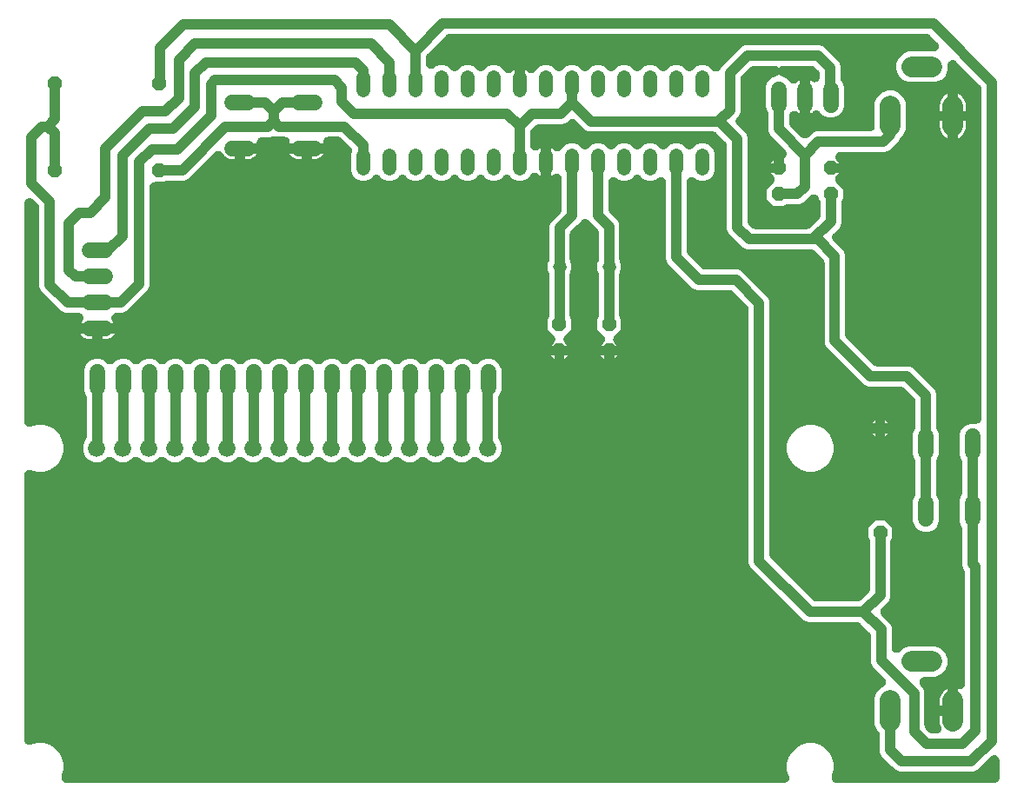
<source format=gbr>
G04 EAGLE Gerber RS-274X export*
G75*
%MOMM*%
%FSLAX34Y34*%
%LPD*%
%INBottom Copper*%
%IPPOS*%
%AMOC8*
5,1,8,0,0,1.08239X$1,22.5*%
G01*
%ADD10P,1.429621X8X112.500000*%
%ADD11C,1.320800*%
%ADD12C,1.524000*%
%ADD13C,1.320800*%
%ADD14P,1.429621X8X202.500000*%
%ADD15P,1.429621X8X292.500000*%
%ADD16P,1.429621X8X22.500000*%
%ADD17C,1.676400*%
%ADD18C,2.000000*%
%ADD19C,1.000000*%

G36*
X750381Y10175D02*
X750381Y10175D01*
X750609Y10182D01*
X750696Y10195D01*
X750783Y10201D01*
X751008Y10244D01*
X751234Y10279D01*
X751318Y10303D01*
X751404Y10320D01*
X751621Y10391D01*
X751841Y10455D01*
X751921Y10489D01*
X752005Y10517D01*
X752211Y10615D01*
X752421Y10705D01*
X752497Y10750D01*
X752576Y10787D01*
X752768Y10911D01*
X752965Y11027D01*
X753034Y11081D01*
X753108Y11128D01*
X753284Y11275D01*
X753464Y11415D01*
X753526Y11477D01*
X753593Y11533D01*
X753749Y11701D01*
X753910Y11863D01*
X753964Y11932D01*
X754023Y11997D01*
X754157Y12182D01*
X754296Y12364D01*
X754341Y12439D01*
X754392Y12510D01*
X754500Y12711D01*
X754616Y12909D01*
X754650Y12989D01*
X754692Y13066D01*
X754775Y13280D01*
X754864Y13490D01*
X754888Y13574D01*
X754920Y13656D01*
X754975Y13878D01*
X755037Y14098D01*
X755051Y14185D01*
X755072Y14270D01*
X755098Y14497D01*
X755132Y14723D01*
X755135Y14811D01*
X755145Y14897D01*
X755142Y15126D01*
X755148Y15355D01*
X755139Y15442D01*
X755138Y15530D01*
X755107Y15756D01*
X755083Y15984D01*
X755063Y16069D01*
X755051Y16156D01*
X754992Y16376D01*
X754940Y16599D01*
X754909Y16682D01*
X754887Y16766D01*
X754800Y16977D01*
X754720Y17192D01*
X754675Y17280D01*
X754646Y17350D01*
X754595Y17440D01*
X753039Y23247D01*
X753039Y29213D01*
X754584Y34977D01*
X757567Y40144D01*
X761786Y44363D01*
X766953Y47346D01*
X772717Y48891D01*
X778683Y48891D01*
X784447Y47346D01*
X789614Y44363D01*
X793833Y40144D01*
X796816Y34977D01*
X798361Y29213D01*
X798361Y23247D01*
X796801Y17426D01*
X796708Y17254D01*
X796676Y17172D01*
X796638Y17094D01*
X796563Y16877D01*
X796480Y16664D01*
X796459Y16579D01*
X796430Y16496D01*
X796383Y16272D01*
X796328Y16050D01*
X796318Y15964D01*
X796300Y15878D01*
X796282Y15650D01*
X796255Y15423D01*
X796256Y15335D01*
X796249Y15248D01*
X796260Y15019D01*
X796262Y14790D01*
X796274Y14704D01*
X796278Y14616D01*
X796317Y14390D01*
X796349Y14164D01*
X796371Y14080D01*
X796386Y13994D01*
X796454Y13774D01*
X796513Y13554D01*
X796547Y13473D01*
X796572Y13390D01*
X796667Y13181D01*
X796754Y12970D01*
X796797Y12893D01*
X796833Y12814D01*
X796953Y12619D01*
X797066Y12420D01*
X797119Y12350D01*
X797165Y12276D01*
X797308Y12098D01*
X797445Y11914D01*
X797506Y11851D01*
X797561Y11783D01*
X797726Y11625D01*
X797885Y11460D01*
X797954Y11406D01*
X798017Y11345D01*
X798200Y11209D01*
X798379Y11066D01*
X798454Y11020D01*
X798524Y10968D01*
X798723Y10856D01*
X798919Y10736D01*
X798999Y10701D01*
X799075Y10658D01*
X799286Y10572D01*
X799495Y10478D01*
X799579Y10452D01*
X799660Y10420D01*
X799881Y10361D01*
X800100Y10294D01*
X800187Y10280D01*
X800271Y10257D01*
X800498Y10227D01*
X800723Y10188D01*
X800822Y10183D01*
X800897Y10173D01*
X801032Y10172D01*
X801248Y10161D01*
X954840Y10161D01*
X955025Y10172D01*
X955210Y10174D01*
X955340Y10192D01*
X955471Y10201D01*
X955652Y10236D01*
X955836Y10261D01*
X955962Y10295D01*
X956092Y10320D01*
X956268Y10378D01*
X956446Y10426D01*
X956567Y10476D01*
X956692Y10517D01*
X956860Y10596D01*
X957030Y10666D01*
X957145Y10731D01*
X957263Y10787D01*
X957419Y10887D01*
X957580Y10978D01*
X957685Y11057D01*
X957796Y11128D01*
X957938Y11247D01*
X958086Y11358D01*
X958180Y11449D01*
X958281Y11533D01*
X958407Y11669D01*
X958540Y11798D01*
X958622Y11900D01*
X958711Y11997D01*
X958819Y12147D01*
X958934Y12291D01*
X959003Y12404D01*
X959079Y12510D01*
X959167Y12673D01*
X959264Y12831D01*
X959317Y12951D01*
X959380Y13066D01*
X959446Y13239D01*
X959522Y13408D01*
X959560Y13533D01*
X959608Y13656D01*
X959652Y13836D01*
X959706Y14013D01*
X959728Y14142D01*
X959759Y14270D01*
X959781Y14453D01*
X959812Y14636D01*
X959820Y14789D01*
X959832Y14897D01*
X959831Y15006D01*
X959839Y15160D01*
X959839Y32087D01*
X959823Y32336D01*
X959814Y32587D01*
X959803Y32652D01*
X959799Y32718D01*
X959752Y32963D01*
X959711Y33211D01*
X959692Y33274D01*
X959680Y33338D01*
X959602Y33577D01*
X959530Y33817D01*
X959504Y33877D01*
X959483Y33939D01*
X959376Y34166D01*
X959275Y34395D01*
X959241Y34451D01*
X959213Y34510D01*
X959077Y34722D01*
X958948Y34936D01*
X958907Y34987D01*
X958872Y35043D01*
X958711Y35235D01*
X958556Y35431D01*
X958509Y35477D01*
X958467Y35528D01*
X958283Y35698D01*
X958104Y35873D01*
X958052Y35913D01*
X958003Y35958D01*
X957800Y36104D01*
X957600Y36255D01*
X957543Y36288D01*
X957490Y36326D01*
X957270Y36445D01*
X957052Y36570D01*
X956991Y36595D01*
X956934Y36627D01*
X956700Y36717D01*
X956469Y36813D01*
X956405Y36831D01*
X956344Y36854D01*
X956101Y36915D01*
X955859Y36981D01*
X955794Y36990D01*
X955730Y37006D01*
X955482Y37035D01*
X955234Y37071D01*
X955168Y37072D01*
X955103Y37079D01*
X954853Y37076D01*
X954602Y37080D01*
X954536Y37073D01*
X954470Y37072D01*
X954223Y37038D01*
X953973Y37010D01*
X953909Y36995D01*
X953844Y36986D01*
X953603Y36921D01*
X953359Y36862D01*
X953297Y36838D01*
X953234Y36821D01*
X953003Y36726D01*
X952768Y36637D01*
X952710Y36606D01*
X952650Y36581D01*
X952431Y36457D01*
X952211Y36339D01*
X952157Y36301D01*
X952100Y36268D01*
X951899Y36118D01*
X951695Y35973D01*
X951641Y35924D01*
X951594Y35889D01*
X951494Y35792D01*
X951305Y35622D01*
X938135Y22452D01*
X934459Y20929D01*
X862591Y20929D01*
X858915Y22452D01*
X855399Y25968D01*
X844852Y36515D01*
X843329Y40191D01*
X843329Y57016D01*
X843322Y57135D01*
X843324Y57254D01*
X843302Y57450D01*
X843289Y57647D01*
X843267Y57764D01*
X843254Y57882D01*
X843207Y58074D01*
X843170Y58267D01*
X843133Y58381D01*
X843105Y58497D01*
X843035Y58681D01*
X842973Y58868D01*
X842922Y58976D01*
X842880Y59087D01*
X842787Y59261D01*
X842703Y59439D01*
X842638Y59540D01*
X842582Y59645D01*
X842468Y59805D01*
X842362Y59972D01*
X842285Y60063D01*
X842216Y60160D01*
X842046Y60349D01*
X841957Y60457D01*
X841914Y60496D01*
X841865Y60551D01*
X840613Y61803D01*
X838329Y67316D01*
X838329Y93284D01*
X840613Y98797D01*
X844833Y103017D01*
X846347Y103644D01*
X846543Y103740D01*
X846742Y103828D01*
X846826Y103879D01*
X846915Y103923D01*
X847097Y104042D01*
X847283Y104155D01*
X847360Y104216D01*
X847442Y104270D01*
X847608Y104412D01*
X847778Y104547D01*
X847847Y104618D01*
X847922Y104682D01*
X848068Y104843D01*
X848221Y104999D01*
X848280Y105077D01*
X848346Y105151D01*
X848471Y105329D01*
X848602Y105503D01*
X848651Y105588D01*
X848708Y105669D01*
X848808Y105862D01*
X848917Y106051D01*
X848955Y106142D01*
X849001Y106229D01*
X849077Y106433D01*
X849160Y106634D01*
X849187Y106729D01*
X849221Y106822D01*
X849270Y107033D01*
X849328Y107244D01*
X849342Y107341D01*
X849364Y107437D01*
X849387Y107654D01*
X849418Y107869D01*
X849419Y107968D01*
X849429Y108066D01*
X849424Y108283D01*
X849427Y108501D01*
X849417Y108599D01*
X849414Y108698D01*
X849382Y108913D01*
X849357Y109130D01*
X849334Y109226D01*
X849319Y109323D01*
X849260Y109532D01*
X849209Y109744D01*
X849174Y109836D01*
X849147Y109931D01*
X849061Y110131D01*
X848984Y110335D01*
X848937Y110422D01*
X848899Y110512D01*
X848788Y110700D01*
X848686Y110892D01*
X848629Y110973D01*
X848579Y111058D01*
X848446Y111230D01*
X848320Y111408D01*
X848245Y111491D01*
X848193Y111558D01*
X848103Y111649D01*
X847969Y111798D01*
X839718Y120049D01*
X836202Y123565D01*
X834679Y127241D01*
X834679Y153477D01*
X834672Y153596D01*
X834674Y153715D01*
X834652Y153911D01*
X834639Y154108D01*
X834617Y154225D01*
X834604Y154343D01*
X834557Y154535D01*
X834520Y154728D01*
X834483Y154842D01*
X834455Y154958D01*
X834385Y155142D01*
X834323Y155329D01*
X834272Y155437D01*
X834230Y155548D01*
X834137Y155722D01*
X834053Y155900D01*
X833988Y156001D01*
X833932Y156106D01*
X833818Y156266D01*
X833712Y156433D01*
X833635Y156524D01*
X833566Y156622D01*
X833396Y156810D01*
X833307Y156918D01*
X833264Y156957D01*
X833215Y157012D01*
X824872Y165355D01*
X824782Y165434D01*
X824699Y165520D01*
X824545Y165643D01*
X824397Y165773D01*
X824299Y165840D01*
X824205Y165914D01*
X824037Y166017D01*
X823874Y166127D01*
X823768Y166181D01*
X823666Y166244D01*
X823486Y166324D01*
X823310Y166413D01*
X823198Y166453D01*
X823089Y166502D01*
X822900Y166559D01*
X822715Y166626D01*
X822599Y166651D01*
X822484Y166686D01*
X822290Y166719D01*
X822098Y166761D01*
X821979Y166772D01*
X821861Y166792D01*
X821607Y166805D01*
X821468Y166818D01*
X821410Y166815D01*
X821337Y166819D01*
X773461Y166819D01*
X769785Y168342D01*
X717312Y220815D01*
X715789Y224491D01*
X715789Y471537D01*
X715782Y471656D01*
X715784Y471775D01*
X715762Y471971D01*
X715749Y472168D01*
X715727Y472285D01*
X715714Y472403D01*
X715667Y472595D01*
X715630Y472788D01*
X715593Y472902D01*
X715565Y473018D01*
X715495Y473202D01*
X715433Y473389D01*
X715382Y473497D01*
X715340Y473608D01*
X715247Y473782D01*
X715163Y473960D01*
X715098Y474061D01*
X715042Y474166D01*
X714928Y474326D01*
X714822Y474493D01*
X714745Y474584D01*
X714676Y474682D01*
X714506Y474870D01*
X714417Y474978D01*
X714374Y475017D01*
X714325Y475072D01*
X700642Y488755D01*
X700552Y488834D01*
X700469Y488920D01*
X700315Y489043D01*
X700167Y489173D01*
X700069Y489240D01*
X699975Y489314D01*
X699807Y489417D01*
X699644Y489527D01*
X699538Y489581D01*
X699436Y489644D01*
X699256Y489724D01*
X699080Y489813D01*
X698968Y489853D01*
X698859Y489902D01*
X698670Y489959D01*
X698485Y490026D01*
X698369Y490051D01*
X698254Y490086D01*
X698060Y490119D01*
X697868Y490161D01*
X697749Y490172D01*
X697631Y490192D01*
X697377Y490205D01*
X697238Y490218D01*
X697180Y490215D01*
X697107Y490219D01*
X665291Y490219D01*
X661615Y491742D01*
X636702Y516655D01*
X635179Y520331D01*
X635179Y595414D01*
X635163Y595665D01*
X635154Y595915D01*
X635143Y595980D01*
X635139Y596045D01*
X635092Y596292D01*
X635051Y596539D01*
X635033Y596601D01*
X635020Y596666D01*
X634942Y596904D01*
X634870Y597144D01*
X634844Y597204D01*
X634823Y597267D01*
X634716Y597493D01*
X634615Y597722D01*
X634581Y597778D01*
X634553Y597838D01*
X634417Y598049D01*
X634288Y598263D01*
X634247Y598315D01*
X634212Y598370D01*
X634051Y598562D01*
X633896Y598759D01*
X633849Y598805D01*
X633807Y598855D01*
X633623Y599026D01*
X633444Y599201D01*
X633392Y599241D01*
X633343Y599286D01*
X633140Y599431D01*
X632940Y599583D01*
X632883Y599616D01*
X632830Y599654D01*
X632610Y599773D01*
X632392Y599898D01*
X632331Y599923D01*
X632274Y599954D01*
X632040Y600044D01*
X631809Y600141D01*
X631745Y600158D01*
X631684Y600182D01*
X631441Y600242D01*
X631199Y600309D01*
X631134Y600318D01*
X631070Y600334D01*
X630822Y600363D01*
X630573Y600398D01*
X630508Y600399D01*
X630443Y600407D01*
X630193Y600404D01*
X629941Y600408D01*
X629876Y600401D01*
X629810Y600400D01*
X629562Y600366D01*
X629313Y600338D01*
X629249Y600323D01*
X629184Y600314D01*
X628942Y600248D01*
X628699Y600189D01*
X628637Y600166D01*
X628574Y600149D01*
X628342Y600053D01*
X628108Y599964D01*
X628050Y599933D01*
X627990Y599908D01*
X627772Y599784D01*
X627551Y599666D01*
X627497Y599628D01*
X627440Y599596D01*
X627239Y599446D01*
X627035Y599301D01*
X626980Y599251D01*
X626934Y599217D01*
X626834Y599119D01*
X626645Y598949D01*
X626354Y598658D01*
X622088Y596891D01*
X617472Y596891D01*
X613206Y598658D01*
X610615Y601249D01*
X610476Y601372D01*
X610344Y601501D01*
X610239Y601580D01*
X610141Y601667D01*
X609987Y601771D01*
X609840Y601883D01*
X609726Y601948D01*
X609617Y602022D01*
X609452Y602106D01*
X609292Y602198D01*
X609171Y602248D01*
X609054Y602308D01*
X608879Y602370D01*
X608709Y602441D01*
X608582Y602476D01*
X608458Y602520D01*
X608278Y602560D01*
X608099Y602609D01*
X607969Y602627D01*
X607841Y602655D01*
X607657Y602672D01*
X607474Y602698D01*
X607342Y602700D01*
X607211Y602712D01*
X607026Y602705D01*
X606841Y602708D01*
X606711Y602693D01*
X606580Y602689D01*
X606397Y602658D01*
X606213Y602638D01*
X606085Y602607D01*
X605956Y602586D01*
X605779Y602533D01*
X605599Y602489D01*
X605476Y602442D01*
X605350Y602405D01*
X605181Y602330D01*
X605008Y602264D01*
X604892Y602202D01*
X604772Y602149D01*
X604614Y602054D01*
X604451Y601966D01*
X604344Y601891D01*
X604231Y601823D01*
X604086Y601708D01*
X603935Y601601D01*
X603821Y601498D01*
X603735Y601430D01*
X603659Y601352D01*
X603545Y601249D01*
X600953Y598658D01*
X596688Y596891D01*
X592072Y596891D01*
X587806Y598658D01*
X587515Y598949D01*
X587327Y599115D01*
X587143Y599286D01*
X587090Y599324D01*
X587041Y599367D01*
X586833Y599508D01*
X586630Y599654D01*
X586572Y599685D01*
X586517Y599722D01*
X586294Y599835D01*
X586074Y599954D01*
X586012Y599978D01*
X585954Y600008D01*
X585717Y600092D01*
X585484Y600182D01*
X585420Y600198D01*
X585358Y600220D01*
X585113Y600274D01*
X584870Y600334D01*
X584805Y600341D01*
X584741Y600355D01*
X584491Y600378D01*
X584243Y600407D01*
X584177Y600406D01*
X584111Y600412D01*
X583860Y600403D01*
X583610Y600400D01*
X583545Y600391D01*
X583480Y600389D01*
X583232Y600348D01*
X582984Y600314D01*
X582921Y600296D01*
X582856Y600286D01*
X582616Y600214D01*
X582374Y600149D01*
X582313Y600124D01*
X582250Y600105D01*
X582021Y600004D01*
X581790Y599908D01*
X581732Y599876D01*
X581672Y599849D01*
X581458Y599720D01*
X581240Y599596D01*
X581187Y599557D01*
X581131Y599523D01*
X580934Y599367D01*
X580734Y599217D01*
X580687Y599171D01*
X580636Y599130D01*
X580460Y598951D01*
X580280Y598777D01*
X580239Y598726D01*
X580193Y598679D01*
X580042Y598479D01*
X579886Y598283D01*
X579851Y598227D01*
X579812Y598175D01*
X579687Y597958D01*
X579556Y597744D01*
X579529Y597683D01*
X579497Y597627D01*
X579401Y597396D01*
X579298Y597167D01*
X579279Y597104D01*
X579254Y597043D01*
X579187Y596802D01*
X579114Y596562D01*
X579103Y596497D01*
X579086Y596434D01*
X579050Y596186D01*
X579008Y595939D01*
X579004Y595865D01*
X578996Y595808D01*
X578994Y595669D01*
X578981Y595414D01*
X578981Y569173D01*
X578988Y569054D01*
X578986Y568935D01*
X579008Y568739D01*
X579021Y568542D01*
X579043Y568425D01*
X579056Y568307D01*
X579103Y568115D01*
X579140Y567922D01*
X579177Y567808D01*
X579205Y567692D01*
X579275Y567508D01*
X579337Y567321D01*
X579388Y567213D01*
X579430Y567102D01*
X579523Y566928D01*
X579607Y566750D01*
X579672Y566649D01*
X579728Y566544D01*
X579842Y566384D01*
X579948Y566217D01*
X580025Y566126D01*
X580094Y566028D01*
X580264Y565840D01*
X580353Y565732D01*
X580396Y565693D01*
X580445Y565638D01*
X588108Y557975D01*
X589631Y554299D01*
X589631Y520255D01*
X589636Y520169D01*
X589634Y520082D01*
X589656Y519854D01*
X589671Y519624D01*
X589687Y519539D01*
X589695Y519453D01*
X589747Y519230D01*
X589790Y519004D01*
X589817Y518921D01*
X589836Y518837D01*
X589947Y518523D01*
X589987Y518403D01*
X589999Y518376D01*
X590011Y518342D01*
X591235Y515388D01*
X591235Y510772D01*
X590011Y507818D01*
X589983Y507736D01*
X589948Y507657D01*
X589881Y507437D01*
X589807Y507220D01*
X589789Y507135D01*
X589764Y507052D01*
X589726Y506825D01*
X589679Y506601D01*
X589673Y506515D01*
X589658Y506429D01*
X589641Y506096D01*
X589631Y505970D01*
X589633Y505941D01*
X589631Y505905D01*
X589631Y465322D01*
X589638Y465203D01*
X589636Y465083D01*
X589658Y464887D01*
X589671Y464691D01*
X589693Y464574D01*
X589706Y464455D01*
X589753Y464263D01*
X589790Y464070D01*
X589827Y463956D01*
X589855Y463841D01*
X589925Y463657D01*
X589987Y463469D01*
X590038Y463361D01*
X590080Y463250D01*
X590173Y463076D01*
X590257Y462898D01*
X590322Y462797D01*
X590378Y462692D01*
X590492Y462532D01*
X590598Y462366D01*
X590675Y462274D01*
X590744Y462177D01*
X590914Y461988D01*
X591003Y461881D01*
X591046Y461841D01*
X591095Y461787D01*
X591235Y461647D01*
X591235Y452033D01*
X585137Y445936D01*
X585015Y445797D01*
X584885Y445665D01*
X584806Y445560D01*
X584719Y445461D01*
X584616Y445308D01*
X584504Y445161D01*
X584438Y445046D01*
X584365Y444938D01*
X584281Y444773D01*
X584189Y444613D01*
X584138Y444491D01*
X584079Y444374D01*
X584017Y444200D01*
X583946Y444029D01*
X583911Y443903D01*
X583867Y443779D01*
X583827Y443598D01*
X583778Y443420D01*
X583759Y443290D01*
X583731Y443161D01*
X583715Y442977D01*
X583688Y442794D01*
X583686Y442663D01*
X583675Y442532D01*
X583681Y442347D01*
X583678Y442162D01*
X583693Y442032D01*
X583698Y441900D01*
X583728Y441718D01*
X583748Y441534D01*
X583779Y441406D01*
X583801Y441277D01*
X583854Y441099D01*
X583897Y440919D01*
X583944Y440797D01*
X583982Y440671D01*
X584056Y440502D01*
X584122Y440329D01*
X584184Y440213D01*
X584237Y440093D01*
X584333Y439934D01*
X584420Y439771D01*
X584496Y439664D01*
X584564Y439552D01*
X584679Y439407D01*
X584786Y439256D01*
X584889Y439141D01*
X584956Y439056D01*
X585034Y438980D01*
X585137Y438866D01*
X587563Y436439D01*
X579630Y436439D01*
X571697Y436439D01*
X574123Y438866D01*
X574245Y439004D01*
X574375Y439136D01*
X574454Y439241D01*
X574541Y439340D01*
X574644Y439493D01*
X574756Y439640D01*
X574822Y439755D01*
X574895Y439863D01*
X574979Y440028D01*
X575071Y440188D01*
X575122Y440310D01*
X575181Y440427D01*
X575243Y440601D01*
X575314Y440772D01*
X575349Y440898D01*
X575393Y441022D01*
X575433Y441203D01*
X575482Y441381D01*
X575501Y441512D01*
X575529Y441640D01*
X575545Y441824D01*
X575572Y442007D01*
X575574Y442138D01*
X575585Y442269D01*
X575579Y442454D01*
X575582Y442639D01*
X575567Y442770D01*
X575562Y442901D01*
X575532Y443083D01*
X575512Y443267D01*
X575481Y443395D01*
X575459Y443525D01*
X575406Y443702D01*
X575363Y443882D01*
X575316Y444004D01*
X575278Y444130D01*
X575203Y444300D01*
X575138Y444472D01*
X575076Y444588D01*
X575023Y444708D01*
X574927Y444867D01*
X574840Y445030D01*
X574764Y445137D01*
X574696Y445249D01*
X574581Y445394D01*
X574474Y445545D01*
X574372Y445659D01*
X574304Y445745D01*
X574226Y445822D01*
X574123Y445936D01*
X568025Y452033D01*
X568025Y461647D01*
X568165Y461787D01*
X568244Y461876D01*
X568330Y461959D01*
X568453Y462113D01*
X568583Y462261D01*
X568650Y462360D01*
X568724Y462453D01*
X568827Y462621D01*
X568937Y462784D01*
X568991Y462891D01*
X569054Y462992D01*
X569134Y463172D01*
X569223Y463348D01*
X569263Y463460D01*
X569312Y463569D01*
X569369Y463758D01*
X569436Y463943D01*
X569461Y464060D01*
X569496Y464174D01*
X569529Y464369D01*
X569571Y464561D01*
X569582Y464679D01*
X569602Y464797D01*
X569615Y465051D01*
X569628Y465190D01*
X569625Y465248D01*
X569629Y465322D01*
X569629Y505905D01*
X569624Y505991D01*
X569626Y506078D01*
X569604Y506306D01*
X569589Y506536D01*
X569573Y506621D01*
X569565Y506707D01*
X569513Y506930D01*
X569470Y507156D01*
X569443Y507239D01*
X569424Y507323D01*
X569313Y507637D01*
X569273Y507757D01*
X569261Y507784D01*
X569249Y507818D01*
X568025Y510772D01*
X568025Y515388D01*
X569249Y518342D01*
X569277Y518424D01*
X569312Y518503D01*
X569379Y518723D01*
X569453Y518940D01*
X569471Y519025D01*
X569496Y519108D01*
X569534Y519335D01*
X569581Y519559D01*
X569587Y519645D01*
X569602Y519731D01*
X569619Y520064D01*
X569629Y520190D01*
X569627Y520219D01*
X569629Y520255D01*
X569629Y546097D01*
X569622Y546216D01*
X569624Y546335D01*
X569602Y546531D01*
X569589Y546728D01*
X569567Y546845D01*
X569554Y546963D01*
X569507Y547155D01*
X569470Y547348D01*
X569433Y547462D01*
X569405Y547578D01*
X569335Y547762D01*
X569273Y547949D01*
X569222Y548057D01*
X569180Y548168D01*
X569087Y548342D01*
X569003Y548520D01*
X568938Y548621D01*
X568882Y548726D01*
X568768Y548886D01*
X568662Y549053D01*
X568585Y549144D01*
X568516Y549242D01*
X568346Y549430D01*
X568257Y549538D01*
X568214Y549577D01*
X568165Y549632D01*
X560165Y557631D01*
X560072Y557740D01*
X559936Y557912D01*
X559866Y557980D01*
X559803Y558055D01*
X559641Y558201D01*
X559485Y558354D01*
X559407Y558413D01*
X559334Y558479D01*
X559155Y558604D01*
X558981Y558736D01*
X558896Y558784D01*
X558816Y558840D01*
X558622Y558942D01*
X558433Y559051D01*
X558342Y559088D01*
X558256Y559134D01*
X558051Y559210D01*
X557849Y559294D01*
X557755Y559320D01*
X557663Y559354D01*
X557451Y559404D01*
X557240Y559462D01*
X557143Y559475D01*
X557048Y559498D01*
X556831Y559520D01*
X556614Y559551D01*
X556516Y559553D01*
X556419Y559563D01*
X556201Y559557D01*
X555982Y559561D01*
X555885Y559550D01*
X555787Y559548D01*
X555571Y559515D01*
X555354Y559491D01*
X555259Y559468D01*
X555162Y559453D01*
X554952Y559394D01*
X554740Y559342D01*
X554648Y559307D01*
X554554Y559281D01*
X554353Y559195D01*
X554149Y559117D01*
X554063Y559071D01*
X553973Y559033D01*
X553784Y558922D01*
X553591Y558819D01*
X553512Y558763D01*
X553427Y558713D01*
X553254Y558580D01*
X553076Y558454D01*
X552993Y558379D01*
X552926Y558328D01*
X552834Y558236D01*
X552686Y558102D01*
X548542Y553959D01*
X542835Y548252D01*
X542756Y548162D01*
X542670Y548079D01*
X542547Y547925D01*
X542417Y547777D01*
X542350Y547679D01*
X542276Y547585D01*
X542173Y547417D01*
X542063Y547254D01*
X542009Y547148D01*
X541946Y547046D01*
X541866Y546866D01*
X541777Y546690D01*
X541737Y546578D01*
X541688Y546469D01*
X541631Y546280D01*
X541564Y546095D01*
X541539Y545979D01*
X541504Y545864D01*
X541471Y545670D01*
X541429Y545478D01*
X541418Y545359D01*
X541398Y545241D01*
X541385Y544987D01*
X541372Y544848D01*
X541375Y544790D01*
X541371Y544717D01*
X541371Y520255D01*
X541376Y520169D01*
X541374Y520082D01*
X541396Y519854D01*
X541411Y519624D01*
X541427Y519539D01*
X541435Y519453D01*
X541487Y519230D01*
X541530Y519004D01*
X541557Y518921D01*
X541576Y518837D01*
X541687Y518523D01*
X541727Y518403D01*
X541739Y518376D01*
X541751Y518342D01*
X542975Y515388D01*
X542975Y510772D01*
X541751Y507818D01*
X541723Y507736D01*
X541688Y507657D01*
X541621Y507437D01*
X541547Y507220D01*
X541529Y507135D01*
X541504Y507052D01*
X541466Y506825D01*
X541419Y506601D01*
X541413Y506515D01*
X541398Y506429D01*
X541381Y506096D01*
X541371Y505971D01*
X541373Y505941D01*
X541371Y505905D01*
X541371Y465182D01*
X541378Y465063D01*
X541376Y464943D01*
X541398Y464747D01*
X541411Y464551D01*
X541433Y464434D01*
X541446Y464315D01*
X541493Y464123D01*
X541530Y463930D01*
X541567Y463816D01*
X541595Y463701D01*
X541665Y463517D01*
X541727Y463329D01*
X541778Y463221D01*
X541820Y463110D01*
X541913Y462936D01*
X541997Y462758D01*
X542062Y462657D01*
X542118Y462552D01*
X542232Y462392D01*
X542338Y462226D01*
X542415Y462134D01*
X542484Y462037D01*
X542654Y461848D01*
X542743Y461741D01*
X542786Y461701D01*
X542835Y461647D01*
X542835Y452033D01*
X536737Y445936D01*
X536615Y445797D01*
X536485Y445665D01*
X536406Y445560D01*
X536319Y445461D01*
X536216Y445308D01*
X536104Y445161D01*
X536038Y445046D01*
X535965Y444938D01*
X535881Y444773D01*
X535789Y444613D01*
X535738Y444491D01*
X535679Y444374D01*
X535617Y444200D01*
X535546Y444029D01*
X535511Y443903D01*
X535467Y443779D01*
X535427Y443598D01*
X535378Y443420D01*
X535359Y443290D01*
X535331Y443161D01*
X535315Y442977D01*
X535288Y442794D01*
X535286Y442663D01*
X535275Y442532D01*
X535281Y442347D01*
X535278Y442162D01*
X535293Y442032D01*
X535298Y441900D01*
X535328Y441718D01*
X535348Y441534D01*
X535379Y441406D01*
X535401Y441277D01*
X535454Y441099D01*
X535497Y440919D01*
X535544Y440797D01*
X535582Y440671D01*
X535656Y440502D01*
X535722Y440329D01*
X535784Y440213D01*
X535837Y440093D01*
X535933Y439934D01*
X536020Y439771D01*
X536096Y439664D01*
X536164Y439552D01*
X536279Y439407D01*
X536386Y439256D01*
X536489Y439141D01*
X536556Y439056D01*
X536634Y438980D01*
X536737Y438866D01*
X539163Y436439D01*
X531230Y436439D01*
X523297Y436439D01*
X525723Y438866D01*
X525845Y439004D01*
X525975Y439136D01*
X526054Y439241D01*
X526141Y439340D01*
X526244Y439493D01*
X526356Y439640D01*
X526422Y439755D01*
X526495Y439863D01*
X526579Y440028D01*
X526671Y440188D01*
X526722Y440310D01*
X526781Y440427D01*
X526843Y440601D01*
X526914Y440772D01*
X526949Y440898D01*
X526993Y441022D01*
X527033Y441203D01*
X527082Y441381D01*
X527101Y441512D01*
X527129Y441640D01*
X527145Y441824D01*
X527172Y442007D01*
X527174Y442138D01*
X527185Y442269D01*
X527179Y442454D01*
X527182Y442639D01*
X527167Y442770D01*
X527162Y442901D01*
X527132Y443083D01*
X527112Y443267D01*
X527081Y443395D01*
X527059Y443525D01*
X527006Y443702D01*
X526963Y443882D01*
X526916Y444004D01*
X526878Y444130D01*
X526803Y444300D01*
X526738Y444472D01*
X526676Y444588D01*
X526623Y444708D01*
X526527Y444867D01*
X526440Y445030D01*
X526364Y445137D01*
X526296Y445249D01*
X526181Y445394D01*
X526074Y445545D01*
X525972Y445659D01*
X525904Y445745D01*
X525826Y445822D01*
X525723Y445936D01*
X519625Y452033D01*
X519625Y461647D01*
X519905Y461927D01*
X519984Y462016D01*
X520070Y462099D01*
X520193Y462253D01*
X520323Y462401D01*
X520390Y462500D01*
X520464Y462593D01*
X520567Y462761D01*
X520677Y462924D01*
X520731Y463031D01*
X520794Y463132D01*
X520874Y463312D01*
X520963Y463488D01*
X521003Y463600D01*
X521052Y463709D01*
X521109Y463898D01*
X521176Y464083D01*
X521201Y464200D01*
X521236Y464314D01*
X521269Y464509D01*
X521311Y464701D01*
X521322Y464819D01*
X521342Y464937D01*
X521355Y465191D01*
X521368Y465330D01*
X521365Y465388D01*
X521369Y465462D01*
X521369Y505905D01*
X521364Y505991D01*
X521366Y506078D01*
X521344Y506306D01*
X521329Y506536D01*
X521313Y506621D01*
X521305Y506707D01*
X521253Y506930D01*
X521210Y507156D01*
X521183Y507239D01*
X521164Y507323D01*
X521053Y507636D01*
X521013Y507757D01*
X521001Y507784D01*
X520989Y507818D01*
X519765Y510772D01*
X519765Y515388D01*
X520989Y518342D01*
X521017Y518424D01*
X521052Y518503D01*
X521119Y518723D01*
X521193Y518940D01*
X521211Y519025D01*
X521236Y519108D01*
X521274Y519335D01*
X521321Y519559D01*
X521327Y519645D01*
X521342Y519731D01*
X521359Y520064D01*
X521369Y520190D01*
X521367Y520219D01*
X521369Y520255D01*
X521369Y552919D01*
X522892Y556595D01*
X532115Y565818D01*
X532194Y565908D01*
X532280Y565991D01*
X532403Y566145D01*
X532533Y566293D01*
X532600Y566391D01*
X532674Y566485D01*
X532777Y566653D01*
X532887Y566816D01*
X532941Y566922D01*
X533004Y567024D01*
X533084Y567204D01*
X533173Y567380D01*
X533213Y567492D01*
X533262Y567601D01*
X533319Y567789D01*
X533386Y567975D01*
X533411Y568091D01*
X533446Y568206D01*
X533479Y568400D01*
X533521Y568592D01*
X533532Y568711D01*
X533552Y568829D01*
X533565Y569083D01*
X533578Y569222D01*
X533575Y569280D01*
X533579Y569353D01*
X533579Y598893D01*
X533563Y599143D01*
X533554Y599394D01*
X533543Y599459D01*
X533539Y599524D01*
X533492Y599770D01*
X533451Y600018D01*
X533432Y600081D01*
X533420Y600145D01*
X533342Y600383D01*
X533270Y600623D01*
X533244Y600683D01*
X533223Y600746D01*
X533116Y600972D01*
X533015Y601201D01*
X532981Y601257D01*
X532953Y601317D01*
X532817Y601529D01*
X532688Y601742D01*
X532647Y601794D01*
X532612Y601849D01*
X532451Y602042D01*
X532296Y602238D01*
X532249Y602284D01*
X532207Y602334D01*
X532023Y602505D01*
X531844Y602680D01*
X531792Y602720D01*
X531743Y602764D01*
X531540Y602910D01*
X531340Y603062D01*
X531283Y603095D01*
X531230Y603133D01*
X531009Y603252D01*
X530792Y603377D01*
X530731Y603402D01*
X530674Y603433D01*
X530440Y603523D01*
X530209Y603620D01*
X530145Y603637D01*
X530084Y603661D01*
X529841Y603721D01*
X529599Y603788D01*
X529534Y603797D01*
X529470Y603813D01*
X529222Y603842D01*
X528974Y603877D01*
X528908Y603878D01*
X528843Y603886D01*
X528593Y603883D01*
X528341Y603887D01*
X528276Y603880D01*
X528210Y603879D01*
X527962Y603845D01*
X527713Y603817D01*
X527650Y603802D01*
X527584Y603793D01*
X527342Y603727D01*
X527099Y603668D01*
X527038Y603645D01*
X526974Y603628D01*
X526743Y603533D01*
X526508Y603443D01*
X526450Y603412D01*
X526390Y603387D01*
X526172Y603263D01*
X525951Y603145D01*
X525897Y603107D01*
X525840Y603075D01*
X525639Y602925D01*
X525435Y602780D01*
X525380Y602730D01*
X525334Y602696D01*
X525234Y602599D01*
X525045Y602428D01*
X524137Y601521D01*
X523179Y600825D01*
X523179Y615100D01*
X523179Y629375D01*
X524137Y628679D01*
X525155Y627662D01*
X525214Y627580D01*
X525402Y627353D01*
X525588Y627125D01*
X525604Y627110D01*
X525618Y627093D01*
X525832Y626893D01*
X526045Y626689D01*
X526063Y626676D01*
X526079Y626661D01*
X526316Y626489D01*
X526554Y626314D01*
X526573Y626303D01*
X526591Y626290D01*
X526849Y626150D01*
X527106Y626006D01*
X527126Y625998D01*
X527146Y625988D01*
X527420Y625880D01*
X527693Y625771D01*
X527714Y625765D01*
X527734Y625757D01*
X528020Y625685D01*
X528304Y625611D01*
X528326Y625608D01*
X528347Y625603D01*
X528641Y625567D01*
X528931Y625530D01*
X528953Y625530D01*
X528975Y625527D01*
X529270Y625529D01*
X529563Y625528D01*
X529585Y625531D01*
X529607Y625531D01*
X529899Y625570D01*
X530190Y625607D01*
X530212Y625612D01*
X530234Y625615D01*
X530518Y625690D01*
X530803Y625763D01*
X530823Y625771D01*
X530845Y625777D01*
X531116Y625887D01*
X531390Y625996D01*
X531410Y626007D01*
X531430Y626015D01*
X531686Y626159D01*
X531944Y626301D01*
X531962Y626314D01*
X531981Y626325D01*
X532216Y626500D01*
X532455Y626674D01*
X532471Y626689D01*
X532488Y626702D01*
X532699Y626904D01*
X532914Y627108D01*
X532928Y627125D01*
X532944Y627140D01*
X533128Y627368D01*
X533315Y627596D01*
X533327Y627615D01*
X533341Y627632D01*
X533495Y627881D01*
X533652Y628131D01*
X533662Y628153D01*
X533672Y628170D01*
X533704Y628240D01*
X537006Y631542D01*
X541272Y633309D01*
X545888Y633309D01*
X550153Y631542D01*
X552745Y628951D01*
X552884Y628828D01*
X553016Y628699D01*
X553121Y628620D01*
X553219Y628533D01*
X553372Y628429D01*
X553520Y628317D01*
X553634Y628252D01*
X553743Y628178D01*
X553907Y628095D01*
X554068Y628002D01*
X554189Y627952D01*
X554306Y627892D01*
X554480Y627830D01*
X554651Y627759D01*
X554778Y627724D01*
X554902Y627680D01*
X555082Y627640D01*
X555261Y627591D01*
X555391Y627573D01*
X555519Y627545D01*
X555703Y627528D01*
X555886Y627502D01*
X556018Y627500D01*
X556149Y627488D01*
X556333Y627495D01*
X556518Y627492D01*
X556649Y627507D01*
X556780Y627511D01*
X556963Y627542D01*
X557147Y627562D01*
X557274Y627593D01*
X557404Y627614D01*
X557581Y627667D01*
X557761Y627711D01*
X557884Y627757D01*
X558010Y627795D01*
X558179Y627870D01*
X558352Y627936D01*
X558467Y627998D01*
X558588Y628051D01*
X558746Y628147D01*
X558909Y628234D01*
X559016Y628310D01*
X559129Y628377D01*
X559274Y628492D01*
X559425Y628599D01*
X559539Y628702D01*
X559624Y628770D01*
X559701Y628848D01*
X559815Y628951D01*
X562406Y631542D01*
X566672Y633309D01*
X571288Y633309D01*
X575553Y631542D01*
X578145Y628951D01*
X578284Y628828D01*
X578416Y628699D01*
X578521Y628620D01*
X578619Y628533D01*
X578772Y628429D01*
X578920Y628317D01*
X579034Y628252D01*
X579143Y628178D01*
X579307Y628095D01*
X579468Y628002D01*
X579589Y627952D01*
X579706Y627892D01*
X579880Y627830D01*
X580051Y627759D01*
X580178Y627724D01*
X580302Y627680D01*
X580482Y627640D01*
X580661Y627591D01*
X580791Y627573D01*
X580919Y627545D01*
X581103Y627528D01*
X581286Y627502D01*
X581418Y627500D01*
X581549Y627488D01*
X581733Y627495D01*
X581918Y627492D01*
X582049Y627507D01*
X582180Y627511D01*
X582363Y627542D01*
X582547Y627562D01*
X582674Y627593D01*
X582804Y627614D01*
X582981Y627667D01*
X583161Y627711D01*
X583284Y627757D01*
X583410Y627795D01*
X583579Y627870D01*
X583752Y627936D01*
X583867Y627998D01*
X583988Y628051D01*
X584146Y628147D01*
X584309Y628234D01*
X584416Y628310D01*
X584529Y628377D01*
X584674Y628492D01*
X584825Y628599D01*
X584939Y628702D01*
X585024Y628770D01*
X585101Y628848D01*
X585215Y628951D01*
X587806Y631542D01*
X592072Y633309D01*
X596688Y633309D01*
X600953Y631542D01*
X603545Y628951D01*
X603684Y628828D01*
X603816Y628699D01*
X603921Y628620D01*
X604019Y628533D01*
X604172Y628429D01*
X604320Y628317D01*
X604434Y628252D01*
X604543Y628178D01*
X604707Y628095D01*
X604868Y628002D01*
X604989Y627952D01*
X605106Y627892D01*
X605280Y627830D01*
X605451Y627759D01*
X605578Y627724D01*
X605702Y627680D01*
X605882Y627640D01*
X606061Y627591D01*
X606191Y627573D01*
X606319Y627545D01*
X606503Y627528D01*
X606686Y627502D01*
X606818Y627500D01*
X606949Y627488D01*
X607133Y627495D01*
X607318Y627492D01*
X607449Y627507D01*
X607580Y627511D01*
X607763Y627542D01*
X607947Y627562D01*
X608074Y627593D01*
X608204Y627614D01*
X608381Y627667D01*
X608561Y627711D01*
X608684Y627757D01*
X608810Y627795D01*
X608979Y627870D01*
X609152Y627936D01*
X609267Y627998D01*
X609388Y628051D01*
X609546Y628147D01*
X609709Y628234D01*
X609816Y628310D01*
X609929Y628377D01*
X610074Y628492D01*
X610225Y628599D01*
X610339Y628702D01*
X610424Y628770D01*
X610501Y628848D01*
X610615Y628951D01*
X613206Y631542D01*
X617472Y633309D01*
X622088Y633309D01*
X626353Y631542D01*
X628945Y628951D01*
X629084Y628828D01*
X629216Y628699D01*
X629321Y628620D01*
X629419Y628533D01*
X629572Y628429D01*
X629720Y628317D01*
X629834Y628252D01*
X629943Y628178D01*
X630107Y628095D01*
X630268Y628002D01*
X630389Y627952D01*
X630506Y627892D01*
X630680Y627830D01*
X630851Y627759D01*
X630978Y627724D01*
X631102Y627680D01*
X631282Y627640D01*
X631461Y627591D01*
X631591Y627573D01*
X631719Y627545D01*
X631903Y627528D01*
X632086Y627502D01*
X632218Y627500D01*
X632349Y627488D01*
X632533Y627495D01*
X632718Y627492D01*
X632849Y627507D01*
X632980Y627511D01*
X633163Y627542D01*
X633347Y627562D01*
X633474Y627593D01*
X633604Y627614D01*
X633781Y627667D01*
X633961Y627711D01*
X634084Y627757D01*
X634210Y627795D01*
X634379Y627870D01*
X634552Y627936D01*
X634667Y627998D01*
X634788Y628051D01*
X634946Y628147D01*
X635109Y628234D01*
X635216Y628310D01*
X635329Y628377D01*
X635474Y628492D01*
X635625Y628599D01*
X635739Y628702D01*
X635824Y628770D01*
X635901Y628848D01*
X636015Y628951D01*
X638606Y631542D01*
X642872Y633309D01*
X647488Y633309D01*
X651753Y631542D01*
X654345Y628951D01*
X654484Y628828D01*
X654616Y628699D01*
X654721Y628620D01*
X654819Y628533D01*
X654972Y628429D01*
X655120Y628317D01*
X655234Y628252D01*
X655343Y628178D01*
X655507Y628095D01*
X655668Y628002D01*
X655789Y627952D01*
X655906Y627892D01*
X656080Y627830D01*
X656251Y627759D01*
X656378Y627724D01*
X656502Y627680D01*
X656682Y627640D01*
X656861Y627591D01*
X656991Y627573D01*
X657119Y627545D01*
X657303Y627528D01*
X657486Y627502D01*
X657618Y627500D01*
X657749Y627488D01*
X657933Y627495D01*
X658118Y627492D01*
X658249Y627507D01*
X658380Y627511D01*
X658563Y627542D01*
X658747Y627562D01*
X658874Y627593D01*
X659004Y627614D01*
X659181Y627667D01*
X659361Y627711D01*
X659484Y627757D01*
X659610Y627795D01*
X659779Y627870D01*
X659952Y627936D01*
X660067Y627998D01*
X660188Y628051D01*
X660346Y628147D01*
X660509Y628234D01*
X660616Y628310D01*
X660729Y628377D01*
X660874Y628492D01*
X661025Y628599D01*
X661139Y628702D01*
X661224Y628770D01*
X661301Y628848D01*
X661415Y628951D01*
X664006Y631542D01*
X668272Y633309D01*
X672888Y633309D01*
X677154Y631542D01*
X680418Y628278D01*
X682185Y624012D01*
X682185Y606188D01*
X680418Y601922D01*
X677154Y598658D01*
X672888Y596891D01*
X668272Y596891D01*
X664006Y598658D01*
X663715Y598949D01*
X663527Y599115D01*
X663343Y599286D01*
X663290Y599324D01*
X663241Y599367D01*
X663033Y599508D01*
X662830Y599654D01*
X662772Y599685D01*
X662717Y599722D01*
X662494Y599835D01*
X662274Y599954D01*
X662212Y599978D01*
X662154Y600008D01*
X661917Y600092D01*
X661684Y600182D01*
X661620Y600198D01*
X661558Y600220D01*
X661313Y600274D01*
X661070Y600334D01*
X661005Y600341D01*
X660941Y600355D01*
X660691Y600378D01*
X660443Y600407D01*
X660377Y600406D01*
X660311Y600412D01*
X660060Y600403D01*
X659810Y600400D01*
X659745Y600391D01*
X659680Y600389D01*
X659432Y600348D01*
X659184Y600314D01*
X659121Y600296D01*
X659056Y600286D01*
X658816Y600214D01*
X658574Y600149D01*
X658513Y600124D01*
X658450Y600105D01*
X658221Y600004D01*
X657990Y599908D01*
X657932Y599876D01*
X657872Y599849D01*
X657658Y599720D01*
X657440Y599596D01*
X657387Y599557D01*
X657331Y599523D01*
X657134Y599367D01*
X656934Y599217D01*
X656887Y599171D01*
X656836Y599130D01*
X656660Y598951D01*
X656480Y598777D01*
X656439Y598726D01*
X656393Y598679D01*
X656242Y598479D01*
X656086Y598283D01*
X656051Y598227D01*
X656012Y598175D01*
X655887Y597958D01*
X655756Y597744D01*
X655729Y597683D01*
X655697Y597627D01*
X655601Y597396D01*
X655498Y597167D01*
X655479Y597104D01*
X655454Y597043D01*
X655387Y596802D01*
X655314Y596562D01*
X655303Y596497D01*
X655286Y596434D01*
X655250Y596186D01*
X655208Y595939D01*
X655204Y595865D01*
X655196Y595808D01*
X655194Y595669D01*
X655181Y595414D01*
X655181Y528533D01*
X655188Y528414D01*
X655186Y528295D01*
X655208Y528099D01*
X655221Y527902D01*
X655243Y527785D01*
X655256Y527667D01*
X655303Y527475D01*
X655340Y527282D01*
X655377Y527168D01*
X655405Y527052D01*
X655475Y526868D01*
X655537Y526681D01*
X655588Y526573D01*
X655630Y526462D01*
X655723Y526288D01*
X655807Y526110D01*
X655872Y526009D01*
X655928Y525904D01*
X656042Y525744D01*
X656148Y525577D01*
X656225Y525486D01*
X656294Y525388D01*
X656464Y525200D01*
X656553Y525092D01*
X656596Y525053D01*
X656645Y524998D01*
X669958Y511685D01*
X670048Y511606D01*
X670131Y511520D01*
X670285Y511397D01*
X670433Y511267D01*
X670531Y511200D01*
X670625Y511126D01*
X670793Y511023D01*
X670956Y510913D01*
X671062Y510859D01*
X671164Y510796D01*
X671344Y510716D01*
X671520Y510627D01*
X671632Y510587D01*
X671741Y510538D01*
X671930Y510481D01*
X672115Y510414D01*
X672231Y510389D01*
X672346Y510354D01*
X672540Y510321D01*
X672732Y510279D01*
X672851Y510268D01*
X672969Y510248D01*
X673223Y510235D01*
X673362Y510222D01*
X673420Y510225D01*
X673493Y510221D01*
X705309Y510221D01*
X708985Y508698D01*
X734268Y483415D01*
X735791Y479739D01*
X735791Y232693D01*
X735798Y232574D01*
X735796Y232455D01*
X735818Y232259D01*
X735831Y232062D01*
X735853Y231945D01*
X735866Y231827D01*
X735913Y231635D01*
X735950Y231442D01*
X735987Y231328D01*
X736015Y231212D01*
X736085Y231028D01*
X736147Y230841D01*
X736198Y230733D01*
X736240Y230622D01*
X736333Y230448D01*
X736417Y230270D01*
X736482Y230169D01*
X736538Y230064D01*
X736652Y229904D01*
X736758Y229737D01*
X736835Y229646D01*
X736904Y229548D01*
X737074Y229360D01*
X737163Y229252D01*
X737206Y229213D01*
X737255Y229158D01*
X778128Y188285D01*
X778218Y188206D01*
X778301Y188120D01*
X778455Y187997D01*
X778603Y187867D01*
X778701Y187800D01*
X778795Y187726D01*
X778963Y187623D01*
X779126Y187513D01*
X779232Y187459D01*
X779334Y187396D01*
X779514Y187316D01*
X779690Y187227D01*
X779802Y187187D01*
X779911Y187138D01*
X780100Y187081D01*
X780285Y187014D01*
X780401Y186989D01*
X780516Y186954D01*
X780710Y186921D01*
X780902Y186879D01*
X781021Y186868D01*
X781139Y186848D01*
X781393Y186835D01*
X781532Y186822D01*
X781590Y186825D01*
X781663Y186821D01*
X821337Y186821D01*
X821456Y186828D01*
X821575Y186826D01*
X821771Y186848D01*
X821968Y186861D01*
X822085Y186883D01*
X822203Y186896D01*
X822395Y186943D01*
X822588Y186980D01*
X822702Y187017D01*
X822818Y187045D01*
X823002Y187115D01*
X823189Y187177D01*
X823297Y187228D01*
X823408Y187270D01*
X823582Y187363D01*
X823760Y187447D01*
X823861Y187512D01*
X823966Y187568D01*
X824126Y187682D01*
X824293Y187788D01*
X824384Y187865D01*
X824482Y187934D01*
X824670Y188104D01*
X824778Y188193D01*
X824817Y188236D01*
X824872Y188285D01*
X832245Y195658D01*
X832324Y195748D01*
X832410Y195831D01*
X832533Y195985D01*
X832663Y196133D01*
X832730Y196231D01*
X832804Y196325D01*
X832907Y196493D01*
X833017Y196656D01*
X833071Y196762D01*
X833134Y196864D01*
X833214Y197044D01*
X833303Y197220D01*
X833343Y197332D01*
X833392Y197441D01*
X833449Y197630D01*
X833516Y197815D01*
X833541Y197931D01*
X833576Y198046D01*
X833609Y198240D01*
X833651Y198432D01*
X833662Y198551D01*
X833682Y198669D01*
X833695Y198923D01*
X833708Y199062D01*
X833705Y199120D01*
X833709Y199193D01*
X833709Y245608D01*
X833702Y245727D01*
X833704Y245847D01*
X833682Y246043D01*
X833669Y246239D01*
X833647Y246356D01*
X833634Y246475D01*
X833587Y246667D01*
X833550Y246860D01*
X833513Y246974D01*
X833485Y247089D01*
X833415Y247273D01*
X833353Y247461D01*
X833302Y247569D01*
X833260Y247680D01*
X833167Y247854D01*
X833083Y248032D01*
X833018Y248133D01*
X832962Y248238D01*
X832848Y248398D01*
X832742Y248564D01*
X832665Y248656D01*
X832596Y248753D01*
X832426Y248942D01*
X832337Y249049D01*
X832294Y249089D01*
X832245Y249143D01*
X832105Y249283D01*
X832105Y258897D01*
X838903Y265695D01*
X848517Y265695D01*
X855315Y258897D01*
X855315Y249283D01*
X855175Y249143D01*
X855096Y249054D01*
X855010Y248971D01*
X854887Y248817D01*
X854757Y248669D01*
X854690Y248570D01*
X854616Y248477D01*
X854513Y248309D01*
X854403Y248146D01*
X854349Y248039D01*
X854286Y247938D01*
X854206Y247758D01*
X854117Y247582D01*
X854077Y247470D01*
X854028Y247361D01*
X853971Y247172D01*
X853904Y246987D01*
X853879Y246870D01*
X853844Y246756D01*
X853811Y246561D01*
X853769Y246369D01*
X853758Y246251D01*
X853738Y246133D01*
X853725Y245879D01*
X853712Y245740D01*
X853715Y245682D01*
X853711Y245608D01*
X853711Y190991D01*
X852188Y187315D01*
X845228Y180355D01*
X845106Y180216D01*
X844977Y180084D01*
X844897Y179979D01*
X844810Y179881D01*
X844707Y179728D01*
X844595Y179580D01*
X844529Y179466D01*
X844456Y179357D01*
X844372Y179193D01*
X844280Y179032D01*
X844229Y178911D01*
X844170Y178794D01*
X844108Y178619D01*
X844037Y178449D01*
X844002Y178322D01*
X843958Y178198D01*
X843918Y178018D01*
X843869Y177839D01*
X843850Y177709D01*
X843822Y177581D01*
X843806Y177397D01*
X843779Y177214D01*
X843777Y177082D01*
X843766Y176951D01*
X843773Y176766D01*
X843770Y176582D01*
X843784Y176451D01*
X843789Y176320D01*
X843819Y176137D01*
X843840Y175953D01*
X843871Y175826D01*
X843892Y175696D01*
X843945Y175519D01*
X843988Y175339D01*
X844035Y175216D01*
X844073Y175090D01*
X844148Y174921D01*
X844213Y174748D01*
X844275Y174632D01*
X844328Y174512D01*
X844424Y174354D01*
X844511Y174191D01*
X844587Y174084D01*
X844655Y173971D01*
X844770Y173826D01*
X844877Y173675D01*
X844980Y173561D01*
X845047Y173476D01*
X845125Y173399D01*
X845228Y173285D01*
X849642Y168871D01*
X853158Y165355D01*
X854681Y161679D01*
X854681Y141934D01*
X854697Y141685D01*
X854706Y141434D01*
X854717Y141369D01*
X854721Y141303D01*
X854768Y141058D01*
X854809Y140810D01*
X854828Y140747D01*
X854840Y140683D01*
X854918Y140444D01*
X854990Y140204D01*
X855016Y140144D01*
X855037Y140082D01*
X855144Y139855D01*
X855245Y139626D01*
X855279Y139570D01*
X855307Y139511D01*
X855443Y139299D01*
X855572Y139085D01*
X855613Y139034D01*
X855648Y138978D01*
X855809Y138786D01*
X855964Y138590D01*
X856011Y138544D01*
X856053Y138493D01*
X856237Y138323D01*
X856416Y138148D01*
X856468Y138108D01*
X856517Y138063D01*
X856720Y137917D01*
X856920Y137766D01*
X856977Y137733D01*
X857030Y137695D01*
X857251Y137576D01*
X857468Y137451D01*
X857529Y137426D01*
X857586Y137394D01*
X857820Y137304D01*
X858051Y137208D01*
X858115Y137190D01*
X858176Y137167D01*
X858419Y137106D01*
X858661Y137040D01*
X858726Y137031D01*
X858790Y137015D01*
X859038Y136986D01*
X859286Y136950D01*
X859352Y136949D01*
X859417Y136942D01*
X859667Y136945D01*
X859918Y136941D01*
X859984Y136948D01*
X860050Y136949D01*
X860297Y136983D01*
X860547Y137011D01*
X860611Y137026D01*
X860676Y137035D01*
X860917Y137100D01*
X861161Y137159D01*
X861223Y137183D01*
X861286Y137200D01*
X861517Y137295D01*
X861752Y137384D01*
X861810Y137415D01*
X861870Y137440D01*
X862088Y137564D01*
X862309Y137682D01*
X862363Y137720D01*
X862420Y137753D01*
X862620Y137903D01*
X862825Y138048D01*
X862880Y138097D01*
X862926Y138132D01*
X863026Y138229D01*
X863215Y138399D01*
X865833Y141017D01*
X871346Y143301D01*
X897314Y143301D01*
X902827Y141017D01*
X907047Y136797D01*
X909331Y131284D01*
X909331Y125316D01*
X907047Y119803D01*
X902827Y115583D01*
X897314Y113299D01*
X886823Y113299D01*
X886574Y113283D01*
X886323Y113274D01*
X886258Y113263D01*
X886192Y113259D01*
X885947Y113212D01*
X885699Y113171D01*
X885636Y113152D01*
X885572Y113140D01*
X885333Y113062D01*
X885093Y112990D01*
X885033Y112964D01*
X884971Y112943D01*
X884744Y112836D01*
X884515Y112735D01*
X884459Y112701D01*
X884400Y112673D01*
X884188Y112537D01*
X883974Y112408D01*
X883923Y112367D01*
X883867Y112332D01*
X883675Y112171D01*
X883479Y112016D01*
X883433Y111969D01*
X883382Y111927D01*
X883212Y111743D01*
X883037Y111564D01*
X882997Y111512D01*
X882952Y111463D01*
X882806Y111260D01*
X882655Y111060D01*
X882622Y111003D01*
X882584Y110950D01*
X882465Y110729D01*
X882340Y110512D01*
X882315Y110451D01*
X882283Y110394D01*
X882193Y110159D01*
X882097Y109929D01*
X882079Y109865D01*
X882056Y109804D01*
X881995Y109561D01*
X881929Y109319D01*
X881920Y109254D01*
X881904Y109190D01*
X881875Y108942D01*
X881839Y108694D01*
X881838Y108628D01*
X881831Y108563D01*
X881834Y108313D01*
X881830Y108062D01*
X881837Y107996D01*
X881838Y107930D01*
X881872Y107683D01*
X881900Y107433D01*
X881915Y107369D01*
X881924Y107304D01*
X881989Y107063D01*
X882048Y106819D01*
X882072Y106757D01*
X882089Y106694D01*
X882184Y106463D01*
X882273Y106228D01*
X882304Y106170D01*
X882329Y106110D01*
X882453Y105892D01*
X882571Y105671D01*
X882609Y105617D01*
X882642Y105560D01*
X882792Y105360D01*
X882937Y105155D01*
X882986Y105100D01*
X883021Y105054D01*
X883118Y104954D01*
X883288Y104765D01*
X885268Y102785D01*
X886791Y99109D01*
X886791Y66613D01*
X886798Y66494D01*
X886796Y66375D01*
X886818Y66179D01*
X886831Y65982D01*
X886853Y65865D01*
X886866Y65747D01*
X886913Y65555D01*
X886950Y65362D01*
X886987Y65248D01*
X887015Y65132D01*
X887085Y64948D01*
X887147Y64761D01*
X887198Y64653D01*
X887240Y64542D01*
X887333Y64368D01*
X887417Y64190D01*
X887482Y64089D01*
X887538Y63984D01*
X887652Y63824D01*
X887758Y63657D01*
X887835Y63566D01*
X887904Y63468D01*
X888074Y63280D01*
X888163Y63172D01*
X888206Y63133D01*
X888255Y63078D01*
X891828Y59505D01*
X891918Y59426D01*
X892001Y59340D01*
X892155Y59217D01*
X892303Y59087D01*
X892401Y59020D01*
X892495Y58946D01*
X892663Y58843D01*
X892826Y58733D01*
X892932Y58679D01*
X893034Y58616D01*
X893214Y58536D01*
X893390Y58447D01*
X893502Y58407D01*
X893611Y58358D01*
X893800Y58301D01*
X893985Y58234D01*
X894101Y58209D01*
X894216Y58174D01*
X894410Y58141D01*
X894602Y58099D01*
X894721Y58088D01*
X894839Y58068D01*
X895093Y58055D01*
X895232Y58042D01*
X895290Y58045D01*
X895363Y58041D01*
X898352Y58041D01*
X898569Y58055D01*
X898787Y58060D01*
X898885Y58074D01*
X898983Y58081D01*
X899197Y58122D01*
X899412Y58154D01*
X899507Y58181D01*
X899604Y58200D01*
X899811Y58268D01*
X900020Y58327D01*
X900111Y58366D01*
X900204Y58397D01*
X900402Y58490D01*
X900601Y58575D01*
X900686Y58625D01*
X900776Y58667D01*
X900959Y58785D01*
X901147Y58895D01*
X901225Y58955D01*
X901308Y59008D01*
X901475Y59148D01*
X901648Y59281D01*
X901717Y59350D01*
X901793Y59413D01*
X901941Y59573D01*
X902096Y59727D01*
X902156Y59804D01*
X902223Y59877D01*
X902350Y60053D01*
X902484Y60225D01*
X902534Y60310D01*
X902591Y60390D01*
X902695Y60582D01*
X902806Y60769D01*
X902845Y60860D01*
X902892Y60946D01*
X902970Y61149D01*
X903057Y61349D01*
X903084Y61444D01*
X903120Y61536D01*
X903172Y61747D01*
X903233Y61957D01*
X903248Y62054D01*
X903271Y62150D01*
X903297Y62366D01*
X903330Y62581D01*
X903333Y62679D01*
X903344Y62777D01*
X903342Y62995D01*
X903348Y63213D01*
X903339Y63311D01*
X903338Y63410D01*
X903308Y63625D01*
X903287Y63842D01*
X903265Y63938D01*
X903251Y64036D01*
X903194Y64246D01*
X903146Y64458D01*
X903108Y64564D01*
X903086Y64646D01*
X903037Y64765D01*
X902971Y64953D01*
X902429Y66260D01*
X902004Y67848D01*
X901789Y69478D01*
X901789Y75301D01*
X914330Y75301D01*
X914514Y75312D01*
X914699Y75314D01*
X914829Y75332D01*
X914960Y75341D01*
X915142Y75375D01*
X915325Y75401D01*
X915452Y75435D01*
X915581Y75460D01*
X915757Y75517D01*
X915936Y75566D01*
X916057Y75615D01*
X916182Y75656D01*
X916349Y75736D01*
X916520Y75806D01*
X916634Y75871D01*
X916753Y75927D01*
X916909Y76027D01*
X917070Y76118D01*
X917175Y76197D01*
X917285Y76268D01*
X917428Y76387D01*
X917575Y76498D01*
X917670Y76589D01*
X917771Y76673D01*
X917771Y76674D01*
X917896Y76809D01*
X918029Y76937D01*
X918029Y76938D01*
X918030Y76938D01*
X918112Y77041D01*
X918201Y77137D01*
X918309Y77287D01*
X918424Y77432D01*
X918493Y77544D01*
X918569Y77651D01*
X918657Y77813D01*
X918754Y77971D01*
X918808Y78091D01*
X918870Y78207D01*
X918937Y78379D01*
X919012Y78548D01*
X919050Y78674D01*
X919098Y78796D01*
X919142Y78976D01*
X919196Y79153D01*
X919218Y79283D01*
X919249Y79410D01*
X919271Y79593D01*
X919302Y79776D01*
X919310Y79930D01*
X919322Y80038D01*
X919321Y80147D01*
X919329Y80300D01*
X919329Y101803D01*
X919403Y101773D01*
X919609Y101702D01*
X919812Y101624D01*
X919908Y101600D01*
X920001Y101568D01*
X920214Y101524D01*
X920426Y101472D01*
X920524Y101461D01*
X920620Y101441D01*
X920837Y101424D01*
X921053Y101399D01*
X921152Y101400D01*
X921250Y101393D01*
X921468Y101404D01*
X921686Y101406D01*
X921783Y101419D01*
X921882Y101424D01*
X922096Y101463D01*
X922312Y101492D01*
X922407Y101518D01*
X922504Y101535D01*
X922712Y101600D01*
X922922Y101657D01*
X923013Y101695D01*
X923107Y101724D01*
X923305Y101815D01*
X923506Y101898D01*
X923592Y101946D01*
X923682Y101987D01*
X923867Y102102D01*
X924056Y102210D01*
X924135Y102269D01*
X924219Y102321D01*
X924388Y102459D01*
X924562Y102589D01*
X924632Y102658D01*
X924709Y102720D01*
X924859Y102877D01*
X925016Y103029D01*
X925077Y103106D01*
X925145Y103177D01*
X925274Y103352D01*
X925410Y103523D01*
X925462Y103607D01*
X925520Y103686D01*
X925626Y103876D01*
X925740Y104062D01*
X925780Y104152D01*
X925828Y104238D01*
X925909Y104440D01*
X925998Y104639D01*
X926027Y104734D01*
X926063Y104825D01*
X926118Y105035D01*
X926182Y105244D01*
X926198Y105341D01*
X926223Y105436D01*
X926251Y105652D01*
X926288Y105867D01*
X926294Y105979D01*
X926304Y106063D01*
X926305Y106192D01*
X926315Y106391D01*
X926315Y214405D01*
X926308Y214524D01*
X926310Y214643D01*
X926288Y214839D01*
X926275Y215036D01*
X926253Y215153D01*
X926240Y215271D01*
X926193Y215463D01*
X926156Y215656D01*
X926119Y215770D01*
X926091Y215886D01*
X926021Y216070D01*
X925959Y216257D01*
X925908Y216365D01*
X925866Y216476D01*
X925773Y216650D01*
X925689Y216828D01*
X925624Y216929D01*
X925568Y217034D01*
X925454Y217194D01*
X925348Y217361D01*
X925271Y217452D01*
X925202Y217550D01*
X925032Y217738D01*
X924985Y217794D01*
X923455Y221489D01*
X923455Y257518D01*
X923450Y257604D01*
X923452Y257691D01*
X923430Y257919D01*
X923415Y258149D01*
X923399Y258234D01*
X923391Y258320D01*
X923339Y258544D01*
X923296Y258769D01*
X923269Y258852D01*
X923250Y258936D01*
X923139Y259249D01*
X923099Y259370D01*
X923087Y259397D01*
X923075Y259431D01*
X920835Y264838D01*
X920835Y285098D01*
X923075Y290505D01*
X923103Y290587D01*
X923138Y290666D01*
X923205Y290886D01*
X923279Y291103D01*
X923297Y291188D01*
X923322Y291271D01*
X923360Y291498D01*
X923407Y291722D01*
X923413Y291808D01*
X923428Y291894D01*
X923445Y292227D01*
X923455Y292352D01*
X923453Y292382D01*
X923455Y292418D01*
X923455Y322542D01*
X923450Y322628D01*
X923452Y322715D01*
X923430Y322943D01*
X923415Y323173D01*
X923399Y323258D01*
X923391Y323344D01*
X923339Y323568D01*
X923296Y323793D01*
X923269Y323876D01*
X923250Y323960D01*
X923139Y324274D01*
X923099Y324394D01*
X923087Y324421D01*
X923075Y324455D01*
X920835Y329862D01*
X920835Y350122D01*
X922757Y354761D01*
X926307Y358311D01*
X930946Y360233D01*
X936212Y360233D01*
X936340Y360201D01*
X936437Y360190D01*
X936534Y360170D01*
X936751Y360153D01*
X936967Y360128D01*
X937066Y360129D01*
X937164Y360122D01*
X937382Y360133D01*
X937600Y360135D01*
X937697Y360148D01*
X937795Y360153D01*
X938010Y360192D01*
X938226Y360221D01*
X938321Y360247D01*
X938418Y360264D01*
X938626Y360330D01*
X938836Y360386D01*
X938927Y360424D01*
X939021Y360453D01*
X939219Y360544D01*
X939420Y360627D01*
X939506Y360675D01*
X939596Y360716D01*
X939780Y360831D01*
X939970Y360939D01*
X940049Y360998D01*
X940132Y361050D01*
X940301Y361187D01*
X940476Y361318D01*
X940547Y361387D01*
X940623Y361449D01*
X940773Y361606D01*
X940930Y361758D01*
X940991Y361835D01*
X941059Y361906D01*
X941188Y362082D01*
X941324Y362252D01*
X941376Y362336D01*
X941434Y362415D01*
X941540Y362605D01*
X941654Y362791D01*
X941694Y362881D01*
X941742Y362967D01*
X941823Y363169D01*
X941912Y363368D01*
X941941Y363462D01*
X941977Y363554D01*
X942033Y363765D01*
X942096Y363973D01*
X942112Y364070D01*
X942137Y364165D01*
X942165Y364381D01*
X942202Y364596D01*
X942208Y364708D01*
X942218Y364792D01*
X942219Y364921D01*
X942229Y365120D01*
X942229Y686657D01*
X942222Y686776D01*
X942224Y686895D01*
X942202Y687091D01*
X942189Y687288D01*
X942167Y687405D01*
X942154Y687523D01*
X942107Y687715D01*
X942070Y687908D01*
X942033Y688022D01*
X942005Y688138D01*
X941935Y688322D01*
X941873Y688509D01*
X941822Y688617D01*
X941780Y688728D01*
X941687Y688902D01*
X941603Y689080D01*
X941538Y689181D01*
X941482Y689286D01*
X941368Y689446D01*
X941262Y689613D01*
X941185Y689704D01*
X941116Y689802D01*
X940946Y689990D01*
X940857Y690098D01*
X940814Y690137D01*
X940765Y690192D01*
X917985Y712972D01*
X917797Y713137D01*
X917613Y713308D01*
X917560Y713346D01*
X917511Y713390D01*
X917303Y713531D01*
X917100Y713676D01*
X917042Y713707D01*
X916987Y713744D01*
X916763Y713858D01*
X916544Y713977D01*
X916482Y714000D01*
X916424Y714030D01*
X916188Y714114D01*
X915954Y714204D01*
X915890Y714220D01*
X915828Y714242D01*
X915584Y714296D01*
X915340Y714356D01*
X915275Y714364D01*
X915211Y714378D01*
X914961Y714400D01*
X914713Y714429D01*
X914647Y714428D01*
X914581Y714434D01*
X914330Y714425D01*
X914080Y714422D01*
X914016Y714413D01*
X913950Y714411D01*
X913702Y714370D01*
X913454Y714336D01*
X913391Y714319D01*
X913326Y714308D01*
X913086Y714236D01*
X912844Y714171D01*
X912783Y714146D01*
X912720Y714127D01*
X912491Y714026D01*
X912260Y713931D01*
X912202Y713898D01*
X912142Y713872D01*
X911928Y713742D01*
X911710Y713618D01*
X911657Y713579D01*
X911601Y713545D01*
X911404Y713389D01*
X911204Y713239D01*
X911157Y713193D01*
X911105Y713153D01*
X910930Y712974D01*
X910750Y712799D01*
X910709Y712748D01*
X910663Y712701D01*
X910512Y712501D01*
X910356Y712305D01*
X910321Y712249D01*
X910282Y712197D01*
X910157Y711980D01*
X910026Y711766D01*
X910000Y711706D01*
X909967Y711649D01*
X909870Y711418D01*
X909768Y711189D01*
X909749Y711126D01*
X909723Y711066D01*
X909657Y710824D01*
X909584Y710584D01*
X909573Y710520D01*
X909556Y710456D01*
X909520Y710208D01*
X909478Y709961D01*
X909474Y709888D01*
X909466Y709830D01*
X909464Y709690D01*
X909451Y709437D01*
X909451Y705026D01*
X907167Y699513D01*
X902947Y695293D01*
X897434Y693009D01*
X871466Y693009D01*
X865953Y695293D01*
X861733Y699513D01*
X859449Y705026D01*
X859449Y710994D01*
X861733Y716507D01*
X865953Y720727D01*
X871466Y723011D01*
X895877Y723011D01*
X896126Y723027D01*
X896377Y723036D01*
X896442Y723047D01*
X896508Y723051D01*
X896754Y723098D01*
X897001Y723139D01*
X897064Y723157D01*
X897128Y723170D01*
X897367Y723248D01*
X897607Y723320D01*
X897667Y723346D01*
X897729Y723367D01*
X897956Y723474D01*
X898185Y723575D01*
X898241Y723609D01*
X898300Y723637D01*
X898511Y723772D01*
X898726Y723902D01*
X898777Y723943D01*
X898833Y723978D01*
X899025Y724139D01*
X899221Y724294D01*
X899267Y724341D01*
X899318Y724383D01*
X899488Y724567D01*
X899663Y724746D01*
X899703Y724798D01*
X899748Y724847D01*
X899894Y725050D01*
X900045Y725250D01*
X900078Y725307D01*
X900116Y725360D01*
X900235Y725580D01*
X900360Y725798D01*
X900385Y725859D01*
X900417Y725916D01*
X900507Y726150D01*
X900603Y726381D01*
X900621Y726445D01*
X900644Y726506D01*
X900705Y726749D01*
X900771Y726991D01*
X900780Y727056D01*
X900796Y727120D01*
X900825Y727368D01*
X900861Y727616D01*
X900862Y727682D01*
X900869Y727747D01*
X900866Y727997D01*
X900870Y728248D01*
X900863Y728314D01*
X900862Y728380D01*
X900828Y728627D01*
X900800Y728877D01*
X900785Y728941D01*
X900776Y729006D01*
X900711Y729247D01*
X900652Y729491D01*
X900628Y729553D01*
X900611Y729616D01*
X900516Y729848D01*
X900427Y730082D01*
X900396Y730140D01*
X900371Y730200D01*
X900247Y730419D01*
X900129Y730639D01*
X900091Y730693D01*
X900058Y730750D01*
X899908Y730951D01*
X899763Y731155D01*
X899714Y731209D01*
X899679Y731256D01*
X899582Y731356D01*
X899412Y731545D01*
X892662Y738295D01*
X892572Y738374D01*
X892489Y738460D01*
X892335Y738583D01*
X892187Y738713D01*
X892089Y738780D01*
X891995Y738854D01*
X891827Y738957D01*
X891664Y739067D01*
X891558Y739121D01*
X891456Y739184D01*
X891276Y739264D01*
X891100Y739353D01*
X890988Y739393D01*
X890879Y739442D01*
X890691Y739499D01*
X890505Y739566D01*
X890389Y739591D01*
X890274Y739626D01*
X890080Y739659D01*
X889888Y739701D01*
X889769Y739712D01*
X889651Y739732D01*
X889397Y739745D01*
X889258Y739758D01*
X889200Y739755D01*
X889127Y739759D01*
X423963Y739759D01*
X423844Y739752D01*
X423725Y739754D01*
X423529Y739732D01*
X423332Y739719D01*
X423215Y739697D01*
X423097Y739684D01*
X422905Y739637D01*
X422712Y739600D01*
X422598Y739563D01*
X422482Y739535D01*
X422298Y739465D01*
X422111Y739403D01*
X422003Y739352D01*
X421892Y739310D01*
X421718Y739217D01*
X421540Y739133D01*
X421439Y739068D01*
X421334Y739012D01*
X421174Y738898D01*
X421007Y738792D01*
X420916Y738715D01*
X420818Y738646D01*
X420630Y738476D01*
X420522Y738387D01*
X420483Y738344D01*
X420428Y738295D01*
X402645Y720512D01*
X402566Y720422D01*
X402480Y720339D01*
X402357Y720185D01*
X402227Y720037D01*
X402160Y719939D01*
X402086Y719845D01*
X401983Y719677D01*
X401873Y719514D01*
X401819Y719408D01*
X401756Y719306D01*
X401676Y719126D01*
X401587Y718950D01*
X401547Y718838D01*
X401498Y718729D01*
X401441Y718540D01*
X401374Y718355D01*
X401349Y718239D01*
X401314Y718124D01*
X401281Y717930D01*
X401239Y717738D01*
X401228Y717619D01*
X401208Y717501D01*
X401195Y717247D01*
X401182Y717108D01*
X401185Y717050D01*
X401181Y716977D01*
X401181Y710986D01*
X401197Y710735D01*
X401206Y710485D01*
X401217Y710420D01*
X401221Y710355D01*
X401268Y710108D01*
X401309Y709861D01*
X401327Y709799D01*
X401340Y709734D01*
X401418Y709496D01*
X401490Y709256D01*
X401516Y709196D01*
X401537Y709133D01*
X401644Y708907D01*
X401745Y708678D01*
X401779Y708622D01*
X401807Y708562D01*
X401943Y708351D01*
X402072Y708137D01*
X402113Y708085D01*
X402148Y708030D01*
X402309Y707838D01*
X402464Y707641D01*
X402511Y707595D01*
X402553Y707545D01*
X402737Y707374D01*
X402916Y707199D01*
X402968Y707159D01*
X403017Y707114D01*
X403220Y706969D01*
X403420Y706817D01*
X403477Y706784D01*
X403530Y706746D01*
X403750Y706627D01*
X403968Y706502D01*
X404029Y706477D01*
X404086Y706446D01*
X404320Y706356D01*
X404551Y706259D01*
X404615Y706242D01*
X404676Y706218D01*
X404919Y706158D01*
X405161Y706091D01*
X405226Y706082D01*
X405290Y706066D01*
X405538Y706037D01*
X405787Y706002D01*
X405852Y706001D01*
X405917Y705993D01*
X406167Y705996D01*
X406419Y705992D01*
X406484Y705999D01*
X406550Y706000D01*
X406798Y706034D01*
X407047Y706062D01*
X407111Y706077D01*
X407176Y706086D01*
X407418Y706152D01*
X407661Y706211D01*
X407723Y706234D01*
X407786Y706251D01*
X408018Y706347D01*
X408252Y706436D01*
X408310Y706467D01*
X408370Y706492D01*
X408588Y706616D01*
X408809Y706734D01*
X408863Y706772D01*
X408920Y706804D01*
X409120Y706954D01*
X409325Y707099D01*
X409380Y707149D01*
X409426Y707183D01*
X409526Y707281D01*
X409715Y707451D01*
X410006Y707742D01*
X414272Y709509D01*
X418888Y709509D01*
X423154Y707742D01*
X425745Y705151D01*
X425884Y705028D01*
X426016Y704899D01*
X426121Y704820D01*
X426219Y704733D01*
X426373Y704629D01*
X426520Y704517D01*
X426634Y704452D01*
X426743Y704378D01*
X426908Y704294D01*
X427068Y704202D01*
X427189Y704152D01*
X427306Y704092D01*
X427481Y704030D01*
X427651Y703959D01*
X427778Y703924D01*
X427902Y703880D01*
X428082Y703840D01*
X428261Y703791D01*
X428391Y703773D01*
X428519Y703745D01*
X428703Y703728D01*
X428886Y703702D01*
X429018Y703700D01*
X429149Y703688D01*
X429334Y703695D01*
X429519Y703692D01*
X429649Y703707D01*
X429780Y703711D01*
X429963Y703742D01*
X430147Y703762D01*
X430275Y703793D01*
X430404Y703814D01*
X430581Y703867D01*
X430761Y703911D01*
X430884Y703958D01*
X431010Y703995D01*
X431179Y704070D01*
X431352Y704136D01*
X431468Y704198D01*
X431588Y704251D01*
X431746Y704346D01*
X431909Y704434D01*
X432016Y704509D01*
X432129Y704577D01*
X432274Y704692D01*
X432425Y704799D01*
X432539Y704902D01*
X432625Y704970D01*
X432701Y705048D01*
X432815Y705151D01*
X435407Y707742D01*
X439672Y709509D01*
X444288Y709509D01*
X448554Y707742D01*
X451145Y705151D01*
X451284Y705028D01*
X451416Y704899D01*
X451521Y704820D01*
X451619Y704733D01*
X451773Y704629D01*
X451920Y704517D01*
X452034Y704452D01*
X452143Y704378D01*
X452308Y704294D01*
X452468Y704202D01*
X452589Y704152D01*
X452706Y704092D01*
X452881Y704030D01*
X453051Y703959D01*
X453178Y703924D01*
X453302Y703880D01*
X453482Y703840D01*
X453661Y703791D01*
X453791Y703773D01*
X453919Y703745D01*
X454103Y703728D01*
X454286Y703702D01*
X454418Y703700D01*
X454549Y703688D01*
X454734Y703695D01*
X454919Y703692D01*
X455049Y703707D01*
X455180Y703711D01*
X455363Y703742D01*
X455547Y703762D01*
X455675Y703793D01*
X455804Y703814D01*
X455981Y703867D01*
X456161Y703911D01*
X456284Y703958D01*
X456410Y703995D01*
X456579Y704070D01*
X456752Y704136D01*
X456868Y704198D01*
X456988Y704251D01*
X457146Y704346D01*
X457309Y704434D01*
X457416Y704509D01*
X457529Y704577D01*
X457674Y704692D01*
X457825Y704799D01*
X457939Y704902D01*
X458025Y704970D01*
X458101Y705048D01*
X458215Y705151D01*
X460807Y707742D01*
X465072Y709509D01*
X469688Y709509D01*
X473954Y707742D01*
X477265Y704431D01*
X477339Y704276D01*
X477351Y704258D01*
X477361Y704238D01*
X477522Y703992D01*
X477682Y703745D01*
X477696Y703728D01*
X477708Y703710D01*
X477899Y703487D01*
X478089Y703262D01*
X478106Y703247D01*
X478120Y703230D01*
X478338Y703032D01*
X478554Y702834D01*
X478572Y702821D01*
X478589Y702806D01*
X478831Y702637D01*
X479070Y702468D01*
X479089Y702457D01*
X479107Y702445D01*
X479368Y702308D01*
X479627Y702170D01*
X479648Y702162D01*
X479667Y702151D01*
X479942Y702049D01*
X480218Y701944D01*
X480239Y701939D01*
X480260Y701931D01*
X480546Y701865D01*
X480832Y701795D01*
X480854Y701793D01*
X480875Y701788D01*
X481169Y701757D01*
X481460Y701725D01*
X481482Y701725D01*
X481504Y701723D01*
X481799Y701730D01*
X482092Y701734D01*
X482114Y701737D01*
X482136Y701738D01*
X482428Y701782D01*
X482718Y701824D01*
X482739Y701829D01*
X482761Y701833D01*
X483044Y701913D01*
X483327Y701991D01*
X483348Y701999D01*
X483369Y702005D01*
X483639Y702121D01*
X483911Y702234D01*
X483930Y702245D01*
X483950Y702254D01*
X484203Y702402D01*
X484459Y702549D01*
X484477Y702562D01*
X484496Y702573D01*
X484727Y702752D01*
X484963Y702930D01*
X484979Y702945D01*
X484996Y702959D01*
X485204Y703165D01*
X485415Y703372D01*
X485430Y703391D01*
X485444Y703405D01*
X485511Y703490D01*
X485746Y703780D01*
X485805Y703862D01*
X486823Y704879D01*
X487781Y705575D01*
X487781Y691300D01*
X487792Y691116D01*
X487794Y690931D01*
X487812Y690801D01*
X487821Y690670D01*
X487855Y690488D01*
X487881Y690305D01*
X487915Y690178D01*
X487940Y690049D01*
X487997Y689873D01*
X488046Y689694D01*
X488095Y689573D01*
X488136Y689448D01*
X488216Y689281D01*
X488286Y689110D01*
X488351Y688996D01*
X488407Y688877D01*
X488507Y688721D01*
X488598Y688560D01*
X488677Y688455D01*
X488748Y688345D01*
X488867Y688202D01*
X488978Y688055D01*
X489069Y687960D01*
X489153Y687859D01*
X489289Y687734D01*
X489417Y687601D01*
X489520Y687519D01*
X489616Y687429D01*
X489766Y687322D01*
X489911Y687206D01*
X490024Y687137D01*
X490130Y687061D01*
X490293Y686973D01*
X490451Y686877D01*
X490571Y686823D01*
X490686Y686761D01*
X490859Y686694D01*
X491028Y686618D01*
X491153Y686580D01*
X491276Y686533D01*
X491455Y686488D01*
X491632Y686435D01*
X491762Y686413D01*
X491889Y686381D01*
X492073Y686360D01*
X492256Y686329D01*
X492409Y686321D01*
X492517Y686308D01*
X492518Y686308D01*
X492626Y686309D01*
X492780Y686301D01*
X492965Y686313D01*
X493150Y686315D01*
X493280Y686333D01*
X493411Y686341D01*
X493593Y686376D01*
X493776Y686401D01*
X493903Y686435D01*
X494032Y686460D01*
X494208Y686518D01*
X494386Y686566D01*
X494507Y686616D01*
X494632Y686657D01*
X494800Y686736D01*
X494971Y686807D01*
X495085Y686871D01*
X495204Y686928D01*
X495359Y687028D01*
X495520Y687119D01*
X495625Y687198D01*
X495736Y687268D01*
X495878Y687387D01*
X496026Y687498D01*
X496120Y687589D01*
X496221Y687674D01*
X496347Y687809D01*
X496480Y687938D01*
X496562Y688041D01*
X496651Y688137D01*
X496759Y688287D01*
X496874Y688432D01*
X496943Y688544D01*
X497019Y688651D01*
X497107Y688813D01*
X497204Y688971D01*
X497258Y689091D01*
X497320Y689207D01*
X497387Y689379D01*
X497462Y689548D01*
X497500Y689674D01*
X497548Y689796D01*
X497592Y689976D01*
X497646Y690153D01*
X497668Y690283D01*
X497699Y690410D01*
X497721Y690593D01*
X497752Y690776D01*
X497760Y690930D01*
X497772Y691038D01*
X497771Y691147D01*
X497779Y691300D01*
X497779Y705575D01*
X498737Y704879D01*
X499755Y703862D01*
X499814Y703780D01*
X500003Y703552D01*
X500188Y703325D01*
X500204Y703310D01*
X500218Y703293D01*
X500432Y703093D01*
X500645Y702889D01*
X500663Y702876D01*
X500679Y702861D01*
X500916Y702689D01*
X501154Y702514D01*
X501173Y702503D01*
X501191Y702490D01*
X501449Y702350D01*
X501706Y702206D01*
X501726Y702198D01*
X501746Y702188D01*
X502020Y702080D01*
X502293Y701971D01*
X502314Y701965D01*
X502334Y701957D01*
X502620Y701885D01*
X502904Y701811D01*
X502926Y701808D01*
X502947Y701803D01*
X503241Y701767D01*
X503531Y701730D01*
X503553Y701730D01*
X503575Y701727D01*
X503870Y701729D01*
X504163Y701728D01*
X504185Y701731D01*
X504207Y701731D01*
X504499Y701770D01*
X504790Y701807D01*
X504812Y701812D01*
X504834Y701815D01*
X505118Y701890D01*
X505403Y701963D01*
X505423Y701971D01*
X505445Y701977D01*
X505716Y702087D01*
X505990Y702196D01*
X506010Y702207D01*
X506030Y702215D01*
X506286Y702359D01*
X506544Y702501D01*
X506562Y702514D01*
X506581Y702525D01*
X506816Y702700D01*
X507055Y702874D01*
X507071Y702889D01*
X507088Y702902D01*
X507299Y703105D01*
X507514Y703308D01*
X507528Y703325D01*
X507544Y703340D01*
X507728Y703568D01*
X507915Y703796D01*
X507927Y703815D01*
X507941Y703832D01*
X508095Y704081D01*
X508252Y704331D01*
X508262Y704353D01*
X508272Y704370D01*
X508304Y704440D01*
X511606Y707742D01*
X515872Y709509D01*
X520488Y709509D01*
X524754Y707742D01*
X527345Y705151D01*
X527484Y705028D01*
X527616Y704899D01*
X527721Y704820D01*
X527819Y704733D01*
X527973Y704629D01*
X528120Y704517D01*
X528234Y704452D01*
X528343Y704378D01*
X528508Y704294D01*
X528668Y704202D01*
X528789Y704152D01*
X528906Y704092D01*
X529081Y704030D01*
X529251Y703959D01*
X529378Y703924D01*
X529502Y703880D01*
X529682Y703840D01*
X529861Y703791D01*
X529991Y703773D01*
X530119Y703745D01*
X530303Y703728D01*
X530486Y703702D01*
X530618Y703700D01*
X530749Y703688D01*
X530934Y703695D01*
X531119Y703692D01*
X531249Y703707D01*
X531380Y703711D01*
X531563Y703742D01*
X531747Y703762D01*
X531875Y703793D01*
X532004Y703814D01*
X532181Y703867D01*
X532361Y703911D01*
X532484Y703958D01*
X532610Y703995D01*
X532779Y704070D01*
X532952Y704136D01*
X533068Y704198D01*
X533188Y704251D01*
X533346Y704346D01*
X533509Y704434D01*
X533616Y704509D01*
X533729Y704577D01*
X533874Y704692D01*
X534025Y704799D01*
X534139Y704902D01*
X534225Y704970D01*
X534301Y705048D01*
X534415Y705151D01*
X537007Y707742D01*
X541272Y709509D01*
X545888Y709509D01*
X550154Y707742D01*
X552745Y705151D01*
X552884Y705028D01*
X553016Y704899D01*
X553121Y704820D01*
X553219Y704733D01*
X553373Y704629D01*
X553520Y704517D01*
X553634Y704452D01*
X553743Y704378D01*
X553908Y704294D01*
X554068Y704202D01*
X554189Y704152D01*
X554306Y704092D01*
X554481Y704030D01*
X554651Y703959D01*
X554778Y703924D01*
X554902Y703880D01*
X555082Y703840D01*
X555261Y703791D01*
X555391Y703773D01*
X555519Y703745D01*
X555703Y703728D01*
X555886Y703702D01*
X556018Y703700D01*
X556149Y703688D01*
X556334Y703695D01*
X556519Y703692D01*
X556649Y703707D01*
X556780Y703711D01*
X556963Y703742D01*
X557147Y703762D01*
X557275Y703793D01*
X557404Y703814D01*
X557581Y703867D01*
X557761Y703911D01*
X557884Y703958D01*
X558010Y703995D01*
X558179Y704070D01*
X558352Y704136D01*
X558468Y704198D01*
X558588Y704251D01*
X558746Y704346D01*
X558909Y704434D01*
X559016Y704509D01*
X559129Y704577D01*
X559274Y704692D01*
X559425Y704799D01*
X559539Y704902D01*
X559625Y704970D01*
X559701Y705048D01*
X559815Y705151D01*
X562407Y707742D01*
X566672Y709509D01*
X571288Y709509D01*
X575554Y707742D01*
X578145Y705151D01*
X578284Y705028D01*
X578416Y704899D01*
X578521Y704820D01*
X578619Y704733D01*
X578773Y704629D01*
X578920Y704517D01*
X579034Y704452D01*
X579143Y704378D01*
X579308Y704294D01*
X579468Y704202D01*
X579589Y704152D01*
X579706Y704092D01*
X579881Y704030D01*
X580051Y703959D01*
X580178Y703924D01*
X580302Y703880D01*
X580482Y703840D01*
X580661Y703791D01*
X580791Y703773D01*
X580919Y703745D01*
X581103Y703728D01*
X581286Y703702D01*
X581418Y703700D01*
X581549Y703688D01*
X581734Y703695D01*
X581919Y703692D01*
X582049Y703707D01*
X582180Y703711D01*
X582363Y703742D01*
X582547Y703762D01*
X582675Y703793D01*
X582804Y703814D01*
X582981Y703867D01*
X583161Y703911D01*
X583284Y703958D01*
X583410Y703995D01*
X583579Y704070D01*
X583752Y704136D01*
X583868Y704198D01*
X583988Y704251D01*
X584146Y704346D01*
X584309Y704434D01*
X584416Y704509D01*
X584529Y704577D01*
X584674Y704692D01*
X584825Y704799D01*
X584939Y704902D01*
X585025Y704970D01*
X585101Y705048D01*
X585215Y705151D01*
X587807Y707742D01*
X592072Y709509D01*
X596688Y709509D01*
X600954Y707742D01*
X603545Y705151D01*
X603684Y705028D01*
X603816Y704899D01*
X603921Y704820D01*
X604019Y704733D01*
X604173Y704629D01*
X604320Y704517D01*
X604434Y704452D01*
X604543Y704378D01*
X604708Y704294D01*
X604868Y704202D01*
X604989Y704152D01*
X605106Y704092D01*
X605281Y704030D01*
X605451Y703959D01*
X605578Y703924D01*
X605702Y703880D01*
X605882Y703840D01*
X606061Y703791D01*
X606191Y703773D01*
X606319Y703745D01*
X606503Y703728D01*
X606686Y703702D01*
X606818Y703700D01*
X606949Y703688D01*
X607134Y703695D01*
X607319Y703692D01*
X607449Y703707D01*
X607580Y703711D01*
X607763Y703742D01*
X607947Y703762D01*
X608075Y703793D01*
X608204Y703814D01*
X608381Y703867D01*
X608561Y703911D01*
X608684Y703958D01*
X608810Y703995D01*
X608979Y704070D01*
X609152Y704136D01*
X609268Y704198D01*
X609388Y704251D01*
X609546Y704346D01*
X609709Y704434D01*
X609816Y704509D01*
X609929Y704577D01*
X610074Y704692D01*
X610225Y704799D01*
X610339Y704902D01*
X610425Y704970D01*
X610501Y705048D01*
X610615Y705151D01*
X613207Y707742D01*
X617472Y709509D01*
X622088Y709509D01*
X626354Y707742D01*
X628945Y705151D01*
X629084Y705028D01*
X629216Y704899D01*
X629321Y704820D01*
X629419Y704733D01*
X629573Y704629D01*
X629720Y704517D01*
X629834Y704452D01*
X629943Y704378D01*
X630108Y704294D01*
X630268Y704202D01*
X630389Y704152D01*
X630506Y704092D01*
X630681Y704030D01*
X630851Y703959D01*
X630978Y703924D01*
X631102Y703880D01*
X631282Y703840D01*
X631461Y703791D01*
X631591Y703773D01*
X631719Y703745D01*
X631903Y703728D01*
X632086Y703702D01*
X632218Y703700D01*
X632349Y703688D01*
X632534Y703695D01*
X632719Y703692D01*
X632849Y703707D01*
X632980Y703711D01*
X633163Y703742D01*
X633347Y703762D01*
X633475Y703793D01*
X633604Y703814D01*
X633781Y703867D01*
X633961Y703911D01*
X634084Y703958D01*
X634210Y703995D01*
X634379Y704070D01*
X634552Y704136D01*
X634668Y704198D01*
X634788Y704251D01*
X634946Y704346D01*
X635109Y704434D01*
X635216Y704509D01*
X635329Y704577D01*
X635474Y704692D01*
X635625Y704799D01*
X635739Y704902D01*
X635825Y704970D01*
X635901Y705048D01*
X636015Y705151D01*
X638607Y707742D01*
X642872Y709509D01*
X647488Y709509D01*
X651754Y707742D01*
X654345Y705151D01*
X654484Y705028D01*
X654616Y704899D01*
X654721Y704820D01*
X654819Y704733D01*
X654973Y704629D01*
X655120Y704517D01*
X655234Y704452D01*
X655343Y704378D01*
X655508Y704294D01*
X655668Y704202D01*
X655789Y704152D01*
X655906Y704092D01*
X656081Y704030D01*
X656251Y703959D01*
X656378Y703924D01*
X656502Y703880D01*
X656682Y703840D01*
X656861Y703791D01*
X656991Y703773D01*
X657119Y703745D01*
X657303Y703728D01*
X657486Y703702D01*
X657618Y703700D01*
X657749Y703688D01*
X657934Y703695D01*
X658119Y703692D01*
X658249Y703707D01*
X658380Y703711D01*
X658563Y703742D01*
X658747Y703762D01*
X658875Y703793D01*
X659004Y703814D01*
X659181Y703867D01*
X659361Y703911D01*
X659484Y703958D01*
X659610Y703995D01*
X659779Y704070D01*
X659952Y704136D01*
X660068Y704198D01*
X660188Y704251D01*
X660346Y704346D01*
X660509Y704434D01*
X660616Y704509D01*
X660729Y704577D01*
X660874Y704692D01*
X661025Y704799D01*
X661139Y704902D01*
X661225Y704970D01*
X661301Y705048D01*
X661415Y705151D01*
X664007Y707742D01*
X668272Y709509D01*
X672888Y709509D01*
X677153Y707742D01*
X680233Y704662D01*
X680397Y704518D01*
X680554Y704368D01*
X680634Y704310D01*
X680708Y704244D01*
X680888Y704122D01*
X681063Y703993D01*
X681149Y703945D01*
X681231Y703890D01*
X681425Y703791D01*
X681615Y703685D01*
X681707Y703649D01*
X681795Y703604D01*
X682000Y703531D01*
X682202Y703450D01*
X682297Y703425D01*
X682390Y703392D01*
X682602Y703345D01*
X682813Y703290D01*
X682911Y703277D01*
X683007Y703256D01*
X683224Y703237D01*
X683440Y703209D01*
X683539Y703208D01*
X683637Y703200D01*
X683855Y703208D01*
X684072Y703207D01*
X684170Y703219D01*
X684269Y703223D01*
X684484Y703258D01*
X684700Y703285D01*
X684795Y703310D01*
X684892Y703326D01*
X685101Y703388D01*
X685312Y703442D01*
X685403Y703478D01*
X685498Y703507D01*
X685697Y703595D01*
X685900Y703675D01*
X685986Y703723D01*
X686076Y703762D01*
X686263Y703875D01*
X686453Y703980D01*
X686533Y704038D01*
X686617Y704089D01*
X686788Y704224D01*
X686964Y704353D01*
X687036Y704420D01*
X687113Y704481D01*
X687265Y704637D01*
X687423Y704787D01*
X687486Y704863D01*
X687555Y704933D01*
X687687Y705107D01*
X687825Y705275D01*
X687877Y705358D01*
X687937Y705437D01*
X688045Y705626D01*
X688161Y705810D01*
X688209Y705912D01*
X688252Y705985D01*
X688301Y706104D01*
X688387Y706284D01*
X688922Y707575D01*
X708515Y727168D01*
X712191Y728691D01*
X785139Y728691D01*
X788815Y727168D01*
X792331Y723652D01*
X799932Y716051D01*
X803448Y712535D01*
X804971Y708859D01*
X804971Y696878D01*
X804978Y696759D01*
X804976Y696640D01*
X804998Y696444D01*
X805011Y696248D01*
X805033Y696131D01*
X805046Y696012D01*
X805093Y695820D01*
X805130Y695627D01*
X805167Y695513D01*
X805195Y695397D01*
X805265Y695214D01*
X805327Y695026D01*
X805378Y694918D01*
X805420Y694807D01*
X805513Y694633D01*
X805597Y694455D01*
X805662Y694354D01*
X805718Y694249D01*
X805832Y694089D01*
X805938Y693923D01*
X806015Y693831D01*
X806084Y693734D01*
X806254Y693545D01*
X806343Y693438D01*
X806386Y693398D01*
X806418Y693362D01*
X808341Y688720D01*
X808341Y668460D01*
X806419Y663821D01*
X802869Y660271D01*
X798230Y658349D01*
X793210Y658349D01*
X788571Y660271D01*
X784816Y664026D01*
X784677Y664148D01*
X784544Y664278D01*
X784440Y664357D01*
X784341Y664444D01*
X784188Y664548D01*
X784041Y664659D01*
X783927Y664725D01*
X783818Y664798D01*
X783653Y664882D01*
X783493Y664974D01*
X783371Y665025D01*
X783254Y665084D01*
X783080Y665146D01*
X782909Y665218D01*
X782783Y665252D01*
X782659Y665297D01*
X782478Y665336D01*
X782300Y665385D01*
X782170Y665404D01*
X782041Y665432D01*
X781857Y665449D01*
X781674Y665475D01*
X781543Y665477D01*
X781412Y665489D01*
X781227Y665482D01*
X781042Y665485D01*
X780911Y665470D01*
X780780Y665465D01*
X780597Y665435D01*
X780414Y665415D01*
X780286Y665384D01*
X780157Y665362D01*
X779979Y665309D01*
X779799Y665266D01*
X779677Y665219D01*
X779551Y665182D01*
X779381Y665107D01*
X779209Y665041D01*
X779093Y664979D01*
X778973Y664926D01*
X778814Y664830D01*
X778651Y664743D01*
X778544Y664667D01*
X778432Y664599D01*
X778287Y664484D01*
X778136Y664377D01*
X778022Y664275D01*
X777936Y664207D01*
X777860Y664129D01*
X777745Y664026D01*
X776939Y663220D01*
X775645Y662280D01*
X775319Y662114D01*
X775319Y678590D01*
X775319Y695066D01*
X775645Y694900D01*
X777031Y693893D01*
X777179Y693800D01*
X777320Y693698D01*
X777445Y693631D01*
X777565Y693555D01*
X777723Y693481D01*
X777876Y693398D01*
X778009Y693347D01*
X778138Y693286D01*
X778303Y693233D01*
X778466Y693170D01*
X778604Y693136D01*
X778739Y693092D01*
X778911Y693060D01*
X779080Y693018D01*
X779221Y693002D01*
X779360Y692976D01*
X779535Y692965D01*
X779707Y692945D01*
X779849Y692947D01*
X779991Y692938D01*
X780166Y692950D01*
X780340Y692952D01*
X780480Y692971D01*
X780622Y692981D01*
X780793Y693015D01*
X780966Y693039D01*
X781103Y693076D01*
X781242Y693103D01*
X781408Y693158D01*
X781576Y693203D01*
X781707Y693257D01*
X781842Y693302D01*
X781999Y693378D01*
X782160Y693444D01*
X782284Y693514D01*
X782412Y693575D01*
X782559Y693670D01*
X782710Y693756D01*
X782824Y693841D01*
X782943Y693918D01*
X783076Y694031D01*
X783216Y694135D01*
X783318Y694234D01*
X783426Y694326D01*
X783545Y694454D01*
X783670Y694575D01*
X783758Y694686D01*
X783855Y694791D01*
X783955Y694933D01*
X784064Y695069D01*
X784138Y695190D01*
X784221Y695306D01*
X784303Y695460D01*
X784394Y695609D01*
X784452Y695738D01*
X784519Y695863D01*
X784581Y696026D01*
X784652Y696185D01*
X784693Y696321D01*
X784744Y696454D01*
X784785Y696623D01*
X784836Y696790D01*
X784860Y696930D01*
X784893Y697068D01*
X784913Y697241D01*
X784942Y697413D01*
X784951Y697581D01*
X784963Y697696D01*
X784962Y697798D01*
X784969Y697938D01*
X784969Y700657D01*
X784962Y700776D01*
X784964Y700895D01*
X784942Y701091D01*
X784929Y701288D01*
X784907Y701405D01*
X784894Y701523D01*
X784847Y701715D01*
X784810Y701908D01*
X784773Y702022D01*
X784745Y702138D01*
X784675Y702322D01*
X784613Y702509D01*
X784562Y702617D01*
X784520Y702728D01*
X784427Y702902D01*
X784343Y703080D01*
X784278Y703181D01*
X784222Y703286D01*
X784108Y703446D01*
X784002Y703613D01*
X783925Y703704D01*
X783856Y703802D01*
X783686Y703990D01*
X783597Y704098D01*
X783554Y704137D01*
X783505Y704192D01*
X780472Y707225D01*
X780382Y707304D01*
X780299Y707390D01*
X780145Y707513D01*
X779997Y707643D01*
X779899Y707710D01*
X779805Y707784D01*
X779637Y707887D01*
X779474Y707997D01*
X779368Y708051D01*
X779266Y708114D01*
X779086Y708194D01*
X778910Y708283D01*
X778798Y708323D01*
X778689Y708372D01*
X778500Y708429D01*
X778315Y708496D01*
X778199Y708521D01*
X778084Y708556D01*
X777890Y708589D01*
X777698Y708631D01*
X777579Y708642D01*
X777461Y708662D01*
X777207Y708675D01*
X777068Y708688D01*
X777010Y708685D01*
X776937Y708689D01*
X748763Y708689D01*
X748481Y708671D01*
X748197Y708657D01*
X748165Y708651D01*
X748132Y708649D01*
X747854Y708596D01*
X747575Y708546D01*
X747544Y708536D01*
X747511Y708530D01*
X747241Y708442D01*
X746972Y708357D01*
X746942Y708344D01*
X746910Y708333D01*
X746654Y708212D01*
X746397Y708094D01*
X746369Y708077D01*
X746339Y708063D01*
X746101Y707910D01*
X745860Y707760D01*
X745835Y707740D01*
X745807Y707722D01*
X745590Y707541D01*
X745370Y707362D01*
X745347Y707338D01*
X745322Y707317D01*
X745129Y707109D01*
X744934Y706904D01*
X744919Y706884D01*
X744880Y706936D01*
X744857Y706959D01*
X744837Y706985D01*
X744637Y707186D01*
X744440Y707390D01*
X744414Y707410D01*
X744391Y707433D01*
X744167Y707608D01*
X743946Y707784D01*
X743918Y707801D01*
X743892Y707822D01*
X743648Y707966D01*
X743406Y708114D01*
X743376Y708127D01*
X743348Y708144D01*
X743089Y708256D01*
X742830Y708372D01*
X742798Y708382D01*
X742768Y708395D01*
X742496Y708473D01*
X742225Y708556D01*
X742192Y708561D01*
X742161Y708570D01*
X741881Y708614D01*
X741602Y708662D01*
X741565Y708664D01*
X741536Y708668D01*
X741410Y708672D01*
X741077Y708689D01*
X720393Y708689D01*
X720274Y708682D01*
X720155Y708684D01*
X719959Y708662D01*
X719762Y708649D01*
X719645Y708627D01*
X719527Y708614D01*
X719335Y708567D01*
X719142Y708530D01*
X719028Y708493D01*
X718912Y708465D01*
X718728Y708395D01*
X718541Y708333D01*
X718433Y708282D01*
X718322Y708240D01*
X718148Y708147D01*
X717970Y708063D01*
X717869Y707998D01*
X717764Y707942D01*
X717604Y707828D01*
X717437Y707722D01*
X717346Y707645D01*
X717248Y707576D01*
X717060Y707406D01*
X716952Y707317D01*
X716913Y707274D01*
X716858Y707225D01*
X708865Y699232D01*
X708786Y699142D01*
X708700Y699059D01*
X708577Y698905D01*
X708447Y698757D01*
X708380Y698659D01*
X708306Y698565D01*
X708203Y698397D01*
X708093Y698234D01*
X708039Y698128D01*
X707976Y698026D01*
X707896Y697846D01*
X707807Y697670D01*
X707767Y697558D01*
X707718Y697449D01*
X707661Y697260D01*
X707594Y697075D01*
X707569Y696959D01*
X707534Y696844D01*
X707501Y696650D01*
X707459Y696458D01*
X707448Y696339D01*
X707428Y696221D01*
X707415Y695967D01*
X707402Y695828D01*
X707405Y695770D01*
X707401Y695697D01*
X707401Y663861D01*
X705878Y660185D01*
X704368Y658675D01*
X704246Y658536D01*
X704117Y658404D01*
X704037Y658299D01*
X703950Y658201D01*
X703847Y658048D01*
X703735Y657900D01*
X703669Y657786D01*
X703596Y657677D01*
X703512Y657512D01*
X703420Y657352D01*
X703369Y657231D01*
X703310Y657114D01*
X703248Y656939D01*
X703177Y656769D01*
X703142Y656642D01*
X703098Y656518D01*
X703058Y656338D01*
X703009Y656159D01*
X702990Y656029D01*
X702962Y655901D01*
X702946Y655717D01*
X702919Y655534D01*
X702917Y655402D01*
X702906Y655271D01*
X702913Y655086D01*
X702910Y654902D01*
X702924Y654771D01*
X702929Y654640D01*
X702959Y654457D01*
X702980Y654273D01*
X703011Y654146D01*
X703032Y654016D01*
X703085Y653839D01*
X703128Y653659D01*
X703175Y653536D01*
X703213Y653410D01*
X703288Y653241D01*
X703353Y653068D01*
X703415Y652952D01*
X703468Y652832D01*
X703564Y652674D01*
X703651Y652511D01*
X703727Y652404D01*
X703795Y652291D01*
X703910Y652146D01*
X704017Y651995D01*
X704120Y651881D01*
X704187Y651795D01*
X704265Y651719D01*
X704368Y651605D01*
X709262Y646711D01*
X712778Y643195D01*
X714301Y639519D01*
X714301Y557563D01*
X714308Y557444D01*
X714306Y557325D01*
X714328Y557129D01*
X714341Y556932D01*
X714363Y556815D01*
X714376Y556697D01*
X714423Y556505D01*
X714460Y556312D01*
X714497Y556198D01*
X714525Y556082D01*
X714595Y555898D01*
X714657Y555711D01*
X714708Y555603D01*
X714750Y555492D01*
X714843Y555318D01*
X714927Y555140D01*
X714992Y555039D01*
X715048Y554934D01*
X715162Y554774D01*
X715268Y554607D01*
X715345Y554516D01*
X715414Y554418D01*
X715584Y554230D01*
X715673Y554122D01*
X715716Y554083D01*
X715765Y554028D01*
X718528Y551265D01*
X718618Y551186D01*
X718701Y551100D01*
X718855Y550977D01*
X719003Y550847D01*
X719101Y550780D01*
X719195Y550706D01*
X719363Y550603D01*
X719526Y550493D01*
X719632Y550439D01*
X719734Y550376D01*
X719914Y550296D01*
X720090Y550207D01*
X720202Y550167D01*
X720311Y550118D01*
X720500Y550061D01*
X720685Y549994D01*
X720801Y549969D01*
X720916Y549934D01*
X721110Y549901D01*
X721302Y549859D01*
X721421Y549848D01*
X721539Y549828D01*
X721793Y549815D01*
X721932Y549802D01*
X721990Y549805D01*
X722063Y549801D01*
X772127Y549801D01*
X772246Y549808D01*
X772365Y549806D01*
X772561Y549828D01*
X772758Y549841D01*
X772875Y549863D01*
X772993Y549876D01*
X773185Y549923D01*
X773378Y549960D01*
X773492Y549997D01*
X773608Y550025D01*
X773792Y550095D01*
X773979Y550157D01*
X774087Y550208D01*
X774198Y550250D01*
X774372Y550343D01*
X774550Y550427D01*
X774651Y550492D01*
X774756Y550548D01*
X774916Y550662D01*
X775083Y550768D01*
X775174Y550845D01*
X775272Y550914D01*
X775460Y551084D01*
X775568Y551173D01*
X775607Y551216D01*
X775662Y551265D01*
X784255Y559858D01*
X784334Y559948D01*
X784420Y560031D01*
X784543Y560185D01*
X784673Y560333D01*
X784740Y560431D01*
X784814Y560525D01*
X784917Y560693D01*
X785027Y560856D01*
X785081Y560962D01*
X785144Y561064D01*
X785224Y561244D01*
X785313Y561420D01*
X785353Y561532D01*
X785402Y561641D01*
X785459Y561829D01*
X785526Y562015D01*
X785551Y562131D01*
X785586Y562246D01*
X785619Y562440D01*
X785661Y562632D01*
X785672Y562751D01*
X785692Y562869D01*
X785705Y563123D01*
X785718Y563262D01*
X785715Y563320D01*
X785719Y563393D01*
X785719Y575348D01*
X785712Y575467D01*
X785714Y575587D01*
X785692Y575783D01*
X785679Y575979D01*
X785657Y576097D01*
X785644Y576215D01*
X785597Y576406D01*
X785560Y576600D01*
X785523Y576714D01*
X785495Y576830D01*
X785425Y577013D01*
X785363Y577201D01*
X785312Y577309D01*
X785270Y577420D01*
X785177Y577594D01*
X785093Y577772D01*
X785028Y577872D01*
X784972Y577978D01*
X784858Y578138D01*
X784752Y578304D01*
X784675Y578396D01*
X784606Y578493D01*
X784436Y578682D01*
X784347Y578789D01*
X784304Y578829D01*
X784255Y578883D01*
X784096Y579043D01*
X784090Y579194D01*
X784079Y579258D01*
X784075Y579324D01*
X784028Y579569D01*
X783987Y579817D01*
X783968Y579880D01*
X783956Y579944D01*
X783878Y580183D01*
X783806Y580423D01*
X783780Y580483D01*
X783759Y580545D01*
X783652Y580772D01*
X783551Y581001D01*
X783517Y581057D01*
X783489Y581116D01*
X783353Y581328D01*
X783224Y581542D01*
X783183Y581593D01*
X783148Y581649D01*
X782987Y581841D01*
X782832Y582038D01*
X782785Y582083D01*
X782743Y582134D01*
X782559Y582304D01*
X782380Y582480D01*
X782328Y582519D01*
X782279Y582564D01*
X782076Y582710D01*
X781876Y582861D01*
X781819Y582894D01*
X781766Y582932D01*
X781545Y583051D01*
X781328Y583176D01*
X781267Y583201D01*
X781210Y583233D01*
X780976Y583323D01*
X780744Y583419D01*
X780681Y583437D01*
X780620Y583460D01*
X780377Y583521D01*
X780135Y583587D01*
X780070Y583596D01*
X780006Y583612D01*
X779758Y583641D01*
X779509Y583677D01*
X779444Y583678D01*
X779379Y583685D01*
X779128Y583682D01*
X778877Y583686D01*
X778812Y583679D01*
X778746Y583678D01*
X778498Y583644D01*
X778249Y583616D01*
X778185Y583601D01*
X778120Y583592D01*
X777879Y583527D01*
X777635Y583468D01*
X777573Y583444D01*
X777510Y583427D01*
X777278Y583332D01*
X777044Y583242D01*
X776986Y583212D01*
X776926Y583187D01*
X776708Y583063D01*
X776486Y582945D01*
X776433Y582907D01*
X776376Y582874D01*
X776176Y582724D01*
X775971Y582579D01*
X775916Y582530D01*
X775870Y582495D01*
X775770Y582398D01*
X775581Y582228D01*
X775342Y581988D01*
X772221Y578868D01*
X768705Y575352D01*
X765029Y573829D01*
X753402Y573829D01*
X753283Y573822D01*
X753163Y573824D01*
X752967Y573802D01*
X752771Y573789D01*
X752653Y573767D01*
X752535Y573754D01*
X752344Y573707D01*
X752150Y573670D01*
X752036Y573633D01*
X751920Y573605D01*
X751737Y573535D01*
X751549Y573473D01*
X751441Y573422D01*
X751330Y573380D01*
X751156Y573287D01*
X750978Y573203D01*
X750878Y573138D01*
X750772Y573082D01*
X750612Y572968D01*
X750446Y572862D01*
X750354Y572785D01*
X750257Y572716D01*
X750068Y572546D01*
X749961Y572457D01*
X749921Y572414D01*
X749867Y572365D01*
X749727Y572225D01*
X740113Y572225D01*
X733315Y579023D01*
X733315Y588637D01*
X739413Y594734D01*
X739535Y594873D01*
X739665Y595005D01*
X739744Y595110D01*
X739831Y595209D01*
X739934Y595362D01*
X740046Y595509D01*
X740112Y595624D01*
X740185Y595732D01*
X740269Y595897D01*
X740361Y596057D01*
X740412Y596179D01*
X740471Y596296D01*
X740533Y596470D01*
X740604Y596641D01*
X740639Y596767D01*
X740683Y596891D01*
X740723Y597072D01*
X740772Y597250D01*
X740791Y597380D01*
X740819Y597509D01*
X740835Y597693D01*
X740862Y597876D01*
X740864Y598007D01*
X740875Y598138D01*
X740869Y598323D01*
X740872Y598508D01*
X740857Y598638D01*
X740852Y598770D01*
X740822Y598952D01*
X740802Y599136D01*
X740771Y599264D01*
X740749Y599393D01*
X740696Y599571D01*
X740653Y599751D01*
X740606Y599873D01*
X740568Y599999D01*
X740494Y600168D01*
X740428Y600341D01*
X740366Y600457D01*
X740313Y600577D01*
X740217Y600736D01*
X740130Y600899D01*
X740054Y601006D01*
X739986Y601118D01*
X739871Y601263D01*
X739764Y601414D01*
X739661Y601529D01*
X739594Y601614D01*
X739516Y601690D01*
X739413Y601804D01*
X736987Y604231D01*
X744920Y604231D01*
X745104Y604242D01*
X745289Y604244D01*
X745419Y604262D01*
X745550Y604271D01*
X745732Y604305D01*
X745915Y604331D01*
X746042Y604365D01*
X746171Y604390D01*
X746347Y604447D01*
X746526Y604496D01*
X746647Y604545D01*
X746772Y604586D01*
X746939Y604666D01*
X747110Y604736D01*
X747224Y604801D01*
X747343Y604857D01*
X747499Y604957D01*
X747660Y605048D01*
X747765Y605127D01*
X747875Y605198D01*
X748018Y605317D01*
X748165Y605428D01*
X748260Y605519D01*
X748361Y605603D01*
X748361Y605604D01*
X748486Y605739D01*
X748619Y605867D01*
X748619Y605868D01*
X748620Y605868D01*
X748702Y605971D01*
X748791Y606067D01*
X748899Y606217D01*
X749014Y606362D01*
X749083Y606474D01*
X749159Y606581D01*
X749247Y606743D01*
X749344Y606901D01*
X749398Y607021D01*
X749460Y607137D01*
X749527Y607309D01*
X749602Y607478D01*
X749640Y607604D01*
X749688Y607726D01*
X749732Y607906D01*
X749786Y608083D01*
X749808Y608213D01*
X749839Y608340D01*
X749861Y608523D01*
X749892Y608706D01*
X749900Y608860D01*
X749912Y608968D01*
X749911Y609077D01*
X749919Y609230D01*
X749919Y618934D01*
X749931Y618939D01*
X749987Y618973D01*
X750046Y619001D01*
X750258Y619137D01*
X750472Y619266D01*
X750523Y619307D01*
X750579Y619342D01*
X750771Y619503D01*
X750967Y619658D01*
X751013Y619705D01*
X751064Y619747D01*
X751234Y619931D01*
X751409Y620110D01*
X751449Y620162D01*
X751494Y620211D01*
X751640Y620414D01*
X751791Y620614D01*
X751824Y620671D01*
X751862Y620724D01*
X751981Y620944D01*
X752106Y621162D01*
X752131Y621223D01*
X752163Y621280D01*
X752253Y621514D01*
X752349Y621745D01*
X752367Y621809D01*
X752390Y621870D01*
X752451Y622113D01*
X752517Y622355D01*
X752526Y622420D01*
X752542Y622484D01*
X752571Y622732D01*
X752607Y622980D01*
X752608Y623046D01*
X752615Y623111D01*
X752612Y623361D01*
X752616Y623612D01*
X752609Y623678D01*
X752608Y623744D01*
X752574Y623991D01*
X752546Y624241D01*
X752531Y624305D01*
X752522Y624370D01*
X752457Y624611D01*
X752398Y624855D01*
X752374Y624917D01*
X752357Y624980D01*
X752262Y625211D01*
X752173Y625446D01*
X752142Y625504D01*
X752117Y625564D01*
X751993Y625783D01*
X751875Y626003D01*
X751837Y626057D01*
X751804Y626114D01*
X751654Y626315D01*
X751509Y626519D01*
X751460Y626573D01*
X751425Y626620D01*
X751328Y626720D01*
X751158Y626909D01*
X736442Y641625D01*
X734919Y645301D01*
X734919Y661140D01*
X734914Y661226D01*
X734916Y661313D01*
X734894Y661541D01*
X734879Y661771D01*
X734863Y661856D01*
X734855Y661942D01*
X734803Y662166D01*
X734760Y662391D01*
X734733Y662474D01*
X734714Y662558D01*
X734603Y662871D01*
X734563Y662992D01*
X734551Y663019D01*
X734539Y663053D01*
X732299Y668460D01*
X732299Y688720D01*
X734221Y693359D01*
X737771Y696909D01*
X742990Y699071D01*
X743244Y699196D01*
X743501Y699317D01*
X743529Y699335D01*
X743558Y699350D01*
X743794Y699505D01*
X744033Y699658D01*
X744058Y699679D01*
X744086Y699697D01*
X744301Y699882D01*
X744518Y700063D01*
X744541Y700088D01*
X744566Y700109D01*
X744755Y700318D01*
X744918Y700494D01*
X744941Y700471D01*
X744960Y700444D01*
X745158Y700240D01*
X745352Y700035D01*
X745377Y700014D01*
X745400Y699990D01*
X745622Y699813D01*
X745841Y699634D01*
X745868Y699616D01*
X745894Y699596D01*
X746137Y699448D01*
X746376Y699297D01*
X746408Y699282D01*
X746434Y699266D01*
X746549Y699215D01*
X746850Y699071D01*
X752069Y696909D01*
X755824Y693154D01*
X755963Y693032D01*
X756096Y692902D01*
X756200Y692823D01*
X756299Y692736D01*
X756452Y692632D01*
X756599Y692521D01*
X756713Y692455D01*
X756822Y692382D01*
X756987Y692298D01*
X757147Y692206D01*
X757269Y692155D01*
X757386Y692096D01*
X757560Y692034D01*
X757731Y691962D01*
X757857Y691928D01*
X757981Y691883D01*
X758162Y691844D01*
X758340Y691795D01*
X758470Y691776D01*
X758599Y691748D01*
X758783Y691731D01*
X758966Y691705D01*
X759097Y691703D01*
X759228Y691691D01*
X759413Y691698D01*
X759598Y691695D01*
X759729Y691710D01*
X759860Y691715D01*
X760043Y691745D01*
X760226Y691765D01*
X760354Y691796D01*
X760483Y691818D01*
X760661Y691871D01*
X760841Y691914D01*
X760963Y691961D01*
X761089Y691998D01*
X761259Y692073D01*
X761431Y692139D01*
X761547Y692201D01*
X761667Y692254D01*
X761826Y692350D01*
X761989Y692437D01*
X762096Y692513D01*
X762208Y692581D01*
X762353Y692696D01*
X762504Y692803D01*
X762618Y692905D01*
X762704Y692973D01*
X762780Y693051D01*
X762895Y693154D01*
X763701Y693960D01*
X764995Y694900D01*
X765321Y695066D01*
X765321Y678590D01*
X765321Y662114D01*
X764995Y662280D01*
X763701Y663220D01*
X763455Y663465D01*
X763267Y663631D01*
X763083Y663802D01*
X763030Y663840D01*
X762981Y663883D01*
X762773Y664024D01*
X762570Y664170D01*
X762512Y664201D01*
X762458Y664238D01*
X762234Y664351D01*
X762014Y664470D01*
X761952Y664494D01*
X761894Y664524D01*
X761658Y664608D01*
X761424Y664698D01*
X761360Y664714D01*
X761298Y664736D01*
X761053Y664790D01*
X760810Y664850D01*
X760745Y664857D01*
X760681Y664872D01*
X760431Y664894D01*
X760183Y664923D01*
X760117Y664922D01*
X760051Y664928D01*
X759801Y664919D01*
X759550Y664916D01*
X759485Y664907D01*
X759420Y664905D01*
X759173Y664864D01*
X758924Y664830D01*
X758861Y664813D01*
X758796Y664802D01*
X758556Y664730D01*
X758314Y664665D01*
X758253Y664640D01*
X758190Y664621D01*
X757961Y664520D01*
X757730Y664424D01*
X757672Y664392D01*
X757612Y664365D01*
X757398Y664236D01*
X757180Y664112D01*
X757127Y664073D01*
X757071Y664039D01*
X756875Y663883D01*
X756674Y663733D01*
X756627Y663687D01*
X756576Y663646D01*
X756401Y663468D01*
X756220Y663293D01*
X756179Y663242D01*
X756133Y663195D01*
X755982Y662995D01*
X755826Y662799D01*
X755791Y662743D01*
X755752Y662691D01*
X755627Y662474D01*
X755496Y662260D01*
X755469Y662200D01*
X755437Y662143D01*
X755341Y661912D01*
X755238Y661683D01*
X755219Y661620D01*
X755194Y661559D01*
X755127Y661318D01*
X755054Y661078D01*
X755043Y661013D01*
X755026Y660950D01*
X754990Y660702D01*
X754948Y660455D01*
X754944Y660381D01*
X754936Y660324D01*
X754934Y660185D01*
X754921Y659931D01*
X754921Y653503D01*
X754928Y653384D01*
X754926Y653265D01*
X754948Y653069D01*
X754961Y652872D01*
X754983Y652755D01*
X754996Y652637D01*
X755043Y652445D01*
X755080Y652252D01*
X755117Y652138D01*
X755145Y652022D01*
X755215Y651838D01*
X755277Y651651D01*
X755328Y651543D01*
X755370Y651432D01*
X755463Y651258D01*
X755547Y651080D01*
X755612Y650979D01*
X755668Y650874D01*
X755782Y650714D01*
X755888Y650547D01*
X755965Y650456D01*
X756034Y650358D01*
X756204Y650170D01*
X756293Y650062D01*
X756336Y650023D01*
X756385Y649968D01*
X766845Y639508D01*
X766984Y639386D01*
X767116Y639257D01*
X767221Y639177D01*
X767319Y639090D01*
X767472Y638987D01*
X767620Y638875D01*
X767734Y638809D01*
X767843Y638736D01*
X768008Y638652D01*
X768168Y638560D01*
X768289Y638509D01*
X768406Y638450D01*
X768581Y638388D01*
X768751Y638317D01*
X768878Y638282D01*
X769002Y638238D01*
X769182Y638198D01*
X769361Y638149D01*
X769491Y638130D01*
X769619Y638102D01*
X769803Y638086D01*
X769986Y638059D01*
X770118Y638057D01*
X770249Y638046D01*
X770434Y638053D01*
X770618Y638050D01*
X770749Y638064D01*
X770880Y638069D01*
X771063Y638099D01*
X771247Y638120D01*
X771375Y638151D01*
X771504Y638172D01*
X771681Y638225D01*
X771861Y638268D01*
X771984Y638315D01*
X772110Y638353D01*
X772279Y638428D01*
X772452Y638493D01*
X772568Y638555D01*
X772688Y638608D01*
X772846Y638704D01*
X773009Y638791D01*
X773116Y638867D01*
X773229Y638935D01*
X773374Y639050D01*
X773525Y639157D01*
X773639Y639260D01*
X773725Y639327D01*
X773801Y639405D01*
X773915Y639508D01*
X777805Y643398D01*
X781481Y644921D01*
X833450Y644921D01*
X833635Y644932D01*
X833820Y644934D01*
X833950Y644952D01*
X834081Y644961D01*
X834262Y644996D01*
X834446Y645021D01*
X834572Y645055D01*
X834702Y645080D01*
X834878Y645138D01*
X835056Y645186D01*
X835177Y645236D01*
X835302Y645277D01*
X835470Y645356D01*
X835640Y645426D01*
X835755Y645491D01*
X835873Y645547D01*
X836029Y645647D01*
X836190Y645738D01*
X836295Y645817D01*
X836406Y645888D01*
X836548Y646007D01*
X836696Y646118D01*
X836790Y646209D01*
X836891Y646293D01*
X837017Y646429D01*
X837150Y646558D01*
X837232Y646660D01*
X837321Y646757D01*
X837429Y646907D01*
X837544Y647051D01*
X837613Y647164D01*
X837689Y647270D01*
X837777Y647433D01*
X837874Y647591D01*
X837927Y647711D01*
X837990Y647826D01*
X838056Y647999D01*
X838132Y648168D01*
X838170Y648293D01*
X838218Y648416D01*
X838262Y648596D01*
X838316Y648773D01*
X838338Y648902D01*
X838369Y649030D01*
X838391Y649213D01*
X838422Y649396D01*
X838430Y649549D01*
X838442Y649657D01*
X838441Y649766D01*
X838449Y649920D01*
X838449Y672994D01*
X840733Y678507D01*
X844953Y682727D01*
X850466Y685011D01*
X856434Y685011D01*
X861947Y682727D01*
X866167Y678507D01*
X868451Y672994D01*
X868451Y647026D01*
X866167Y641513D01*
X863495Y638841D01*
X863438Y638776D01*
X863375Y638716D01*
X863230Y638539D01*
X863077Y638367D01*
X863029Y638295D01*
X862974Y638228D01*
X862852Y638034D01*
X862723Y637843D01*
X862684Y637766D01*
X862637Y637693D01*
X862494Y637392D01*
X862437Y637279D01*
X862427Y637252D01*
X862411Y637219D01*
X861958Y636125D01*
X852275Y626442D01*
X848599Y624919D01*
X805033Y624919D01*
X804783Y624903D01*
X804532Y624894D01*
X804467Y624883D01*
X804402Y624879D01*
X804156Y624832D01*
X803909Y624791D01*
X803846Y624772D01*
X803781Y624760D01*
X803542Y624682D01*
X803303Y624610D01*
X803243Y624584D01*
X803180Y624563D01*
X802953Y624456D01*
X802725Y624355D01*
X802669Y624321D01*
X802609Y624293D01*
X802398Y624157D01*
X802184Y624028D01*
X802132Y623987D01*
X802077Y623952D01*
X801884Y623791D01*
X801688Y623636D01*
X801642Y623589D01*
X801592Y623547D01*
X801421Y623363D01*
X801246Y623184D01*
X801206Y623131D01*
X801161Y623083D01*
X801016Y622880D01*
X800864Y622680D01*
X800831Y622623D01*
X800793Y622570D01*
X800675Y622350D01*
X800549Y622132D01*
X800524Y622071D01*
X800493Y622014D01*
X800402Y621780D01*
X800306Y621549D01*
X800289Y621485D01*
X800265Y621424D01*
X800205Y621181D01*
X800138Y620939D01*
X800129Y620874D01*
X800113Y620810D01*
X800084Y620562D01*
X800049Y620314D01*
X800048Y620248D01*
X800040Y620183D01*
X800043Y619933D01*
X800039Y619682D01*
X800046Y619616D01*
X800047Y619550D01*
X800081Y619303D01*
X800109Y619053D01*
X800124Y618989D01*
X800133Y618924D01*
X800199Y618683D01*
X800258Y618439D01*
X800281Y618377D01*
X800298Y618314D01*
X800393Y618083D01*
X800483Y617848D01*
X800514Y617790D01*
X800539Y617730D01*
X800663Y617511D01*
X800781Y617291D01*
X800819Y617237D01*
X800851Y617180D01*
X801001Y616980D01*
X801146Y616775D01*
X801196Y616720D01*
X801230Y616674D01*
X801328Y616574D01*
X801498Y616385D01*
X803653Y614229D01*
X795720Y614229D01*
X795536Y614218D01*
X795351Y614216D01*
X795221Y614198D01*
X795090Y614189D01*
X794908Y614155D01*
X794725Y614129D01*
X794598Y614095D01*
X794469Y614070D01*
X794293Y614013D01*
X794114Y613964D01*
X793993Y613915D01*
X793868Y613874D01*
X793701Y613794D01*
X793530Y613724D01*
X793416Y613659D01*
X793297Y613603D01*
X793141Y613503D01*
X792980Y613412D01*
X792875Y613333D01*
X792765Y613262D01*
X792622Y613143D01*
X792475Y613032D01*
X792380Y612941D01*
X792279Y612857D01*
X792154Y612721D01*
X792021Y612593D01*
X791939Y612490D01*
X791849Y612394D01*
X791742Y612243D01*
X791626Y612099D01*
X791557Y611986D01*
X791481Y611880D01*
X791393Y611717D01*
X791297Y611559D01*
X791243Y611439D01*
X791181Y611324D01*
X791114Y611151D01*
X791038Y610982D01*
X791000Y610857D01*
X790953Y610734D01*
X790908Y610555D01*
X790855Y610378D01*
X790833Y610248D01*
X790801Y610121D01*
X790780Y609937D01*
X790749Y609754D01*
X790741Y609601D01*
X790728Y609493D01*
X790729Y609384D01*
X790721Y609230D01*
X790733Y609045D01*
X790735Y608860D01*
X790753Y608730D01*
X790761Y608599D01*
X790796Y608417D01*
X790821Y608234D01*
X790855Y608107D01*
X790880Y607978D01*
X790938Y607802D01*
X790986Y607624D01*
X791036Y607503D01*
X791077Y607378D01*
X791156Y607210D01*
X791227Y607039D01*
X791291Y606925D01*
X791348Y606806D01*
X791448Y606650D01*
X791539Y606490D01*
X791618Y606385D01*
X791688Y606274D01*
X791807Y606132D01*
X791918Y605984D01*
X792009Y605890D01*
X792094Y605789D01*
X792229Y605663D01*
X792358Y605530D01*
X792461Y605448D01*
X792557Y605359D01*
X792707Y605251D01*
X792852Y605136D01*
X792964Y605067D01*
X793071Y604991D01*
X793233Y604903D01*
X793391Y604806D01*
X793511Y604752D01*
X793627Y604690D01*
X793799Y604623D01*
X793968Y604548D01*
X794094Y604510D01*
X794216Y604462D01*
X794396Y604418D01*
X794573Y604364D01*
X794703Y604342D01*
X794830Y604311D01*
X795013Y604289D01*
X795196Y604258D01*
X795350Y604250D01*
X795458Y604237D01*
X795567Y604239D01*
X795720Y604231D01*
X803653Y604231D01*
X801227Y601804D01*
X801105Y601666D01*
X800975Y601534D01*
X800896Y601429D01*
X800809Y601330D01*
X800706Y601177D01*
X800594Y601030D01*
X800528Y600915D01*
X800455Y600807D01*
X800371Y600642D01*
X800279Y600482D01*
X800228Y600360D01*
X800169Y600243D01*
X800107Y600069D01*
X800036Y599898D01*
X800001Y599772D01*
X799957Y599648D01*
X799917Y599467D01*
X799868Y599289D01*
X799849Y599158D01*
X799821Y599030D01*
X799805Y598846D01*
X799778Y598663D01*
X799776Y598532D01*
X799765Y598401D01*
X799771Y598216D01*
X799768Y598031D01*
X799783Y597900D01*
X799788Y597769D01*
X799818Y597587D01*
X799838Y597403D01*
X799869Y597275D01*
X799891Y597145D01*
X799944Y596968D01*
X799987Y596788D01*
X800034Y596666D01*
X800072Y596540D01*
X800147Y596370D01*
X800212Y596198D01*
X800274Y596082D01*
X800327Y595962D01*
X800423Y595803D01*
X800510Y595640D01*
X800586Y595533D01*
X800654Y595421D01*
X800769Y595276D01*
X800876Y595125D01*
X800978Y595011D01*
X801046Y594925D01*
X801124Y594848D01*
X801227Y594734D01*
X807325Y588637D01*
X807325Y579023D01*
X807185Y578883D01*
X807106Y578794D01*
X807020Y578711D01*
X806897Y578557D01*
X806767Y578409D01*
X806700Y578310D01*
X806626Y578217D01*
X806523Y578049D01*
X806413Y577886D01*
X806359Y577780D01*
X806296Y577678D01*
X806216Y577498D01*
X806127Y577322D01*
X806087Y577210D01*
X806038Y577101D01*
X805981Y576912D01*
X805914Y576727D01*
X805889Y576610D01*
X805854Y576496D01*
X805821Y576302D01*
X805779Y576109D01*
X805768Y575991D01*
X805748Y575873D01*
X805735Y575619D01*
X805722Y575480D01*
X805725Y575422D01*
X805721Y575348D01*
X805721Y555191D01*
X804198Y551515D01*
X800682Y547999D01*
X798288Y545605D01*
X798166Y545466D01*
X798037Y545334D01*
X797957Y545229D01*
X797870Y545131D01*
X797767Y544978D01*
X797655Y544830D01*
X797589Y544716D01*
X797516Y544607D01*
X797432Y544443D01*
X797340Y544282D01*
X797289Y544161D01*
X797230Y544044D01*
X797168Y543870D01*
X797097Y543699D01*
X797062Y543572D01*
X797018Y543448D01*
X796978Y543268D01*
X796929Y543089D01*
X796910Y542959D01*
X796882Y542831D01*
X796866Y542647D01*
X796839Y542464D01*
X796837Y542332D01*
X796826Y542201D01*
X796833Y542016D01*
X796830Y541832D01*
X796844Y541701D01*
X796849Y541570D01*
X796879Y541387D01*
X796900Y541203D01*
X796931Y541076D01*
X796952Y540946D01*
X797005Y540769D01*
X797048Y540589D01*
X797095Y540466D01*
X797133Y540340D01*
X797208Y540171D01*
X797273Y539998D01*
X797335Y539883D01*
X797388Y539762D01*
X797484Y539604D01*
X797571Y539441D01*
X797647Y539334D01*
X797715Y539221D01*
X797830Y539076D01*
X797937Y538925D01*
X798040Y538811D01*
X798107Y538725D01*
X798185Y538649D01*
X798288Y538535D01*
X804472Y532351D01*
X807988Y528835D01*
X809511Y525159D01*
X809511Y446943D01*
X809518Y446824D01*
X809516Y446705D01*
X809538Y446509D01*
X809551Y446312D01*
X809573Y446195D01*
X809586Y446077D01*
X809633Y445885D01*
X809670Y445692D01*
X809707Y445578D01*
X809735Y445462D01*
X809805Y445278D01*
X809867Y445091D01*
X809918Y444983D01*
X809960Y444872D01*
X810053Y444698D01*
X810137Y444520D01*
X810202Y444419D01*
X810258Y444314D01*
X810372Y444154D01*
X810478Y443987D01*
X810555Y443896D01*
X810624Y443798D01*
X810794Y443610D01*
X810883Y443502D01*
X810926Y443463D01*
X810975Y443408D01*
X836848Y417535D01*
X836938Y417456D01*
X837021Y417370D01*
X837175Y417247D01*
X837323Y417117D01*
X837421Y417050D01*
X837515Y416976D01*
X837683Y416873D01*
X837846Y416763D01*
X837952Y416709D01*
X838054Y416646D01*
X838234Y416566D01*
X838410Y416477D01*
X838522Y416437D01*
X838631Y416388D01*
X838820Y416331D01*
X839005Y416264D01*
X839121Y416239D01*
X839236Y416204D01*
X839430Y416171D01*
X839622Y416129D01*
X839741Y416118D01*
X839859Y416098D01*
X840113Y416085D01*
X840252Y416072D01*
X840310Y416075D01*
X840383Y416071D01*
X871839Y416071D01*
X875515Y414548D01*
X896722Y393341D01*
X898245Y389665D01*
X898245Y357442D01*
X898250Y357356D01*
X898248Y357269D01*
X898270Y357040D01*
X898285Y356811D01*
X898301Y356726D01*
X898309Y356640D01*
X898361Y356416D01*
X898404Y356191D01*
X898431Y356108D01*
X898450Y356024D01*
X898561Y355710D01*
X898601Y355590D01*
X898613Y355563D01*
X898625Y355529D01*
X900865Y350122D01*
X900865Y329862D01*
X898625Y324455D01*
X898597Y324373D01*
X898562Y324294D01*
X898495Y324074D01*
X898421Y323857D01*
X898403Y323772D01*
X898378Y323689D01*
X898340Y323462D01*
X898293Y323238D01*
X898287Y323152D01*
X898272Y323066D01*
X898255Y322733D01*
X898245Y322608D01*
X898247Y322578D01*
X898245Y322542D01*
X898245Y292418D01*
X898250Y292332D01*
X898248Y292245D01*
X898270Y292017D01*
X898285Y291787D01*
X898301Y291702D01*
X898309Y291616D01*
X898361Y291392D01*
X898404Y291167D01*
X898431Y291084D01*
X898450Y291000D01*
X898561Y290686D01*
X898601Y290566D01*
X898613Y290539D01*
X898625Y290505D01*
X900865Y285098D01*
X900865Y264838D01*
X898943Y260199D01*
X895393Y256649D01*
X890754Y254727D01*
X885734Y254727D01*
X881095Y256649D01*
X877545Y260199D01*
X875623Y264838D01*
X875623Y285098D01*
X877863Y290505D01*
X877891Y290587D01*
X877926Y290666D01*
X877993Y290886D01*
X878067Y291103D01*
X878085Y291188D01*
X878110Y291271D01*
X878148Y291498D01*
X878195Y291722D01*
X878201Y291808D01*
X878216Y291894D01*
X878233Y292227D01*
X878243Y292352D01*
X878241Y292382D01*
X878243Y292418D01*
X878243Y322542D01*
X878238Y322628D01*
X878240Y322715D01*
X878218Y322943D01*
X878203Y323173D01*
X878187Y323258D01*
X878179Y323344D01*
X878127Y323568D01*
X878084Y323793D01*
X878057Y323876D01*
X878038Y323960D01*
X877927Y324274D01*
X877887Y324394D01*
X877875Y324421D01*
X877863Y324455D01*
X875623Y329862D01*
X875623Y350122D01*
X877863Y355529D01*
X877891Y355611D01*
X877926Y355690D01*
X877993Y355910D01*
X878067Y356127D01*
X878085Y356212D01*
X878110Y356295D01*
X878148Y356522D01*
X878195Y356746D01*
X878201Y356832D01*
X878216Y356918D01*
X878233Y357251D01*
X878243Y357376D01*
X878241Y357406D01*
X878243Y357442D01*
X878243Y381463D01*
X878236Y381582D01*
X878238Y381701D01*
X878216Y381897D01*
X878203Y382094D01*
X878181Y382211D01*
X878168Y382329D01*
X878121Y382521D01*
X878084Y382714D01*
X878047Y382828D01*
X878019Y382944D01*
X877949Y383128D01*
X877887Y383315D01*
X877836Y383423D01*
X877794Y383534D01*
X877701Y383708D01*
X877617Y383886D01*
X877552Y383987D01*
X877496Y384092D01*
X877382Y384252D01*
X877276Y384419D01*
X877199Y384510D01*
X877130Y384608D01*
X876960Y384796D01*
X876871Y384904D01*
X876828Y384943D01*
X876779Y384998D01*
X867172Y394605D01*
X867082Y394684D01*
X866999Y394770D01*
X866845Y394893D01*
X866697Y395023D01*
X866599Y395090D01*
X866505Y395164D01*
X866337Y395267D01*
X866174Y395377D01*
X866068Y395431D01*
X865966Y395494D01*
X865786Y395574D01*
X865610Y395663D01*
X865498Y395703D01*
X865389Y395752D01*
X865200Y395809D01*
X865015Y395876D01*
X864899Y395901D01*
X864784Y395936D01*
X864590Y395969D01*
X864398Y396011D01*
X864279Y396022D01*
X864161Y396042D01*
X863907Y396055D01*
X863768Y396068D01*
X863710Y396065D01*
X863637Y396069D01*
X832181Y396069D01*
X828505Y397592D01*
X791032Y435065D01*
X789509Y438741D01*
X789509Y516957D01*
X789502Y517076D01*
X789504Y517195D01*
X789482Y517391D01*
X789469Y517588D01*
X789447Y517705D01*
X789434Y517823D01*
X789387Y518015D01*
X789350Y518208D01*
X789313Y518322D01*
X789285Y518438D01*
X789215Y518622D01*
X789153Y518809D01*
X789102Y518917D01*
X789060Y519028D01*
X788967Y519202D01*
X788883Y519380D01*
X788818Y519481D01*
X788762Y519586D01*
X788648Y519746D01*
X788542Y519913D01*
X788465Y520004D01*
X788396Y520102D01*
X788226Y520290D01*
X788137Y520398D01*
X788094Y520437D01*
X788045Y520492D01*
X780202Y528335D01*
X780112Y528414D01*
X780029Y528500D01*
X779875Y528623D01*
X779727Y528753D01*
X779629Y528820D01*
X779535Y528894D01*
X779367Y528997D01*
X779204Y529107D01*
X779098Y529161D01*
X778996Y529224D01*
X778816Y529304D01*
X778640Y529393D01*
X778528Y529433D01*
X778419Y529482D01*
X778231Y529539D01*
X778045Y529606D01*
X777929Y529631D01*
X777814Y529666D01*
X777620Y529699D01*
X777428Y529741D01*
X777309Y529752D01*
X777191Y529772D01*
X776937Y529785D01*
X776798Y529798D01*
X776740Y529795D01*
X776667Y529799D01*
X713861Y529799D01*
X710185Y531322D01*
X695822Y545685D01*
X694299Y549361D01*
X694299Y631317D01*
X694292Y631436D01*
X694294Y631555D01*
X694272Y631751D01*
X694259Y631948D01*
X694237Y632065D01*
X694224Y632183D01*
X694177Y632375D01*
X694140Y632568D01*
X694103Y632682D01*
X694075Y632798D01*
X694005Y632982D01*
X693943Y633169D01*
X693892Y633277D01*
X693850Y633388D01*
X693757Y633562D01*
X693673Y633740D01*
X693608Y633841D01*
X693552Y633946D01*
X693438Y634106D01*
X693332Y634273D01*
X693255Y634364D01*
X693186Y634462D01*
X693016Y634650D01*
X692927Y634758D01*
X692884Y634797D01*
X692835Y634852D01*
X684312Y643375D01*
X684222Y643454D01*
X684139Y643540D01*
X683985Y643663D01*
X683837Y643793D01*
X683739Y643860D01*
X683645Y643934D01*
X683477Y644037D01*
X683314Y644147D01*
X683208Y644201D01*
X683106Y644264D01*
X682926Y644344D01*
X682750Y644433D01*
X682638Y644473D01*
X682529Y644522D01*
X682341Y644579D01*
X682155Y644646D01*
X682039Y644671D01*
X681924Y644706D01*
X681730Y644739D01*
X681538Y644781D01*
X681419Y644792D01*
X681301Y644812D01*
X681047Y644825D01*
X680908Y644838D01*
X680850Y644835D01*
X680777Y644839D01*
X560281Y644839D01*
X556605Y646362D01*
X547435Y655532D01*
X547296Y655654D01*
X547164Y655783D01*
X547059Y655863D01*
X546961Y655950D01*
X546807Y656054D01*
X546660Y656165D01*
X546546Y656230D01*
X546437Y656304D01*
X546272Y656388D01*
X546112Y656480D01*
X545991Y656531D01*
X545874Y656590D01*
X545699Y656652D01*
X545529Y656723D01*
X545402Y656758D01*
X545278Y656802D01*
X545098Y656842D01*
X544919Y656891D01*
X544789Y656910D01*
X544661Y656938D01*
X544477Y656954D01*
X544294Y656981D01*
X544162Y656983D01*
X544031Y656994D01*
X543846Y656987D01*
X543661Y656990D01*
X543531Y656976D01*
X543400Y656971D01*
X543217Y656941D01*
X543033Y656920D01*
X542905Y656889D01*
X542776Y656868D01*
X542599Y656815D01*
X542419Y656772D01*
X542296Y656725D01*
X542170Y656687D01*
X542001Y656613D01*
X541828Y656547D01*
X541712Y656485D01*
X541592Y656432D01*
X541434Y656336D01*
X541271Y656249D01*
X541164Y656173D01*
X541051Y656105D01*
X540906Y655990D01*
X540755Y655883D01*
X540641Y655780D01*
X540555Y655713D01*
X540479Y655635D01*
X540365Y655532D01*
X538095Y653262D01*
X534419Y651739D01*
X510843Y651739D01*
X510724Y651732D01*
X510605Y651734D01*
X510409Y651712D01*
X510212Y651699D01*
X510095Y651677D01*
X509977Y651664D01*
X509785Y651617D01*
X509592Y651580D01*
X509478Y651543D01*
X509362Y651515D01*
X509178Y651445D01*
X508991Y651383D01*
X508883Y651332D01*
X508772Y651290D01*
X508598Y651197D01*
X508420Y651113D01*
X508319Y651048D01*
X508214Y650992D01*
X508054Y650878D01*
X507887Y650772D01*
X507796Y650695D01*
X507698Y650626D01*
X507510Y650456D01*
X507402Y650367D01*
X507363Y650324D01*
X507308Y650275D01*
X504245Y647212D01*
X504166Y647122D01*
X504080Y647039D01*
X503957Y646885D01*
X503827Y646737D01*
X503760Y646639D01*
X503686Y646545D01*
X503583Y646377D01*
X503473Y646214D01*
X503419Y646108D01*
X503356Y646006D01*
X503276Y645826D01*
X503187Y645650D01*
X503147Y645538D01*
X503098Y645429D01*
X503041Y645240D01*
X502974Y645055D01*
X502949Y644939D01*
X502914Y644824D01*
X502881Y644630D01*
X502839Y644438D01*
X502828Y644319D01*
X502808Y644201D01*
X502795Y643947D01*
X502782Y643808D01*
X502785Y643750D01*
X502781Y643677D01*
X502781Y631307D01*
X502797Y631057D01*
X502806Y630806D01*
X502817Y630741D01*
X502821Y630676D01*
X502868Y630430D01*
X502909Y630182D01*
X502928Y630119D01*
X502940Y630055D01*
X503018Y629817D01*
X503090Y629577D01*
X503116Y629517D01*
X503137Y629454D01*
X503244Y629228D01*
X503345Y628999D01*
X503379Y628943D01*
X503407Y628883D01*
X503543Y628671D01*
X503672Y628458D01*
X503713Y628406D01*
X503748Y628351D01*
X503909Y628158D01*
X504064Y627962D01*
X504111Y627916D01*
X504153Y627866D01*
X504337Y627695D01*
X504516Y627520D01*
X504568Y627480D01*
X504617Y627436D01*
X504820Y627290D01*
X505020Y627138D01*
X505077Y627105D01*
X505130Y627067D01*
X505351Y626948D01*
X505568Y626823D01*
X505629Y626798D01*
X505686Y626767D01*
X505920Y626677D01*
X506151Y626580D01*
X506215Y626563D01*
X506276Y626539D01*
X506519Y626479D01*
X506761Y626412D01*
X506826Y626403D01*
X506890Y626387D01*
X507138Y626358D01*
X507386Y626323D01*
X507452Y626322D01*
X507517Y626314D01*
X507767Y626317D01*
X508019Y626313D01*
X508084Y626320D01*
X508150Y626321D01*
X508398Y626355D01*
X508647Y626383D01*
X508710Y626398D01*
X508776Y626407D01*
X509018Y626473D01*
X509261Y626532D01*
X509322Y626555D01*
X509386Y626572D01*
X509617Y626667D01*
X509852Y626757D01*
X509910Y626788D01*
X509970Y626813D01*
X510188Y626937D01*
X510409Y627055D01*
X510463Y627093D01*
X510520Y627125D01*
X510721Y627275D01*
X510925Y627420D01*
X510980Y627470D01*
X511026Y627504D01*
X511126Y627601D01*
X511315Y627772D01*
X512223Y628679D01*
X513181Y629375D01*
X513181Y615100D01*
X513181Y600825D01*
X512223Y601521D01*
X511205Y602538D01*
X511146Y602620D01*
X510958Y602847D01*
X510772Y603075D01*
X510756Y603090D01*
X510742Y603107D01*
X510528Y603307D01*
X510315Y603511D01*
X510297Y603524D01*
X510281Y603539D01*
X510044Y603711D01*
X509806Y603886D01*
X509787Y603897D01*
X509769Y603910D01*
X509511Y604050D01*
X509254Y604194D01*
X509234Y604202D01*
X509214Y604212D01*
X508940Y604320D01*
X508667Y604429D01*
X508646Y604435D01*
X508626Y604443D01*
X508340Y604515D01*
X508056Y604589D01*
X508034Y604592D01*
X508013Y604597D01*
X507719Y604633D01*
X507429Y604670D01*
X507407Y604670D01*
X507385Y604673D01*
X507090Y604671D01*
X506797Y604672D01*
X506775Y604669D01*
X506753Y604669D01*
X506461Y604630D01*
X506170Y604593D01*
X506148Y604588D01*
X506126Y604585D01*
X505842Y604510D01*
X505557Y604437D01*
X505537Y604429D01*
X505515Y604423D01*
X505244Y604313D01*
X504970Y604204D01*
X504950Y604193D01*
X504930Y604185D01*
X504674Y604041D01*
X504416Y603899D01*
X504398Y603886D01*
X504379Y603875D01*
X504144Y603700D01*
X503905Y603526D01*
X503889Y603511D01*
X503872Y603498D01*
X503661Y603295D01*
X503446Y603092D01*
X503432Y603075D01*
X503416Y603060D01*
X503232Y602832D01*
X503045Y602604D01*
X503033Y602585D01*
X503019Y602568D01*
X502865Y602318D01*
X502708Y602069D01*
X502698Y602047D01*
X502688Y602030D01*
X502656Y601960D01*
X499354Y598658D01*
X495088Y596891D01*
X490472Y596891D01*
X486206Y598658D01*
X483615Y601249D01*
X483476Y601372D01*
X483344Y601501D01*
X483239Y601580D01*
X483141Y601667D01*
X482987Y601771D01*
X482840Y601883D01*
X482726Y601948D01*
X482617Y602022D01*
X482452Y602106D01*
X482292Y602198D01*
X482171Y602248D01*
X482054Y602308D01*
X481879Y602370D01*
X481709Y602441D01*
X481582Y602476D01*
X481458Y602520D01*
X481278Y602560D01*
X481099Y602609D01*
X480969Y602627D01*
X480841Y602655D01*
X480657Y602672D01*
X480474Y602698D01*
X480342Y602700D01*
X480211Y602712D01*
X480026Y602705D01*
X479841Y602708D01*
X479711Y602693D01*
X479580Y602689D01*
X479397Y602658D01*
X479213Y602638D01*
X479085Y602607D01*
X478956Y602586D01*
X478779Y602533D01*
X478599Y602489D01*
X478476Y602442D01*
X478350Y602405D01*
X478181Y602330D01*
X478008Y602264D01*
X477892Y602202D01*
X477772Y602149D01*
X477614Y602054D01*
X477451Y601966D01*
X477344Y601891D01*
X477231Y601823D01*
X477086Y601708D01*
X476935Y601601D01*
X476821Y601498D01*
X476735Y601430D01*
X476659Y601352D01*
X476545Y601249D01*
X473953Y598658D01*
X469688Y596891D01*
X465072Y596891D01*
X460806Y598658D01*
X458215Y601249D01*
X458076Y601372D01*
X457944Y601501D01*
X457839Y601580D01*
X457741Y601667D01*
X457587Y601771D01*
X457440Y601883D01*
X457326Y601948D01*
X457217Y602022D01*
X457052Y602106D01*
X456892Y602198D01*
X456771Y602248D01*
X456654Y602308D01*
X456479Y602370D01*
X456309Y602441D01*
X456182Y602476D01*
X456058Y602520D01*
X455878Y602560D01*
X455699Y602609D01*
X455569Y602627D01*
X455441Y602655D01*
X455257Y602672D01*
X455074Y602698D01*
X454942Y602700D01*
X454811Y602712D01*
X454626Y602705D01*
X454441Y602708D01*
X454311Y602693D01*
X454180Y602689D01*
X453997Y602658D01*
X453813Y602638D01*
X453685Y602607D01*
X453556Y602586D01*
X453379Y602533D01*
X453199Y602489D01*
X453076Y602442D01*
X452950Y602405D01*
X452781Y602330D01*
X452608Y602264D01*
X452492Y602202D01*
X452372Y602149D01*
X452214Y602054D01*
X452051Y601966D01*
X451944Y601891D01*
X451831Y601823D01*
X451686Y601708D01*
X451535Y601601D01*
X451421Y601498D01*
X451335Y601430D01*
X451259Y601352D01*
X451145Y601249D01*
X448553Y598658D01*
X444288Y596891D01*
X439672Y596891D01*
X435406Y598658D01*
X432815Y601249D01*
X432676Y601372D01*
X432544Y601501D01*
X432439Y601580D01*
X432341Y601667D01*
X432187Y601771D01*
X432040Y601883D01*
X431926Y601948D01*
X431817Y602022D01*
X431652Y602106D01*
X431492Y602198D01*
X431371Y602248D01*
X431254Y602308D01*
X431079Y602370D01*
X430909Y602441D01*
X430782Y602476D01*
X430658Y602520D01*
X430478Y602560D01*
X430299Y602609D01*
X430169Y602627D01*
X430041Y602655D01*
X429857Y602672D01*
X429674Y602698D01*
X429542Y602700D01*
X429411Y602712D01*
X429226Y602705D01*
X429041Y602708D01*
X428911Y602693D01*
X428780Y602689D01*
X428597Y602658D01*
X428413Y602638D01*
X428285Y602607D01*
X428156Y602586D01*
X427979Y602533D01*
X427799Y602489D01*
X427676Y602442D01*
X427550Y602405D01*
X427381Y602330D01*
X427208Y602264D01*
X427092Y602202D01*
X426972Y602149D01*
X426814Y602054D01*
X426651Y601966D01*
X426544Y601891D01*
X426431Y601823D01*
X426286Y601708D01*
X426135Y601601D01*
X426021Y601498D01*
X425935Y601430D01*
X425859Y601352D01*
X425745Y601249D01*
X423153Y598658D01*
X418888Y596891D01*
X414272Y596891D01*
X410006Y598658D01*
X407415Y601249D01*
X407276Y601372D01*
X407144Y601501D01*
X407039Y601580D01*
X406941Y601667D01*
X406787Y601771D01*
X406640Y601883D01*
X406526Y601948D01*
X406417Y602022D01*
X406252Y602106D01*
X406092Y602198D01*
X405971Y602248D01*
X405854Y602308D01*
X405679Y602370D01*
X405509Y602441D01*
X405382Y602476D01*
X405258Y602520D01*
X405078Y602560D01*
X404899Y602609D01*
X404769Y602627D01*
X404641Y602655D01*
X404457Y602672D01*
X404274Y602698D01*
X404142Y602700D01*
X404011Y602712D01*
X403826Y602705D01*
X403641Y602708D01*
X403511Y602693D01*
X403380Y602689D01*
X403197Y602658D01*
X403013Y602638D01*
X402885Y602607D01*
X402756Y602586D01*
X402579Y602533D01*
X402399Y602489D01*
X402276Y602442D01*
X402150Y602405D01*
X401981Y602330D01*
X401808Y602264D01*
X401692Y602202D01*
X401572Y602149D01*
X401414Y602054D01*
X401251Y601966D01*
X401144Y601891D01*
X401031Y601823D01*
X400886Y601708D01*
X400735Y601601D01*
X400621Y601498D01*
X400535Y601430D01*
X400459Y601352D01*
X400345Y601249D01*
X397753Y598658D01*
X393488Y596891D01*
X388872Y596891D01*
X384606Y598658D01*
X382015Y601249D01*
X381876Y601372D01*
X381744Y601501D01*
X381639Y601580D01*
X381541Y601667D01*
X381387Y601771D01*
X381240Y601883D01*
X381126Y601948D01*
X381017Y602022D01*
X380852Y602106D01*
X380692Y602198D01*
X380571Y602248D01*
X380454Y602308D01*
X380279Y602370D01*
X380109Y602441D01*
X379982Y602476D01*
X379858Y602520D01*
X379678Y602560D01*
X379499Y602609D01*
X379369Y602627D01*
X379241Y602655D01*
X379057Y602672D01*
X378874Y602698D01*
X378742Y602700D01*
X378611Y602712D01*
X378426Y602705D01*
X378241Y602708D01*
X378111Y602693D01*
X377980Y602689D01*
X377797Y602658D01*
X377613Y602638D01*
X377485Y602607D01*
X377356Y602586D01*
X377179Y602533D01*
X376999Y602489D01*
X376876Y602442D01*
X376750Y602405D01*
X376581Y602330D01*
X376408Y602264D01*
X376292Y602202D01*
X376172Y602149D01*
X376014Y602054D01*
X375851Y601966D01*
X375744Y601891D01*
X375631Y601823D01*
X375486Y601708D01*
X375335Y601601D01*
X375221Y601498D01*
X375135Y601430D01*
X375059Y601352D01*
X374945Y601249D01*
X372353Y598658D01*
X368088Y596891D01*
X363472Y596891D01*
X359206Y598658D01*
X356615Y601249D01*
X356476Y601372D01*
X356344Y601501D01*
X356239Y601580D01*
X356141Y601667D01*
X355987Y601771D01*
X355840Y601883D01*
X355726Y601948D01*
X355617Y602022D01*
X355452Y602106D01*
X355292Y602198D01*
X355171Y602248D01*
X355054Y602308D01*
X354879Y602370D01*
X354709Y602441D01*
X354582Y602476D01*
X354458Y602520D01*
X354278Y602560D01*
X354099Y602609D01*
X353969Y602627D01*
X353841Y602655D01*
X353657Y602672D01*
X353474Y602698D01*
X353342Y602700D01*
X353211Y602712D01*
X353026Y602705D01*
X352841Y602708D01*
X352711Y602693D01*
X352580Y602689D01*
X352397Y602658D01*
X352213Y602638D01*
X352085Y602607D01*
X351956Y602586D01*
X351779Y602533D01*
X351599Y602489D01*
X351476Y602442D01*
X351350Y602405D01*
X351181Y602330D01*
X351008Y602264D01*
X350892Y602202D01*
X350772Y602149D01*
X350614Y602054D01*
X350451Y601966D01*
X350344Y601891D01*
X350231Y601823D01*
X350086Y601708D01*
X349935Y601601D01*
X349821Y601498D01*
X349735Y601430D01*
X349659Y601352D01*
X349545Y601249D01*
X346953Y598658D01*
X342688Y596891D01*
X338072Y596891D01*
X333806Y598658D01*
X330542Y601922D01*
X328775Y606188D01*
X328775Y624012D01*
X328894Y624299D01*
X328943Y624442D01*
X329002Y624583D01*
X329045Y624741D01*
X329098Y624897D01*
X329129Y625046D01*
X329169Y625192D01*
X329193Y625355D01*
X329226Y625516D01*
X329237Y625667D01*
X329259Y625818D01*
X329261Y625983D01*
X329274Y626146D01*
X329266Y626298D01*
X329269Y626450D01*
X329250Y626613D01*
X329242Y626777D01*
X329216Y626927D01*
X329199Y627078D01*
X329160Y627238D01*
X329131Y627400D01*
X329086Y627545D01*
X329050Y627693D01*
X328992Y627846D01*
X328942Y628003D01*
X328879Y628141D01*
X328825Y628283D01*
X328748Y628428D01*
X328679Y628577D01*
X328599Y628707D01*
X328527Y628841D01*
X328432Y628975D01*
X328345Y629114D01*
X328249Y629232D01*
X328161Y629356D01*
X328028Y629504D01*
X327947Y629605D01*
X327885Y629663D01*
X327810Y629747D01*
X319282Y638275D01*
X319192Y638354D01*
X319109Y638440D01*
X318955Y638563D01*
X318807Y638693D01*
X318709Y638760D01*
X318615Y638834D01*
X318447Y638937D01*
X318284Y639047D01*
X318178Y639101D01*
X318076Y639164D01*
X317896Y639244D01*
X317720Y639333D01*
X317608Y639373D01*
X317499Y639422D01*
X317310Y639479D01*
X317125Y639546D01*
X317009Y639571D01*
X316894Y639606D01*
X316700Y639639D01*
X316508Y639681D01*
X316389Y639692D01*
X316271Y639712D01*
X316017Y639725D01*
X315878Y639738D01*
X315820Y639735D01*
X315747Y639739D01*
X306230Y639739D01*
X306133Y639733D01*
X306035Y639735D01*
X305818Y639713D01*
X305600Y639699D01*
X305503Y639681D01*
X305406Y639671D01*
X305194Y639621D01*
X304979Y639580D01*
X304886Y639550D01*
X304790Y639527D01*
X304586Y639451D01*
X304378Y639383D01*
X304290Y639341D01*
X304198Y639307D01*
X304005Y639206D01*
X303807Y639113D01*
X303724Y639060D01*
X303638Y639014D01*
X303459Y638890D01*
X303275Y638772D01*
X303200Y638709D01*
X303119Y638653D01*
X302957Y638506D01*
X302790Y638367D01*
X302723Y638295D01*
X302650Y638229D01*
X302508Y638064D01*
X302359Y637903D01*
X302302Y637824D01*
X302239Y637749D01*
X302118Y637567D01*
X301991Y637390D01*
X301945Y637304D01*
X301891Y637222D01*
X301794Y637025D01*
X301691Y636834D01*
X301655Y636742D01*
X301612Y636654D01*
X301542Y636448D01*
X301463Y636244D01*
X301439Y636149D01*
X301408Y636056D01*
X301364Y635842D01*
X301311Y635630D01*
X301300Y635533D01*
X301280Y635437D01*
X301263Y635219D01*
X301238Y635003D01*
X301239Y634905D01*
X301232Y634807D01*
X301243Y634588D01*
X301245Y634370D01*
X301258Y634274D01*
X301263Y634176D01*
X301302Y633961D01*
X301331Y633744D01*
X301357Y633650D01*
X301374Y633553D01*
X301439Y633345D01*
X301496Y633134D01*
X301496Y633133D01*
X284962Y633133D01*
X268423Y633133D01*
X268426Y633145D01*
X268461Y633236D01*
X268514Y633448D01*
X268574Y633658D01*
X268589Y633754D01*
X268613Y633850D01*
X268638Y634066D01*
X268672Y634282D01*
X268675Y634380D01*
X268686Y634477D01*
X268684Y634696D01*
X268690Y634914D01*
X268680Y635012D01*
X268679Y635110D01*
X268649Y635326D01*
X268628Y635543D01*
X268606Y635639D01*
X268593Y635736D01*
X268536Y635946D01*
X268487Y636159D01*
X268453Y636251D01*
X268428Y636346D01*
X268345Y636548D01*
X268270Y636753D01*
X268225Y636840D01*
X268187Y636930D01*
X268079Y637120D01*
X267979Y637314D01*
X267923Y637395D01*
X267875Y637480D01*
X267744Y637655D01*
X267620Y637834D01*
X267555Y637907D01*
X267496Y637986D01*
X267344Y638143D01*
X267198Y638305D01*
X267124Y638369D01*
X267056Y638440D01*
X266885Y638576D01*
X266720Y638719D01*
X266639Y638773D01*
X266562Y638834D01*
X266376Y638948D01*
X266194Y639069D01*
X266106Y639112D01*
X266023Y639164D01*
X265823Y639253D01*
X265628Y639350D01*
X265535Y639382D01*
X265446Y639422D01*
X265237Y639486D01*
X265031Y639557D01*
X264935Y639577D01*
X264841Y639606D01*
X264626Y639642D01*
X264412Y639687D01*
X264314Y639695D01*
X264218Y639712D01*
X263918Y639727D01*
X263782Y639738D01*
X263743Y639737D01*
X263694Y639739D01*
X256151Y639739D01*
X255198Y640134D01*
X255085Y640172D01*
X254975Y640220D01*
X254786Y640275D01*
X254600Y640338D01*
X254483Y640362D01*
X254368Y640396D01*
X254173Y640426D01*
X253981Y640466D01*
X253862Y640475D01*
X253744Y640493D01*
X253547Y640499D01*
X253350Y640514D01*
X253231Y640508D01*
X253112Y640511D01*
X252916Y640492D01*
X252719Y640482D01*
X252601Y640461D01*
X252483Y640450D01*
X252291Y640406D01*
X252097Y640371D01*
X251983Y640336D01*
X251867Y640309D01*
X251628Y640224D01*
X251494Y640183D01*
X251441Y640158D01*
X251372Y640134D01*
X249139Y639209D01*
X241477Y639209D01*
X241379Y639203D01*
X241280Y639205D01*
X241063Y639183D01*
X240846Y639169D01*
X240749Y639151D01*
X240652Y639141D01*
X240439Y639091D01*
X240225Y639050D01*
X240131Y639019D01*
X240036Y638997D01*
X239832Y638921D01*
X239624Y638853D01*
X239535Y638811D01*
X239443Y638777D01*
X239250Y638676D01*
X239053Y638583D01*
X238970Y638530D01*
X238883Y638484D01*
X238705Y638360D01*
X238521Y638242D01*
X238445Y638179D01*
X238365Y638123D01*
X238203Y637976D01*
X238036Y637837D01*
X237969Y637765D01*
X237896Y637699D01*
X237754Y637533D01*
X237605Y637373D01*
X237548Y637294D01*
X237484Y637219D01*
X237364Y637037D01*
X237237Y636860D01*
X237191Y636773D01*
X237136Y636691D01*
X237040Y636495D01*
X236937Y636304D01*
X236901Y636212D01*
X236858Y636124D01*
X236788Y635918D01*
X236709Y635714D01*
X236685Y635619D01*
X236654Y635526D01*
X236610Y635312D01*
X236557Y635100D01*
X236546Y635003D01*
X236526Y634907D01*
X236509Y634689D01*
X236484Y634473D01*
X236485Y634374D01*
X236478Y634276D01*
X236489Y634058D01*
X236491Y633840D01*
X236504Y633743D01*
X236509Y633645D01*
X236548Y633430D01*
X236577Y633214D01*
X236599Y633133D01*
X219938Y633133D01*
X219754Y633122D01*
X219569Y633120D01*
X219439Y633102D01*
X219308Y633093D01*
X219126Y633059D01*
X218943Y633033D01*
X218816Y632999D01*
X218687Y632974D01*
X218511Y632917D01*
X218332Y632868D01*
X218211Y632819D01*
X218086Y632778D01*
X217919Y632698D01*
X217748Y632628D01*
X217634Y632563D01*
X217515Y632507D01*
X217359Y632407D01*
X217198Y632316D01*
X217093Y632237D01*
X216983Y632166D01*
X216840Y632047D01*
X216693Y631936D01*
X216692Y631936D01*
X216598Y631845D01*
X216497Y631761D01*
X216497Y631760D01*
X216371Y631625D01*
X216238Y631496D01*
X216156Y631393D01*
X216067Y631297D01*
X215959Y631147D01*
X215844Y631002D01*
X215775Y630890D01*
X215699Y630783D01*
X215611Y630621D01*
X215514Y630463D01*
X215460Y630343D01*
X215398Y630227D01*
X215331Y630055D01*
X215256Y629886D01*
X215218Y629760D01*
X215170Y629638D01*
X215126Y629458D01*
X215072Y629281D01*
X215050Y629151D01*
X215019Y629024D01*
X214997Y628841D01*
X214966Y628658D01*
X214958Y628504D01*
X214945Y628396D01*
X214947Y628287D01*
X214939Y628134D01*
X214939Y617973D01*
X211518Y617973D01*
X209939Y618223D01*
X208418Y618718D01*
X206993Y619444D01*
X205699Y620384D01*
X204568Y621515D01*
X203628Y622809D01*
X203337Y623379D01*
X203326Y623398D01*
X203317Y623417D01*
X203165Y623669D01*
X203015Y623923D01*
X203002Y623940D01*
X202991Y623958D01*
X202809Y624188D01*
X202627Y624422D01*
X202612Y624437D01*
X202598Y624454D01*
X202389Y624659D01*
X202179Y624868D01*
X202162Y624881D01*
X202147Y624896D01*
X201912Y625074D01*
X201679Y625254D01*
X201660Y625265D01*
X201643Y625278D01*
X201387Y625425D01*
X201133Y625573D01*
X201114Y625582D01*
X201095Y625593D01*
X200822Y625707D01*
X200552Y625822D01*
X200532Y625828D01*
X200511Y625836D01*
X200226Y625915D01*
X199944Y625995D01*
X199923Y625998D01*
X199902Y626004D01*
X199609Y626046D01*
X199319Y626090D01*
X199298Y626090D01*
X199276Y626093D01*
X198981Y626098D01*
X198687Y626105D01*
X198666Y626103D01*
X198644Y626103D01*
X198352Y626070D01*
X198059Y626040D01*
X198038Y626035D01*
X198016Y626033D01*
X197729Y625964D01*
X197443Y625897D01*
X197423Y625889D01*
X197402Y625884D01*
X197126Y625779D01*
X196850Y625677D01*
X196831Y625667D01*
X196811Y625659D01*
X196552Y625521D01*
X196290Y625384D01*
X196272Y625372D01*
X196253Y625362D01*
X196013Y625191D01*
X195772Y625023D01*
X195756Y625008D01*
X195738Y624996D01*
X195348Y624645D01*
X172991Y602288D01*
X169475Y598772D01*
X165799Y597249D01*
X149822Y597249D01*
X149703Y597242D01*
X149583Y597244D01*
X149387Y597222D01*
X149191Y597209D01*
X149074Y597187D01*
X148955Y597174D01*
X148763Y597127D01*
X148570Y597090D01*
X148456Y597053D01*
X148341Y597025D01*
X148157Y596955D01*
X147969Y596893D01*
X147861Y596842D01*
X147750Y596800D01*
X147576Y596707D01*
X147398Y596623D01*
X147297Y596558D01*
X147192Y596502D01*
X147032Y596388D01*
X146866Y596282D01*
X146774Y596205D01*
X146677Y596136D01*
X146488Y595966D01*
X146381Y595877D01*
X146341Y595834D01*
X146287Y595785D01*
X146147Y595645D01*
X137100Y595645D01*
X136915Y595634D01*
X136730Y595632D01*
X136600Y595614D01*
X136469Y595605D01*
X136288Y595570D01*
X136104Y595545D01*
X135978Y595511D01*
X135848Y595486D01*
X135672Y595428D01*
X135494Y595380D01*
X135373Y595330D01*
X135248Y595289D01*
X135080Y595210D01*
X134910Y595140D01*
X134795Y595075D01*
X134677Y595019D01*
X134521Y594919D01*
X134360Y594828D01*
X134255Y594749D01*
X134144Y594678D01*
X134002Y594559D01*
X133854Y594448D01*
X133760Y594357D01*
X133659Y594273D01*
X133533Y594137D01*
X133400Y594008D01*
X133318Y593906D01*
X133229Y593809D01*
X133121Y593659D01*
X133006Y593515D01*
X132937Y593402D01*
X132861Y593296D01*
X132773Y593133D01*
X132676Y592975D01*
X132623Y592855D01*
X132560Y592740D01*
X132494Y592567D01*
X132418Y592398D01*
X132380Y592273D01*
X132332Y592150D01*
X132288Y591970D01*
X132234Y591793D01*
X132212Y591664D01*
X132181Y591536D01*
X132159Y591353D01*
X132128Y591170D01*
X132120Y591017D01*
X132108Y590909D01*
X132109Y590800D01*
X132101Y590646D01*
X132101Y494451D01*
X130578Y490775D01*
X109395Y469592D01*
X105719Y468069D01*
X99939Y468069D01*
X99689Y468053D01*
X99439Y468044D01*
X99374Y468033D01*
X99309Y468029D01*
X99062Y467982D01*
X98815Y467941D01*
X98752Y467922D01*
X98688Y467910D01*
X98449Y467832D01*
X98210Y467760D01*
X98150Y467734D01*
X98087Y467713D01*
X97860Y467606D01*
X97632Y467505D01*
X97575Y467471D01*
X97516Y467443D01*
X97304Y467307D01*
X97090Y467178D01*
X97039Y467137D01*
X96984Y467102D01*
X96791Y466941D01*
X96595Y466786D01*
X96549Y466739D01*
X96498Y466697D01*
X96328Y466513D01*
X96153Y466334D01*
X96113Y466282D01*
X96068Y466233D01*
X95922Y466030D01*
X95771Y465830D01*
X95738Y465773D01*
X95700Y465720D01*
X95581Y465500D01*
X95456Y465282D01*
X95431Y465221D01*
X95400Y465164D01*
X95309Y464930D01*
X95213Y464699D01*
X95195Y464635D01*
X95172Y464574D01*
X95112Y464331D01*
X95045Y464089D01*
X95036Y464024D01*
X95020Y463960D01*
X94991Y463712D01*
X94956Y463463D01*
X94955Y463398D01*
X94947Y463333D01*
X94950Y463083D01*
X94946Y462831D01*
X94953Y462766D01*
X94954Y462700D01*
X94988Y462453D01*
X95016Y462203D01*
X95031Y462139D01*
X95040Y462074D01*
X95106Y461832D01*
X95165Y461589D01*
X95188Y461528D01*
X95205Y461464D01*
X95301Y461232D01*
X95390Y460998D01*
X95421Y460940D01*
X95446Y460880D01*
X95569Y460662D01*
X95687Y460441D01*
X95725Y460387D01*
X95758Y460330D01*
X95908Y460129D01*
X96053Y459925D01*
X96102Y459871D01*
X96137Y459824D01*
X96235Y459724D01*
X96405Y459535D01*
X96650Y459289D01*
X97590Y457995D01*
X97756Y457669D01*
X81280Y457669D01*
X64804Y457669D01*
X64970Y457995D01*
X65910Y459289D01*
X66155Y459535D01*
X66321Y459723D01*
X66492Y459907D01*
X66530Y459960D01*
X66573Y460009D01*
X66714Y460217D01*
X66860Y460420D01*
X66891Y460478D01*
X66928Y460532D01*
X67041Y460756D01*
X67160Y460976D01*
X67184Y461038D01*
X67214Y461096D01*
X67298Y461332D01*
X67388Y461566D01*
X67404Y461630D01*
X67426Y461692D01*
X67480Y461937D01*
X67540Y462180D01*
X67547Y462245D01*
X67562Y462309D01*
X67584Y462559D01*
X67613Y462807D01*
X67612Y462873D01*
X67618Y462939D01*
X67609Y463189D01*
X67606Y463440D01*
X67597Y463505D01*
X67595Y463570D01*
X67554Y463817D01*
X67520Y464066D01*
X67503Y464129D01*
X67492Y464194D01*
X67420Y464434D01*
X67355Y464676D01*
X67330Y464737D01*
X67311Y464800D01*
X67210Y465029D01*
X67114Y465260D01*
X67082Y465318D01*
X67055Y465378D01*
X66926Y465592D01*
X66802Y465810D01*
X66763Y465863D01*
X66729Y465919D01*
X66573Y466115D01*
X66423Y466316D01*
X66377Y466363D01*
X66336Y466414D01*
X66158Y466589D01*
X65983Y466770D01*
X65932Y466811D01*
X65885Y466857D01*
X65685Y467008D01*
X65489Y467164D01*
X65433Y467199D01*
X65381Y467238D01*
X65164Y467363D01*
X64950Y467494D01*
X64890Y467521D01*
X64833Y467553D01*
X64602Y467649D01*
X64373Y467752D01*
X64310Y467771D01*
X64249Y467796D01*
X64008Y467863D01*
X63768Y467936D01*
X63703Y467947D01*
X63640Y467964D01*
X63392Y468000D01*
X63145Y468042D01*
X63071Y468046D01*
X63014Y468054D01*
X62875Y468056D01*
X62621Y468069D01*
X50311Y468069D01*
X46635Y469592D01*
X26242Y489985D01*
X24719Y493661D01*
X24719Y570417D01*
X24712Y570536D01*
X24714Y570655D01*
X24692Y570851D01*
X24679Y571048D01*
X24657Y571165D01*
X24644Y571283D01*
X24597Y571475D01*
X24560Y571668D01*
X24523Y571782D01*
X24495Y571898D01*
X24425Y572082D01*
X24363Y572269D01*
X24312Y572377D01*
X24270Y572488D01*
X24177Y572662D01*
X24093Y572840D01*
X24028Y572941D01*
X23972Y573046D01*
X23858Y573207D01*
X23752Y573373D01*
X23675Y573464D01*
X23606Y573562D01*
X23436Y573751D01*
X23347Y573858D01*
X23304Y573897D01*
X23255Y573952D01*
X18695Y578512D01*
X18507Y578678D01*
X18323Y578848D01*
X18270Y578886D01*
X18221Y578930D01*
X18013Y579070D01*
X17810Y579216D01*
X17752Y579247D01*
X17697Y579284D01*
X17474Y579398D01*
X17254Y579517D01*
X17192Y579540D01*
X17134Y579570D01*
X16897Y579654D01*
X16664Y579744D01*
X16600Y579760D01*
X16538Y579782D01*
X16294Y579836D01*
X16050Y579896D01*
X15985Y579904D01*
X15921Y579918D01*
X15671Y579940D01*
X15423Y579969D01*
X15357Y579968D01*
X15291Y579974D01*
X15040Y579965D01*
X14790Y579962D01*
X14726Y579953D01*
X14660Y579951D01*
X14412Y579910D01*
X14164Y579876D01*
X14101Y579859D01*
X14036Y579848D01*
X13796Y579776D01*
X13554Y579711D01*
X13493Y579686D01*
X13430Y579667D01*
X13201Y579566D01*
X12970Y579471D01*
X12912Y579438D01*
X12852Y579412D01*
X12638Y579282D01*
X12420Y579158D01*
X12367Y579119D01*
X12311Y579085D01*
X12115Y578929D01*
X11914Y578779D01*
X11867Y578733D01*
X11816Y578693D01*
X11640Y578514D01*
X11460Y578339D01*
X11419Y578288D01*
X11373Y578241D01*
X11222Y578041D01*
X11066Y577845D01*
X11031Y577789D01*
X10992Y577737D01*
X10867Y577520D01*
X10736Y577306D01*
X10709Y577246D01*
X10677Y577189D01*
X10580Y576958D01*
X10478Y576729D01*
X10459Y576666D01*
X10433Y576606D01*
X10367Y576364D01*
X10294Y576124D01*
X10283Y576060D01*
X10266Y575996D01*
X10230Y575748D01*
X10188Y575501D01*
X10184Y575427D01*
X10176Y575370D01*
X10174Y575231D01*
X10161Y574977D01*
X10161Y362042D01*
X10174Y361835D01*
X10178Y361628D01*
X10194Y361520D01*
X10201Y361411D01*
X10240Y361208D01*
X10270Y361003D01*
X10299Y360898D01*
X10320Y360790D01*
X10384Y360593D01*
X10440Y360394D01*
X10482Y360294D01*
X10517Y360189D01*
X10605Y360002D01*
X10686Y359812D01*
X10740Y359717D01*
X10787Y359618D01*
X10899Y359443D01*
X11003Y359265D01*
X11069Y359178D01*
X11128Y359086D01*
X11261Y358927D01*
X11386Y358763D01*
X11463Y358685D01*
X11533Y358601D01*
X11685Y358460D01*
X11830Y358313D01*
X11916Y358245D01*
X11997Y358170D01*
X12164Y358050D01*
X12327Y357922D01*
X12421Y357866D01*
X12510Y357802D01*
X12692Y357704D01*
X12870Y357598D01*
X12970Y357554D01*
X13066Y357502D01*
X13259Y357427D01*
X13449Y357344D01*
X13554Y357313D01*
X13656Y357274D01*
X13857Y357224D01*
X14055Y357166D01*
X14164Y357148D01*
X14270Y357122D01*
X14475Y357098D01*
X14679Y357065D01*
X14789Y357062D01*
X14897Y357049D01*
X15104Y357051D01*
X15311Y357045D01*
X15420Y357055D01*
X15530Y357056D01*
X15734Y357084D01*
X15940Y357104D01*
X16063Y357130D01*
X16156Y357142D01*
X16274Y357175D01*
X16454Y357213D01*
X22717Y358891D01*
X28683Y358891D01*
X34447Y357346D01*
X39614Y354363D01*
X43833Y350144D01*
X46816Y344977D01*
X48361Y339213D01*
X48361Y333247D01*
X46816Y327483D01*
X43833Y322316D01*
X39614Y318097D01*
X34447Y315114D01*
X28683Y313569D01*
X22717Y313569D01*
X16454Y315247D01*
X16251Y315288D01*
X16050Y315338D01*
X15942Y315350D01*
X15834Y315372D01*
X15628Y315387D01*
X15423Y315411D01*
X15313Y315410D01*
X15204Y315418D01*
X14997Y315406D01*
X14790Y315404D01*
X14682Y315389D01*
X14573Y315383D01*
X14369Y315346D01*
X14164Y315318D01*
X14058Y315289D01*
X13951Y315269D01*
X13754Y315207D01*
X13554Y315153D01*
X13453Y315111D01*
X13348Y315078D01*
X13161Y314991D01*
X12970Y314912D01*
X12874Y314858D01*
X12775Y314812D01*
X12600Y314702D01*
X12420Y314600D01*
X12332Y314534D01*
X12240Y314476D01*
X12080Y314345D01*
X11914Y314221D01*
X11836Y314145D01*
X11751Y314075D01*
X11609Y313925D01*
X11460Y313781D01*
X11392Y313695D01*
X11317Y313616D01*
X11195Y313449D01*
X11066Y313287D01*
X11009Y313194D01*
X10944Y313105D01*
X10844Y312924D01*
X10736Y312748D01*
X10692Y312648D01*
X10639Y312552D01*
X10562Y312359D01*
X10478Y312171D01*
X10446Y312066D01*
X10406Y311964D01*
X10354Y311764D01*
X10294Y311566D01*
X10276Y311458D01*
X10249Y311352D01*
X10223Y311147D01*
X10188Y310943D01*
X10182Y310817D01*
X10170Y310725D01*
X10170Y310601D01*
X10161Y310418D01*
X10161Y52042D01*
X10174Y51835D01*
X10178Y51628D01*
X10194Y51520D01*
X10201Y51411D01*
X10240Y51208D01*
X10270Y51003D01*
X10299Y50898D01*
X10320Y50790D01*
X10384Y50593D01*
X10440Y50394D01*
X10482Y50294D01*
X10517Y50189D01*
X10605Y50002D01*
X10686Y49812D01*
X10740Y49717D01*
X10787Y49618D01*
X10899Y49443D01*
X11003Y49265D01*
X11069Y49178D01*
X11128Y49086D01*
X11261Y48927D01*
X11386Y48763D01*
X11463Y48685D01*
X11533Y48601D01*
X11685Y48460D01*
X11830Y48313D01*
X11916Y48245D01*
X11997Y48170D01*
X12164Y48050D01*
X12327Y47922D01*
X12421Y47866D01*
X12510Y47802D01*
X12692Y47704D01*
X12870Y47598D01*
X12970Y47554D01*
X13066Y47502D01*
X13259Y47427D01*
X13449Y47344D01*
X13554Y47313D01*
X13656Y47274D01*
X13857Y47224D01*
X14055Y47166D01*
X14164Y47148D01*
X14270Y47122D01*
X14475Y47098D01*
X14679Y47065D01*
X14789Y47062D01*
X14897Y47049D01*
X15104Y47051D01*
X15311Y47045D01*
X15420Y47055D01*
X15530Y47056D01*
X15734Y47084D01*
X15940Y47104D01*
X16063Y47130D01*
X16156Y47142D01*
X16274Y47175D01*
X16454Y47213D01*
X22717Y48891D01*
X28683Y48891D01*
X34447Y47346D01*
X39614Y44363D01*
X43833Y40144D01*
X46816Y34977D01*
X48361Y29213D01*
X48361Y23247D01*
X46801Y17426D01*
X46708Y17254D01*
X46676Y17172D01*
X46638Y17094D01*
X46563Y16877D01*
X46480Y16664D01*
X46459Y16579D01*
X46430Y16496D01*
X46383Y16272D01*
X46328Y16050D01*
X46318Y15964D01*
X46300Y15878D01*
X46282Y15650D01*
X46255Y15423D01*
X46256Y15335D01*
X46249Y15248D01*
X46260Y15019D01*
X46262Y14790D01*
X46274Y14704D01*
X46278Y14616D01*
X46317Y14390D01*
X46349Y14164D01*
X46371Y14080D01*
X46386Y13994D01*
X46454Y13774D01*
X46513Y13554D01*
X46547Y13473D01*
X46572Y13390D01*
X46667Y13181D01*
X46754Y12970D01*
X46797Y12893D01*
X46833Y12814D01*
X46953Y12619D01*
X47066Y12420D01*
X47119Y12350D01*
X47165Y12276D01*
X47308Y12098D01*
X47445Y11914D01*
X47506Y11851D01*
X47561Y11783D01*
X47726Y11625D01*
X47885Y11460D01*
X47954Y11406D01*
X48017Y11345D01*
X48200Y11209D01*
X48379Y11066D01*
X48454Y11020D01*
X48524Y10968D01*
X48723Y10856D01*
X48919Y10736D01*
X48999Y10701D01*
X49075Y10658D01*
X49286Y10572D01*
X49495Y10478D01*
X49579Y10452D01*
X49660Y10420D01*
X49881Y10361D01*
X50100Y10294D01*
X50187Y10280D01*
X50271Y10257D01*
X50498Y10227D01*
X50723Y10188D01*
X50822Y10183D01*
X50897Y10173D01*
X51032Y10172D01*
X51248Y10161D01*
X750152Y10161D01*
X750381Y10175D01*
G37*
%LPC*%
G36*
X78038Y322847D02*
X78038Y322847D01*
X73119Y324885D01*
X69355Y328649D01*
X67317Y333568D01*
X67317Y338892D01*
X69355Y343811D01*
X69445Y343901D01*
X69524Y343991D01*
X69610Y344074D01*
X69733Y344228D01*
X69863Y344375D01*
X69930Y344474D01*
X70004Y344567D01*
X70107Y344736D01*
X70217Y344899D01*
X70271Y345005D01*
X70334Y345107D01*
X70414Y345287D01*
X70503Y345462D01*
X70543Y345575D01*
X70592Y345684D01*
X70649Y345872D01*
X70716Y346058D01*
X70741Y346174D01*
X70776Y346289D01*
X70809Y346483D01*
X70851Y346675D01*
X70862Y346794D01*
X70882Y346912D01*
X70895Y347166D01*
X70908Y347305D01*
X70905Y347363D01*
X70909Y347436D01*
X70909Y385590D01*
X70904Y385676D01*
X70906Y385763D01*
X70884Y385991D01*
X70869Y386221D01*
X70853Y386306D01*
X70845Y386392D01*
X70793Y386616D01*
X70750Y386841D01*
X70723Y386924D01*
X70704Y387008D01*
X70593Y387322D01*
X70553Y387442D01*
X70541Y387469D01*
X70529Y387503D01*
X68289Y392910D01*
X68289Y413170D01*
X70211Y417809D01*
X73761Y421359D01*
X78400Y423281D01*
X83420Y423281D01*
X88059Y421359D01*
X90075Y419343D01*
X90214Y419221D01*
X90346Y419092D01*
X90451Y419013D01*
X90549Y418926D01*
X90703Y418822D01*
X90850Y418710D01*
X90964Y418645D01*
X91073Y418571D01*
X91238Y418487D01*
X91398Y418395D01*
X91519Y418345D01*
X91636Y418285D01*
X91811Y418223D01*
X91981Y418152D01*
X92108Y418117D01*
X92232Y418073D01*
X92412Y418033D01*
X92591Y417984D01*
X92721Y417966D01*
X92849Y417937D01*
X93033Y417921D01*
X93216Y417895D01*
X93348Y417893D01*
X93479Y417881D01*
X93664Y417888D01*
X93849Y417885D01*
X93979Y417899D01*
X94110Y417904D01*
X94293Y417934D01*
X94477Y417955D01*
X94605Y417986D01*
X94734Y418007D01*
X94911Y418060D01*
X95091Y418104D01*
X95214Y418150D01*
X95340Y418188D01*
X95509Y418263D01*
X95682Y418329D01*
X95798Y418391D01*
X95918Y418444D01*
X96076Y418539D01*
X96239Y418626D01*
X96346Y418702D01*
X96459Y418770D01*
X96604Y418885D01*
X96755Y418992D01*
X96869Y419095D01*
X96955Y419163D01*
X97031Y419241D01*
X97145Y419343D01*
X99161Y421359D01*
X103800Y423281D01*
X108820Y423281D01*
X113459Y421359D01*
X115475Y419343D01*
X115614Y419221D01*
X115746Y419092D01*
X115851Y419013D01*
X115949Y418926D01*
X116103Y418822D01*
X116250Y418710D01*
X116364Y418645D01*
X116473Y418571D01*
X116638Y418487D01*
X116798Y418395D01*
X116919Y418345D01*
X117036Y418285D01*
X117211Y418223D01*
X117381Y418152D01*
X117508Y418117D01*
X117632Y418073D01*
X117812Y418033D01*
X117991Y417984D01*
X118121Y417966D01*
X118249Y417937D01*
X118433Y417921D01*
X118616Y417895D01*
X118748Y417893D01*
X118879Y417881D01*
X119064Y417888D01*
X119249Y417885D01*
X119379Y417899D01*
X119510Y417904D01*
X119693Y417934D01*
X119877Y417955D01*
X120005Y417986D01*
X120134Y418007D01*
X120311Y418060D01*
X120491Y418104D01*
X120614Y418150D01*
X120740Y418188D01*
X120909Y418263D01*
X121082Y418329D01*
X121198Y418391D01*
X121318Y418444D01*
X121476Y418539D01*
X121639Y418626D01*
X121746Y418702D01*
X121859Y418770D01*
X122004Y418885D01*
X122155Y418992D01*
X122269Y419095D01*
X122355Y419163D01*
X122431Y419241D01*
X122545Y419343D01*
X124561Y421359D01*
X129200Y423281D01*
X134220Y423281D01*
X138859Y421359D01*
X140875Y419343D01*
X141014Y419221D01*
X141146Y419092D01*
X141251Y419013D01*
X141349Y418926D01*
X141503Y418822D01*
X141650Y418710D01*
X141764Y418645D01*
X141873Y418571D01*
X142038Y418487D01*
X142198Y418395D01*
X142319Y418345D01*
X142436Y418285D01*
X142611Y418223D01*
X142781Y418152D01*
X142908Y418117D01*
X143032Y418073D01*
X143212Y418033D01*
X143391Y417984D01*
X143521Y417966D01*
X143649Y417937D01*
X143833Y417921D01*
X144016Y417895D01*
X144148Y417893D01*
X144279Y417881D01*
X144464Y417888D01*
X144649Y417885D01*
X144779Y417899D01*
X144910Y417904D01*
X145093Y417934D01*
X145277Y417955D01*
X145405Y417986D01*
X145534Y418007D01*
X145711Y418060D01*
X145891Y418104D01*
X146014Y418150D01*
X146140Y418188D01*
X146309Y418263D01*
X146482Y418329D01*
X146598Y418391D01*
X146718Y418444D01*
X146876Y418539D01*
X147039Y418626D01*
X147146Y418702D01*
X147259Y418770D01*
X147404Y418885D01*
X147555Y418992D01*
X147669Y419095D01*
X147755Y419163D01*
X147831Y419241D01*
X147945Y419343D01*
X149961Y421359D01*
X154600Y423281D01*
X159620Y423281D01*
X164259Y421359D01*
X166275Y419343D01*
X166414Y419221D01*
X166546Y419092D01*
X166651Y419013D01*
X166749Y418926D01*
X166903Y418822D01*
X167050Y418710D01*
X167164Y418645D01*
X167273Y418571D01*
X167438Y418487D01*
X167598Y418395D01*
X167719Y418345D01*
X167836Y418285D01*
X168011Y418223D01*
X168181Y418152D01*
X168308Y418117D01*
X168432Y418073D01*
X168612Y418033D01*
X168791Y417984D01*
X168921Y417966D01*
X169049Y417937D01*
X169233Y417921D01*
X169416Y417895D01*
X169548Y417893D01*
X169679Y417881D01*
X169864Y417888D01*
X170049Y417885D01*
X170179Y417899D01*
X170310Y417904D01*
X170493Y417934D01*
X170677Y417955D01*
X170805Y417986D01*
X170934Y418007D01*
X171111Y418060D01*
X171291Y418104D01*
X171414Y418150D01*
X171540Y418188D01*
X171709Y418263D01*
X171882Y418329D01*
X171998Y418391D01*
X172118Y418444D01*
X172276Y418539D01*
X172439Y418626D01*
X172546Y418702D01*
X172659Y418770D01*
X172804Y418885D01*
X172955Y418992D01*
X173069Y419095D01*
X173155Y419163D01*
X173231Y419241D01*
X173345Y419343D01*
X175361Y421359D01*
X180000Y423281D01*
X185020Y423281D01*
X189659Y421359D01*
X191675Y419343D01*
X191814Y419221D01*
X191946Y419092D01*
X192051Y419013D01*
X192149Y418926D01*
X192303Y418822D01*
X192450Y418710D01*
X192564Y418645D01*
X192673Y418571D01*
X192838Y418487D01*
X192998Y418395D01*
X193119Y418345D01*
X193236Y418285D01*
X193411Y418223D01*
X193581Y418152D01*
X193708Y418117D01*
X193832Y418073D01*
X194012Y418033D01*
X194191Y417984D01*
X194321Y417966D01*
X194449Y417937D01*
X194633Y417921D01*
X194816Y417895D01*
X194948Y417893D01*
X195079Y417881D01*
X195264Y417888D01*
X195449Y417885D01*
X195579Y417899D01*
X195710Y417904D01*
X195893Y417934D01*
X196077Y417955D01*
X196205Y417986D01*
X196334Y418007D01*
X196511Y418060D01*
X196691Y418104D01*
X196814Y418150D01*
X196940Y418188D01*
X197109Y418263D01*
X197282Y418329D01*
X197398Y418391D01*
X197518Y418444D01*
X197676Y418539D01*
X197839Y418626D01*
X197946Y418702D01*
X198059Y418770D01*
X198204Y418885D01*
X198355Y418992D01*
X198469Y419095D01*
X198555Y419163D01*
X198631Y419241D01*
X198745Y419343D01*
X200761Y421359D01*
X205400Y423281D01*
X210420Y423281D01*
X215059Y421359D01*
X217075Y419343D01*
X217214Y419221D01*
X217346Y419092D01*
X217451Y419013D01*
X217549Y418926D01*
X217703Y418822D01*
X217850Y418710D01*
X217964Y418645D01*
X218073Y418571D01*
X218238Y418487D01*
X218398Y418395D01*
X218519Y418345D01*
X218636Y418285D01*
X218811Y418223D01*
X218981Y418152D01*
X219108Y418117D01*
X219232Y418073D01*
X219412Y418033D01*
X219591Y417984D01*
X219721Y417966D01*
X219849Y417937D01*
X220033Y417921D01*
X220216Y417895D01*
X220348Y417893D01*
X220479Y417881D01*
X220664Y417888D01*
X220849Y417885D01*
X220979Y417899D01*
X221110Y417904D01*
X221293Y417934D01*
X221477Y417955D01*
X221605Y417986D01*
X221734Y418007D01*
X221911Y418060D01*
X222091Y418104D01*
X222214Y418150D01*
X222340Y418188D01*
X222509Y418263D01*
X222682Y418329D01*
X222798Y418391D01*
X222918Y418444D01*
X223076Y418539D01*
X223239Y418626D01*
X223346Y418702D01*
X223459Y418770D01*
X223604Y418885D01*
X223755Y418992D01*
X223869Y419095D01*
X223955Y419163D01*
X224031Y419241D01*
X224145Y419343D01*
X226161Y421359D01*
X230800Y423281D01*
X235820Y423281D01*
X240459Y421359D01*
X242475Y419343D01*
X242614Y419221D01*
X242746Y419092D01*
X242851Y419013D01*
X242949Y418926D01*
X243103Y418822D01*
X243250Y418710D01*
X243364Y418645D01*
X243473Y418571D01*
X243638Y418487D01*
X243798Y418395D01*
X243919Y418345D01*
X244036Y418285D01*
X244211Y418223D01*
X244381Y418152D01*
X244508Y418117D01*
X244632Y418073D01*
X244812Y418033D01*
X244991Y417984D01*
X245121Y417966D01*
X245249Y417937D01*
X245433Y417921D01*
X245616Y417895D01*
X245748Y417893D01*
X245879Y417881D01*
X246064Y417888D01*
X246249Y417885D01*
X246379Y417899D01*
X246510Y417904D01*
X246693Y417934D01*
X246877Y417955D01*
X247005Y417986D01*
X247134Y418007D01*
X247311Y418060D01*
X247491Y418104D01*
X247614Y418150D01*
X247740Y418188D01*
X247909Y418263D01*
X248082Y418329D01*
X248198Y418391D01*
X248318Y418444D01*
X248476Y418539D01*
X248639Y418626D01*
X248746Y418702D01*
X248859Y418770D01*
X249004Y418885D01*
X249155Y418992D01*
X249269Y419095D01*
X249355Y419163D01*
X249431Y419241D01*
X249545Y419343D01*
X251561Y421359D01*
X256200Y423281D01*
X261220Y423281D01*
X265859Y421359D01*
X267875Y419343D01*
X268014Y419221D01*
X268146Y419092D01*
X268251Y419013D01*
X268349Y418926D01*
X268503Y418822D01*
X268650Y418710D01*
X268764Y418645D01*
X268873Y418571D01*
X269038Y418487D01*
X269198Y418395D01*
X269319Y418345D01*
X269436Y418285D01*
X269611Y418223D01*
X269781Y418152D01*
X269908Y418117D01*
X270032Y418073D01*
X270212Y418033D01*
X270391Y417984D01*
X270521Y417966D01*
X270649Y417937D01*
X270833Y417921D01*
X271016Y417895D01*
X271148Y417893D01*
X271279Y417881D01*
X271464Y417888D01*
X271649Y417885D01*
X271779Y417899D01*
X271910Y417904D01*
X272093Y417934D01*
X272277Y417955D01*
X272405Y417986D01*
X272534Y418007D01*
X272711Y418060D01*
X272891Y418104D01*
X273014Y418150D01*
X273140Y418188D01*
X273309Y418263D01*
X273482Y418329D01*
X273598Y418391D01*
X273718Y418444D01*
X273876Y418539D01*
X274039Y418626D01*
X274146Y418702D01*
X274259Y418770D01*
X274404Y418885D01*
X274555Y418992D01*
X274669Y419095D01*
X274755Y419163D01*
X274831Y419241D01*
X274945Y419343D01*
X276961Y421359D01*
X281600Y423281D01*
X286620Y423281D01*
X291259Y421359D01*
X293275Y419343D01*
X293414Y419221D01*
X293546Y419092D01*
X293651Y419013D01*
X293749Y418926D01*
X293903Y418822D01*
X294050Y418710D01*
X294164Y418645D01*
X294273Y418571D01*
X294438Y418487D01*
X294598Y418395D01*
X294719Y418345D01*
X294836Y418285D01*
X295011Y418223D01*
X295181Y418152D01*
X295308Y418117D01*
X295432Y418073D01*
X295612Y418033D01*
X295791Y417984D01*
X295921Y417966D01*
X296049Y417937D01*
X296233Y417921D01*
X296416Y417895D01*
X296548Y417893D01*
X296679Y417881D01*
X296864Y417888D01*
X297049Y417885D01*
X297179Y417899D01*
X297310Y417904D01*
X297493Y417934D01*
X297677Y417955D01*
X297805Y417986D01*
X297934Y418007D01*
X298111Y418060D01*
X298291Y418104D01*
X298414Y418150D01*
X298540Y418188D01*
X298709Y418263D01*
X298882Y418329D01*
X298998Y418391D01*
X299118Y418444D01*
X299276Y418539D01*
X299439Y418626D01*
X299546Y418702D01*
X299659Y418770D01*
X299804Y418885D01*
X299955Y418992D01*
X300069Y419095D01*
X300155Y419163D01*
X300231Y419241D01*
X300345Y419343D01*
X302361Y421359D01*
X307000Y423281D01*
X312020Y423281D01*
X316659Y421359D01*
X318675Y419343D01*
X318814Y419221D01*
X318946Y419092D01*
X319051Y419013D01*
X319149Y418926D01*
X319303Y418822D01*
X319450Y418710D01*
X319564Y418645D01*
X319673Y418571D01*
X319838Y418487D01*
X319998Y418395D01*
X320119Y418345D01*
X320236Y418285D01*
X320411Y418223D01*
X320581Y418152D01*
X320708Y418117D01*
X320832Y418073D01*
X321012Y418033D01*
X321191Y417984D01*
X321321Y417966D01*
X321449Y417937D01*
X321633Y417921D01*
X321816Y417895D01*
X321948Y417893D01*
X322079Y417881D01*
X322264Y417888D01*
X322449Y417885D01*
X322579Y417899D01*
X322710Y417904D01*
X322893Y417934D01*
X323077Y417955D01*
X323205Y417986D01*
X323334Y418007D01*
X323511Y418060D01*
X323691Y418104D01*
X323814Y418150D01*
X323940Y418188D01*
X324109Y418263D01*
X324282Y418329D01*
X324398Y418391D01*
X324518Y418444D01*
X324676Y418539D01*
X324839Y418626D01*
X324946Y418702D01*
X325059Y418770D01*
X325204Y418885D01*
X325355Y418992D01*
X325469Y419095D01*
X325555Y419163D01*
X325631Y419241D01*
X325745Y419343D01*
X327761Y421359D01*
X332400Y423281D01*
X337420Y423281D01*
X342059Y421359D01*
X344075Y419343D01*
X344214Y419221D01*
X344346Y419092D01*
X344451Y419013D01*
X344549Y418926D01*
X344703Y418822D01*
X344850Y418710D01*
X344964Y418645D01*
X345073Y418571D01*
X345238Y418487D01*
X345398Y418395D01*
X345519Y418345D01*
X345636Y418285D01*
X345811Y418223D01*
X345981Y418152D01*
X346108Y418117D01*
X346232Y418073D01*
X346412Y418033D01*
X346591Y417984D01*
X346721Y417966D01*
X346849Y417937D01*
X347033Y417921D01*
X347216Y417895D01*
X347348Y417893D01*
X347479Y417881D01*
X347664Y417888D01*
X347849Y417885D01*
X347979Y417899D01*
X348110Y417904D01*
X348293Y417934D01*
X348477Y417955D01*
X348605Y417986D01*
X348734Y418007D01*
X348911Y418060D01*
X349091Y418104D01*
X349214Y418150D01*
X349340Y418188D01*
X349509Y418263D01*
X349682Y418329D01*
X349798Y418391D01*
X349918Y418444D01*
X350076Y418539D01*
X350239Y418626D01*
X350346Y418702D01*
X350459Y418770D01*
X350604Y418885D01*
X350755Y418992D01*
X350869Y419095D01*
X350955Y419163D01*
X351031Y419241D01*
X351145Y419343D01*
X353161Y421359D01*
X357800Y423281D01*
X362820Y423281D01*
X367459Y421359D01*
X369475Y419343D01*
X369614Y419221D01*
X369746Y419092D01*
X369851Y419013D01*
X369949Y418926D01*
X370103Y418822D01*
X370250Y418710D01*
X370364Y418645D01*
X370473Y418571D01*
X370638Y418487D01*
X370798Y418395D01*
X370919Y418345D01*
X371036Y418285D01*
X371211Y418223D01*
X371381Y418152D01*
X371508Y418117D01*
X371632Y418073D01*
X371812Y418033D01*
X371991Y417984D01*
X372121Y417966D01*
X372249Y417937D01*
X372433Y417921D01*
X372616Y417895D01*
X372748Y417893D01*
X372879Y417881D01*
X373064Y417888D01*
X373249Y417885D01*
X373379Y417899D01*
X373510Y417904D01*
X373693Y417934D01*
X373877Y417955D01*
X374005Y417986D01*
X374134Y418007D01*
X374311Y418060D01*
X374491Y418104D01*
X374614Y418150D01*
X374740Y418188D01*
X374909Y418263D01*
X375082Y418329D01*
X375198Y418391D01*
X375318Y418444D01*
X375476Y418539D01*
X375639Y418626D01*
X375746Y418702D01*
X375859Y418770D01*
X376004Y418885D01*
X376155Y418992D01*
X376269Y419095D01*
X376355Y419163D01*
X376431Y419241D01*
X376545Y419343D01*
X378561Y421359D01*
X383200Y423281D01*
X388220Y423281D01*
X392859Y421359D01*
X394875Y419343D01*
X395014Y419221D01*
X395146Y419092D01*
X395251Y419013D01*
X395349Y418926D01*
X395503Y418822D01*
X395650Y418710D01*
X395764Y418645D01*
X395873Y418571D01*
X396038Y418487D01*
X396198Y418395D01*
X396319Y418345D01*
X396436Y418285D01*
X396611Y418223D01*
X396781Y418152D01*
X396908Y418117D01*
X397032Y418073D01*
X397212Y418033D01*
X397391Y417984D01*
X397521Y417966D01*
X397649Y417937D01*
X397833Y417921D01*
X398016Y417895D01*
X398148Y417893D01*
X398279Y417881D01*
X398464Y417888D01*
X398649Y417885D01*
X398779Y417899D01*
X398910Y417904D01*
X399093Y417934D01*
X399277Y417955D01*
X399405Y417986D01*
X399534Y418007D01*
X399711Y418060D01*
X399891Y418104D01*
X400014Y418150D01*
X400140Y418188D01*
X400309Y418263D01*
X400482Y418329D01*
X400598Y418391D01*
X400718Y418444D01*
X400876Y418539D01*
X401039Y418626D01*
X401146Y418702D01*
X401259Y418770D01*
X401404Y418885D01*
X401555Y418992D01*
X401669Y419095D01*
X401755Y419163D01*
X401831Y419241D01*
X401945Y419343D01*
X403961Y421359D01*
X408600Y423281D01*
X413620Y423281D01*
X418259Y421359D01*
X420275Y419343D01*
X420414Y419221D01*
X420546Y419092D01*
X420651Y419013D01*
X420749Y418926D01*
X420903Y418822D01*
X421050Y418710D01*
X421164Y418645D01*
X421273Y418571D01*
X421438Y418487D01*
X421598Y418395D01*
X421719Y418345D01*
X421836Y418285D01*
X422011Y418223D01*
X422181Y418152D01*
X422308Y418117D01*
X422432Y418073D01*
X422612Y418033D01*
X422791Y417984D01*
X422921Y417966D01*
X423049Y417937D01*
X423233Y417921D01*
X423416Y417895D01*
X423548Y417893D01*
X423679Y417881D01*
X423864Y417888D01*
X424049Y417885D01*
X424179Y417899D01*
X424310Y417904D01*
X424493Y417934D01*
X424677Y417955D01*
X424805Y417986D01*
X424934Y418007D01*
X425111Y418060D01*
X425291Y418104D01*
X425414Y418150D01*
X425540Y418188D01*
X425709Y418263D01*
X425882Y418329D01*
X425998Y418391D01*
X426118Y418444D01*
X426276Y418539D01*
X426439Y418626D01*
X426546Y418702D01*
X426659Y418770D01*
X426804Y418885D01*
X426955Y418992D01*
X427069Y419095D01*
X427155Y419163D01*
X427231Y419241D01*
X427345Y419343D01*
X429361Y421359D01*
X434000Y423281D01*
X439020Y423281D01*
X443659Y421359D01*
X445675Y419343D01*
X445814Y419221D01*
X445946Y419092D01*
X446051Y419013D01*
X446149Y418926D01*
X446303Y418822D01*
X446450Y418710D01*
X446564Y418645D01*
X446673Y418571D01*
X446838Y418487D01*
X446998Y418395D01*
X447119Y418345D01*
X447236Y418285D01*
X447411Y418223D01*
X447581Y418152D01*
X447708Y418117D01*
X447832Y418073D01*
X448012Y418033D01*
X448191Y417984D01*
X448321Y417966D01*
X448449Y417937D01*
X448633Y417921D01*
X448816Y417895D01*
X448948Y417893D01*
X449079Y417881D01*
X449264Y417888D01*
X449449Y417885D01*
X449579Y417899D01*
X449710Y417904D01*
X449893Y417934D01*
X450077Y417955D01*
X450205Y417986D01*
X450334Y418007D01*
X450511Y418060D01*
X450691Y418104D01*
X450814Y418150D01*
X450940Y418188D01*
X451109Y418263D01*
X451282Y418329D01*
X451398Y418391D01*
X451518Y418444D01*
X451676Y418539D01*
X451839Y418626D01*
X451946Y418702D01*
X452059Y418770D01*
X452204Y418885D01*
X452355Y418992D01*
X452469Y419095D01*
X452555Y419163D01*
X452631Y419241D01*
X452745Y419343D01*
X454761Y421359D01*
X459400Y423281D01*
X464420Y423281D01*
X469059Y421359D01*
X472609Y417809D01*
X474531Y413170D01*
X474531Y392910D01*
X472479Y387957D01*
X472393Y387829D01*
X472339Y387723D01*
X472276Y387621D01*
X472196Y387441D01*
X472107Y387266D01*
X472067Y387153D01*
X472018Y387044D01*
X471961Y386856D01*
X471895Y386670D01*
X471869Y386553D01*
X471834Y386439D01*
X471801Y386245D01*
X471759Y386053D01*
X471748Y385934D01*
X471728Y385816D01*
X471715Y385562D01*
X471702Y385423D01*
X471705Y385366D01*
X471701Y385292D01*
X471701Y347226D01*
X471708Y347107D01*
X471706Y346987D01*
X471728Y346791D01*
X471741Y346595D01*
X471763Y346478D01*
X471776Y346359D01*
X471823Y346168D01*
X471860Y345974D01*
X471897Y345861D01*
X471925Y345745D01*
X471995Y345561D01*
X472057Y345374D01*
X472108Y345266D01*
X472150Y345154D01*
X472243Y344981D01*
X472327Y344803D01*
X472392Y344702D01*
X472448Y344597D01*
X472562Y344436D01*
X472668Y344270D01*
X472745Y344178D01*
X472814Y344081D01*
X472984Y343893D01*
X473039Y343826D01*
X475083Y338892D01*
X475083Y333568D01*
X473045Y328649D01*
X469281Y324885D01*
X464362Y322847D01*
X459038Y322847D01*
X454119Y324885D01*
X452535Y326469D01*
X452396Y326591D01*
X452264Y326721D01*
X452159Y326800D01*
X452061Y326887D01*
X451907Y326991D01*
X451760Y327102D01*
X451646Y327168D01*
X451537Y327241D01*
X451372Y327325D01*
X451212Y327417D01*
X451091Y327468D01*
X450974Y327527D01*
X450799Y327589D01*
X450629Y327660D01*
X450502Y327695D01*
X450378Y327739D01*
X450198Y327779D01*
X450019Y327828D01*
X449889Y327847D01*
X449761Y327875D01*
X449577Y327891D01*
X449394Y327918D01*
X449262Y327920D01*
X449131Y327931D01*
X448946Y327925D01*
X448761Y327928D01*
X448631Y327913D01*
X448500Y327908D01*
X448317Y327878D01*
X448133Y327858D01*
X448005Y327827D01*
X447876Y327805D01*
X447699Y327752D01*
X447519Y327709D01*
X447396Y327662D01*
X447270Y327624D01*
X447101Y327550D01*
X446928Y327484D01*
X446812Y327422D01*
X446692Y327369D01*
X446534Y327273D01*
X446371Y327186D01*
X446264Y327110D01*
X446151Y327042D01*
X446006Y326927D01*
X445855Y326820D01*
X445741Y326718D01*
X445655Y326650D01*
X445579Y326572D01*
X445465Y326469D01*
X443881Y324885D01*
X438962Y322847D01*
X433638Y322847D01*
X428719Y324885D01*
X427135Y326469D01*
X426996Y326591D01*
X426864Y326721D01*
X426759Y326800D01*
X426661Y326887D01*
X426507Y326991D01*
X426360Y327102D01*
X426246Y327168D01*
X426137Y327241D01*
X425972Y327325D01*
X425812Y327417D01*
X425691Y327468D01*
X425574Y327527D01*
X425399Y327589D01*
X425229Y327660D01*
X425102Y327695D01*
X424978Y327739D01*
X424798Y327779D01*
X424619Y327828D01*
X424489Y327847D01*
X424361Y327875D01*
X424177Y327891D01*
X423994Y327918D01*
X423862Y327920D01*
X423731Y327931D01*
X423546Y327925D01*
X423361Y327928D01*
X423231Y327913D01*
X423100Y327908D01*
X422917Y327878D01*
X422733Y327858D01*
X422605Y327827D01*
X422476Y327805D01*
X422299Y327752D01*
X422119Y327709D01*
X421996Y327662D01*
X421870Y327624D01*
X421701Y327550D01*
X421528Y327484D01*
X421412Y327422D01*
X421292Y327369D01*
X421134Y327273D01*
X420971Y327186D01*
X420864Y327110D01*
X420751Y327042D01*
X420606Y326927D01*
X420455Y326820D01*
X420341Y326718D01*
X420255Y326650D01*
X420179Y326572D01*
X420065Y326469D01*
X418481Y324885D01*
X413562Y322847D01*
X408238Y322847D01*
X403319Y324885D01*
X401735Y326469D01*
X401596Y326591D01*
X401464Y326721D01*
X401359Y326800D01*
X401261Y326887D01*
X401107Y326991D01*
X400960Y327102D01*
X400846Y327168D01*
X400737Y327241D01*
X400572Y327325D01*
X400412Y327417D01*
X400291Y327468D01*
X400174Y327527D01*
X399999Y327589D01*
X399829Y327660D01*
X399702Y327695D01*
X399578Y327739D01*
X399398Y327779D01*
X399219Y327828D01*
X399089Y327847D01*
X398961Y327875D01*
X398777Y327891D01*
X398594Y327918D01*
X398462Y327920D01*
X398331Y327931D01*
X398146Y327925D01*
X397961Y327928D01*
X397831Y327913D01*
X397700Y327908D01*
X397517Y327878D01*
X397333Y327858D01*
X397205Y327827D01*
X397076Y327805D01*
X396899Y327752D01*
X396719Y327709D01*
X396596Y327662D01*
X396470Y327624D01*
X396301Y327550D01*
X396128Y327484D01*
X396012Y327422D01*
X395892Y327369D01*
X395734Y327273D01*
X395571Y327186D01*
X395464Y327110D01*
X395351Y327042D01*
X395206Y326927D01*
X395055Y326820D01*
X394941Y326718D01*
X394855Y326650D01*
X394779Y326572D01*
X394665Y326469D01*
X393081Y324885D01*
X388162Y322847D01*
X382838Y322847D01*
X377919Y324885D01*
X376335Y326469D01*
X376196Y326591D01*
X376064Y326721D01*
X375959Y326800D01*
X375861Y326887D01*
X375707Y326991D01*
X375560Y327102D01*
X375446Y327168D01*
X375337Y327241D01*
X375172Y327325D01*
X375012Y327417D01*
X374891Y327468D01*
X374774Y327527D01*
X374599Y327589D01*
X374429Y327660D01*
X374302Y327695D01*
X374178Y327739D01*
X373998Y327779D01*
X373819Y327828D01*
X373689Y327847D01*
X373561Y327875D01*
X373377Y327891D01*
X373194Y327918D01*
X373062Y327920D01*
X372931Y327931D01*
X372746Y327925D01*
X372561Y327928D01*
X372431Y327913D01*
X372300Y327908D01*
X372117Y327878D01*
X371933Y327858D01*
X371805Y327827D01*
X371676Y327805D01*
X371499Y327752D01*
X371319Y327709D01*
X371196Y327662D01*
X371070Y327624D01*
X370901Y327550D01*
X370728Y327484D01*
X370612Y327422D01*
X370492Y327369D01*
X370334Y327273D01*
X370171Y327186D01*
X370064Y327110D01*
X369951Y327042D01*
X369806Y326927D01*
X369655Y326820D01*
X369541Y326718D01*
X369455Y326650D01*
X369379Y326572D01*
X369265Y326469D01*
X367681Y324885D01*
X362762Y322847D01*
X357438Y322847D01*
X352519Y324885D01*
X350935Y326469D01*
X350796Y326591D01*
X350664Y326721D01*
X350559Y326800D01*
X350461Y326887D01*
X350307Y326991D01*
X350160Y327102D01*
X350046Y327168D01*
X349937Y327241D01*
X349772Y327325D01*
X349612Y327417D01*
X349491Y327468D01*
X349374Y327527D01*
X349199Y327589D01*
X349029Y327660D01*
X348902Y327695D01*
X348778Y327739D01*
X348598Y327779D01*
X348419Y327828D01*
X348289Y327847D01*
X348161Y327875D01*
X347977Y327891D01*
X347794Y327918D01*
X347662Y327920D01*
X347531Y327931D01*
X347346Y327925D01*
X347161Y327928D01*
X347031Y327913D01*
X346900Y327908D01*
X346717Y327878D01*
X346533Y327858D01*
X346405Y327827D01*
X346276Y327805D01*
X346099Y327752D01*
X345919Y327709D01*
X345796Y327662D01*
X345670Y327624D01*
X345501Y327550D01*
X345328Y327484D01*
X345212Y327422D01*
X345092Y327369D01*
X344934Y327273D01*
X344771Y327186D01*
X344664Y327110D01*
X344551Y327042D01*
X344406Y326927D01*
X344255Y326820D01*
X344141Y326718D01*
X344055Y326650D01*
X343979Y326572D01*
X343865Y326469D01*
X342281Y324885D01*
X337362Y322847D01*
X332038Y322847D01*
X327119Y324885D01*
X325535Y326469D01*
X325396Y326591D01*
X325264Y326721D01*
X325159Y326800D01*
X325061Y326887D01*
X324908Y326990D01*
X324760Y327102D01*
X324646Y327168D01*
X324537Y327241D01*
X324373Y327325D01*
X324212Y327417D01*
X324091Y327468D01*
X323974Y327527D01*
X323800Y327589D01*
X323629Y327660D01*
X323502Y327695D01*
X323378Y327739D01*
X323198Y327779D01*
X323019Y327828D01*
X322889Y327847D01*
X322761Y327875D01*
X322577Y327891D01*
X322394Y327918D01*
X322262Y327920D01*
X322131Y327931D01*
X321947Y327925D01*
X321762Y327928D01*
X321631Y327913D01*
X321500Y327908D01*
X321317Y327878D01*
X321133Y327858D01*
X321005Y327827D01*
X320876Y327805D01*
X320699Y327752D01*
X320519Y327709D01*
X320396Y327662D01*
X320270Y327624D01*
X320101Y327549D01*
X319928Y327484D01*
X319813Y327422D01*
X319692Y327369D01*
X319534Y327273D01*
X319371Y327186D01*
X319264Y327110D01*
X319151Y327042D01*
X319006Y326927D01*
X318855Y326820D01*
X318741Y326718D01*
X318656Y326650D01*
X318579Y326572D01*
X318465Y326469D01*
X316881Y324885D01*
X311962Y322847D01*
X306638Y322847D01*
X301719Y324885D01*
X300135Y326469D01*
X299996Y326591D01*
X299864Y326721D01*
X299759Y326800D01*
X299661Y326887D01*
X299507Y326991D01*
X299360Y327102D01*
X299246Y327168D01*
X299137Y327241D01*
X298972Y327325D01*
X298812Y327417D01*
X298691Y327468D01*
X298574Y327527D01*
X298399Y327589D01*
X298229Y327660D01*
X298102Y327695D01*
X297978Y327739D01*
X297798Y327779D01*
X297619Y327828D01*
X297489Y327847D01*
X297361Y327875D01*
X297177Y327891D01*
X296994Y327918D01*
X296862Y327920D01*
X296731Y327931D01*
X296546Y327925D01*
X296361Y327928D01*
X296231Y327913D01*
X296100Y327908D01*
X295917Y327878D01*
X295733Y327858D01*
X295605Y327827D01*
X295476Y327805D01*
X295299Y327752D01*
X295119Y327709D01*
X294996Y327662D01*
X294870Y327624D01*
X294701Y327550D01*
X294528Y327484D01*
X294412Y327422D01*
X294292Y327369D01*
X294134Y327273D01*
X293971Y327186D01*
X293864Y327110D01*
X293751Y327042D01*
X293606Y326927D01*
X293455Y326820D01*
X293341Y326718D01*
X293255Y326650D01*
X293179Y326572D01*
X293065Y326469D01*
X291481Y324885D01*
X286562Y322847D01*
X281238Y322847D01*
X276319Y324885D01*
X274735Y326469D01*
X274596Y326591D01*
X274464Y326721D01*
X274359Y326800D01*
X274261Y326887D01*
X274107Y326991D01*
X273960Y327102D01*
X273846Y327168D01*
X273737Y327241D01*
X273572Y327325D01*
X273412Y327417D01*
X273291Y327468D01*
X273174Y327527D01*
X272999Y327589D01*
X272829Y327660D01*
X272702Y327695D01*
X272578Y327739D01*
X272398Y327779D01*
X272219Y327828D01*
X272089Y327847D01*
X271961Y327875D01*
X271777Y327891D01*
X271594Y327918D01*
X271462Y327920D01*
X271331Y327931D01*
X271146Y327925D01*
X270961Y327928D01*
X270831Y327913D01*
X270700Y327908D01*
X270517Y327878D01*
X270333Y327858D01*
X270205Y327827D01*
X270076Y327805D01*
X269899Y327752D01*
X269719Y327709D01*
X269596Y327662D01*
X269470Y327624D01*
X269301Y327550D01*
X269128Y327484D01*
X269012Y327422D01*
X268892Y327369D01*
X268734Y327273D01*
X268571Y327186D01*
X268464Y327110D01*
X268351Y327042D01*
X268206Y326927D01*
X268055Y326820D01*
X267941Y326718D01*
X267855Y326650D01*
X267779Y326572D01*
X267665Y326469D01*
X266081Y324885D01*
X261162Y322847D01*
X255838Y322847D01*
X250919Y324885D01*
X249335Y326469D01*
X249196Y326591D01*
X249064Y326721D01*
X248959Y326800D01*
X248861Y326887D01*
X248707Y326991D01*
X248560Y327102D01*
X248446Y327168D01*
X248337Y327241D01*
X248172Y327325D01*
X248012Y327417D01*
X247891Y327468D01*
X247774Y327527D01*
X247599Y327589D01*
X247429Y327660D01*
X247302Y327695D01*
X247178Y327739D01*
X246998Y327779D01*
X246819Y327828D01*
X246689Y327847D01*
X246561Y327875D01*
X246377Y327891D01*
X246194Y327918D01*
X246062Y327920D01*
X245931Y327931D01*
X245746Y327925D01*
X245561Y327928D01*
X245431Y327913D01*
X245300Y327908D01*
X245117Y327878D01*
X244933Y327858D01*
X244805Y327827D01*
X244676Y327805D01*
X244499Y327752D01*
X244319Y327709D01*
X244196Y327662D01*
X244070Y327624D01*
X243901Y327550D01*
X243728Y327484D01*
X243612Y327422D01*
X243492Y327369D01*
X243334Y327273D01*
X243171Y327186D01*
X243064Y327110D01*
X242951Y327042D01*
X242806Y326927D01*
X242655Y326820D01*
X242541Y326718D01*
X242455Y326650D01*
X242379Y326572D01*
X242265Y326469D01*
X240681Y324885D01*
X235762Y322847D01*
X230438Y322847D01*
X225519Y324885D01*
X223935Y326469D01*
X223796Y326591D01*
X223664Y326721D01*
X223559Y326800D01*
X223461Y326887D01*
X223307Y326991D01*
X223160Y327102D01*
X223046Y327168D01*
X222937Y327241D01*
X222772Y327325D01*
X222612Y327417D01*
X222491Y327468D01*
X222374Y327527D01*
X222199Y327589D01*
X222029Y327660D01*
X221902Y327695D01*
X221778Y327739D01*
X221598Y327779D01*
X221419Y327828D01*
X221289Y327847D01*
X221161Y327875D01*
X220977Y327891D01*
X220794Y327918D01*
X220662Y327920D01*
X220531Y327931D01*
X220346Y327925D01*
X220161Y327928D01*
X220031Y327913D01*
X219900Y327908D01*
X219717Y327878D01*
X219533Y327858D01*
X219405Y327827D01*
X219276Y327805D01*
X219099Y327752D01*
X218919Y327709D01*
X218796Y327662D01*
X218670Y327624D01*
X218501Y327550D01*
X218328Y327484D01*
X218212Y327422D01*
X218092Y327369D01*
X217934Y327273D01*
X217771Y327186D01*
X217664Y327110D01*
X217551Y327042D01*
X217406Y326927D01*
X217255Y326820D01*
X217141Y326718D01*
X217055Y326650D01*
X216979Y326572D01*
X216865Y326469D01*
X215281Y324885D01*
X210362Y322847D01*
X205038Y322847D01*
X200119Y324885D01*
X198535Y326469D01*
X198396Y326591D01*
X198264Y326721D01*
X198159Y326800D01*
X198061Y326887D01*
X197907Y326991D01*
X197760Y327102D01*
X197646Y327168D01*
X197537Y327241D01*
X197372Y327325D01*
X197212Y327417D01*
X197091Y327468D01*
X196974Y327527D01*
X196799Y327589D01*
X196629Y327660D01*
X196502Y327695D01*
X196378Y327739D01*
X196198Y327779D01*
X196019Y327828D01*
X195889Y327847D01*
X195761Y327875D01*
X195577Y327891D01*
X195394Y327918D01*
X195262Y327920D01*
X195131Y327931D01*
X194946Y327925D01*
X194761Y327928D01*
X194631Y327913D01*
X194500Y327908D01*
X194317Y327878D01*
X194133Y327858D01*
X194005Y327827D01*
X193876Y327805D01*
X193699Y327752D01*
X193519Y327709D01*
X193396Y327662D01*
X193270Y327624D01*
X193101Y327550D01*
X192928Y327484D01*
X192812Y327422D01*
X192692Y327369D01*
X192534Y327273D01*
X192371Y327186D01*
X192264Y327110D01*
X192151Y327042D01*
X192006Y326927D01*
X191855Y326820D01*
X191741Y326718D01*
X191655Y326650D01*
X191579Y326572D01*
X191465Y326469D01*
X189881Y324885D01*
X184962Y322847D01*
X179638Y322847D01*
X174719Y324885D01*
X173135Y326469D01*
X172996Y326591D01*
X172864Y326721D01*
X172759Y326800D01*
X172661Y326887D01*
X172507Y326991D01*
X172360Y327102D01*
X172246Y327168D01*
X172137Y327241D01*
X171972Y327325D01*
X171812Y327417D01*
X171691Y327468D01*
X171574Y327527D01*
X171399Y327589D01*
X171229Y327660D01*
X171102Y327695D01*
X170978Y327739D01*
X170798Y327779D01*
X170619Y327828D01*
X170489Y327847D01*
X170361Y327875D01*
X170177Y327891D01*
X169994Y327918D01*
X169862Y327920D01*
X169731Y327931D01*
X169546Y327925D01*
X169361Y327928D01*
X169231Y327913D01*
X169100Y327908D01*
X168917Y327878D01*
X168733Y327858D01*
X168605Y327827D01*
X168476Y327805D01*
X168299Y327752D01*
X168119Y327709D01*
X167996Y327662D01*
X167870Y327624D01*
X167701Y327550D01*
X167528Y327484D01*
X167412Y327422D01*
X167292Y327369D01*
X167134Y327273D01*
X166971Y327186D01*
X166864Y327110D01*
X166751Y327042D01*
X166606Y326927D01*
X166455Y326820D01*
X166341Y326718D01*
X166255Y326650D01*
X166179Y326572D01*
X166065Y326469D01*
X164481Y324885D01*
X159562Y322847D01*
X154238Y322847D01*
X149319Y324885D01*
X147735Y326469D01*
X147596Y326591D01*
X147464Y326721D01*
X147359Y326800D01*
X147261Y326887D01*
X147107Y326991D01*
X146960Y327102D01*
X146846Y327168D01*
X146737Y327241D01*
X146572Y327325D01*
X146412Y327417D01*
X146291Y327468D01*
X146174Y327527D01*
X145999Y327589D01*
X145829Y327660D01*
X145702Y327695D01*
X145578Y327739D01*
X145398Y327779D01*
X145219Y327828D01*
X145089Y327847D01*
X144961Y327875D01*
X144777Y327891D01*
X144594Y327918D01*
X144462Y327920D01*
X144331Y327931D01*
X144146Y327925D01*
X143961Y327928D01*
X143831Y327913D01*
X143700Y327908D01*
X143517Y327878D01*
X143333Y327858D01*
X143205Y327827D01*
X143076Y327805D01*
X142899Y327752D01*
X142719Y327709D01*
X142596Y327662D01*
X142470Y327624D01*
X142301Y327550D01*
X142128Y327484D01*
X142012Y327422D01*
X141892Y327369D01*
X141734Y327273D01*
X141571Y327186D01*
X141464Y327110D01*
X141351Y327042D01*
X141206Y326927D01*
X141055Y326820D01*
X140941Y326718D01*
X140855Y326650D01*
X140779Y326572D01*
X140665Y326469D01*
X139081Y324885D01*
X134162Y322847D01*
X128838Y322847D01*
X123919Y324885D01*
X122335Y326469D01*
X122196Y326591D01*
X122064Y326721D01*
X121959Y326800D01*
X121861Y326887D01*
X121707Y326991D01*
X121560Y327102D01*
X121446Y327168D01*
X121337Y327241D01*
X121172Y327325D01*
X121012Y327417D01*
X120891Y327468D01*
X120774Y327527D01*
X120599Y327589D01*
X120429Y327660D01*
X120302Y327695D01*
X120178Y327739D01*
X119998Y327779D01*
X119819Y327828D01*
X119689Y327847D01*
X119561Y327875D01*
X119377Y327891D01*
X119194Y327918D01*
X119062Y327920D01*
X118931Y327931D01*
X118746Y327925D01*
X118561Y327928D01*
X118431Y327913D01*
X118300Y327908D01*
X118117Y327878D01*
X117933Y327858D01*
X117805Y327827D01*
X117676Y327805D01*
X117499Y327752D01*
X117319Y327709D01*
X117196Y327662D01*
X117070Y327624D01*
X116901Y327550D01*
X116728Y327484D01*
X116612Y327422D01*
X116492Y327369D01*
X116334Y327273D01*
X116171Y327186D01*
X116064Y327110D01*
X115951Y327042D01*
X115806Y326927D01*
X115655Y326820D01*
X115541Y326718D01*
X115455Y326650D01*
X115379Y326572D01*
X115265Y326469D01*
X113681Y324885D01*
X108762Y322847D01*
X103438Y322847D01*
X98519Y324885D01*
X96935Y326469D01*
X96796Y326591D01*
X96664Y326721D01*
X96559Y326800D01*
X96461Y326887D01*
X96307Y326991D01*
X96160Y327102D01*
X96046Y327168D01*
X95937Y327241D01*
X95772Y327325D01*
X95612Y327417D01*
X95491Y327468D01*
X95374Y327527D01*
X95199Y327589D01*
X95029Y327660D01*
X94902Y327695D01*
X94778Y327739D01*
X94598Y327779D01*
X94419Y327828D01*
X94289Y327847D01*
X94161Y327875D01*
X93977Y327891D01*
X93794Y327918D01*
X93662Y327920D01*
X93531Y327931D01*
X93346Y327925D01*
X93161Y327928D01*
X93031Y327913D01*
X92900Y327908D01*
X92717Y327878D01*
X92533Y327858D01*
X92405Y327827D01*
X92276Y327805D01*
X92099Y327752D01*
X91919Y327709D01*
X91796Y327662D01*
X91670Y327624D01*
X91501Y327550D01*
X91328Y327484D01*
X91212Y327422D01*
X91092Y327369D01*
X90934Y327273D01*
X90771Y327186D01*
X90664Y327110D01*
X90551Y327042D01*
X90406Y326927D01*
X90255Y326820D01*
X90141Y326718D01*
X90055Y326650D01*
X89979Y326572D01*
X89865Y326469D01*
X88281Y324885D01*
X83362Y322847D01*
X78038Y322847D01*
G37*
%LPD*%
%LPC*%
G36*
X772717Y313569D02*
X772717Y313569D01*
X766953Y315114D01*
X761786Y318097D01*
X757567Y322316D01*
X754584Y327483D01*
X753039Y333247D01*
X753039Y339213D01*
X754584Y344977D01*
X757567Y350144D01*
X761786Y354363D01*
X766953Y357346D01*
X772717Y358891D01*
X778683Y358891D01*
X784447Y357346D01*
X789614Y354363D01*
X793833Y350144D01*
X796816Y344977D01*
X798361Y339213D01*
X798361Y333247D01*
X796816Y327483D01*
X793833Y322316D01*
X789614Y318097D01*
X784447Y315114D01*
X778683Y313569D01*
X772717Y313569D01*
G37*
%LPD*%
%LPC*%
G36*
X919449Y665009D02*
X919449Y665009D01*
X919449Y681513D01*
X920009Y681282D01*
X921432Y680460D01*
X922736Y679459D01*
X923899Y678296D01*
X924900Y676992D01*
X925722Y675569D01*
X926351Y674050D01*
X926776Y672462D01*
X926991Y670832D01*
X926991Y665009D01*
X919449Y665009D01*
G37*
%LPD*%
%LPC*%
G36*
X919449Y655011D02*
X919449Y655011D01*
X926991Y655011D01*
X926991Y649188D01*
X926776Y647558D01*
X926351Y645970D01*
X925722Y644451D01*
X924900Y643028D01*
X923899Y641724D01*
X922736Y640561D01*
X921432Y639560D01*
X920009Y638738D01*
X919449Y638507D01*
X919449Y655011D01*
G37*
%LPD*%
%LPC*%
G36*
X901909Y665009D02*
X901909Y665009D01*
X901909Y670832D01*
X902124Y672462D01*
X902549Y674050D01*
X903178Y675569D01*
X904000Y676992D01*
X905001Y678296D01*
X906164Y679459D01*
X907468Y680460D01*
X908891Y681282D01*
X909451Y681513D01*
X909451Y665009D01*
X901909Y665009D01*
G37*
%LPD*%
%LPC*%
G36*
X901789Y85299D02*
X901789Y85299D01*
X901789Y91122D01*
X902004Y92752D01*
X902429Y94340D01*
X903058Y95859D01*
X903880Y97282D01*
X904881Y98586D01*
X906044Y99749D01*
X907348Y100750D01*
X908771Y101572D01*
X909331Y101803D01*
X909331Y85299D01*
X901789Y85299D01*
G37*
%LPD*%
%LPC*%
G36*
X908891Y638738D02*
X908891Y638738D01*
X907468Y639560D01*
X906164Y640561D01*
X905001Y641724D01*
X904000Y643028D01*
X903178Y644451D01*
X902549Y645970D01*
X902124Y647558D01*
X901909Y649188D01*
X901909Y655011D01*
X909451Y655011D01*
X909451Y638507D01*
X908891Y638738D01*
G37*
%LPD*%
%LPC*%
G36*
X224937Y617973D02*
X224937Y617973D01*
X224937Y623135D01*
X236414Y623135D01*
X236248Y622809D01*
X235308Y621515D01*
X234177Y620384D01*
X232883Y619444D01*
X231458Y618718D01*
X229937Y618223D01*
X228358Y617973D01*
X224937Y617973D01*
G37*
%LPD*%
%LPC*%
G36*
X289961Y617973D02*
X289961Y617973D01*
X289961Y623135D01*
X301438Y623135D01*
X301272Y622809D01*
X300332Y621515D01*
X299201Y620384D01*
X297907Y619444D01*
X296482Y618718D01*
X294961Y618223D01*
X293382Y617973D01*
X289961Y617973D01*
G37*
%LPD*%
%LPC*%
G36*
X86279Y442509D02*
X86279Y442509D01*
X86279Y447671D01*
X97756Y447671D01*
X97590Y447345D01*
X96650Y446051D01*
X95519Y444920D01*
X94225Y443980D01*
X92800Y443254D01*
X91279Y442759D01*
X89700Y442509D01*
X86279Y442509D01*
G37*
%LPD*%
%LPC*%
G36*
X276542Y617973D02*
X276542Y617973D01*
X274963Y618223D01*
X273442Y618718D01*
X272017Y619444D01*
X270723Y620384D01*
X269592Y621515D01*
X268652Y622809D01*
X268486Y623135D01*
X279963Y623135D01*
X279963Y617973D01*
X276542Y617973D01*
G37*
%LPD*%
%LPC*%
G36*
X72860Y442509D02*
X72860Y442509D01*
X71281Y442759D01*
X69760Y443254D01*
X68335Y443980D01*
X67041Y444920D01*
X65910Y446051D01*
X64970Y447345D01*
X64804Y447671D01*
X76281Y447671D01*
X76281Y442509D01*
X72860Y442509D01*
G37*
%LPD*%
%LPC*%
G36*
X848709Y360689D02*
X848709Y360689D01*
X848709Y363623D01*
X851643Y360689D01*
X848709Y360689D01*
G37*
%LPD*%
%LPC*%
G36*
X736987Y614229D02*
X736987Y614229D01*
X739921Y617163D01*
X739921Y614229D01*
X736987Y614229D01*
G37*
%LPD*%
%LPC*%
G36*
X584629Y426441D02*
X584629Y426441D01*
X587563Y426441D01*
X584629Y423507D01*
X584629Y426441D01*
G37*
%LPD*%
%LPC*%
G36*
X536229Y426441D02*
X536229Y426441D01*
X539163Y426441D01*
X536229Y423507D01*
X536229Y426441D01*
G37*
%LPD*%
%LPC*%
G36*
X835777Y360689D02*
X835777Y360689D01*
X838711Y363623D01*
X838711Y360689D01*
X835777Y360689D01*
G37*
%LPD*%
%LPC*%
G36*
X848709Y350691D02*
X848709Y350691D01*
X851643Y350691D01*
X848709Y347757D01*
X848709Y350691D01*
G37*
%LPD*%
%LPC*%
G36*
X571697Y426441D02*
X571697Y426441D01*
X574631Y426441D01*
X574631Y423507D01*
X571697Y426441D01*
G37*
%LPD*%
%LPC*%
G36*
X523297Y426441D02*
X523297Y426441D01*
X526231Y426441D01*
X526231Y423507D01*
X523297Y426441D01*
G37*
%LPD*%
%LPC*%
G36*
X835777Y350691D02*
X835777Y350691D01*
X838711Y350691D01*
X838711Y347757D01*
X835777Y350691D01*
G37*
%LPD*%
D10*
X744920Y583830D03*
X744920Y609230D03*
X795720Y583830D03*
X795720Y609230D03*
X579630Y431440D03*
X579630Y456840D03*
X531230Y431440D03*
X531230Y456840D03*
D11*
X340380Y608496D02*
X340380Y621704D01*
X365780Y621704D02*
X365780Y608496D01*
X391180Y608496D02*
X391180Y621704D01*
X416580Y621704D02*
X416580Y608496D01*
X441980Y608496D02*
X441980Y621704D01*
X467380Y621704D02*
X467380Y608496D01*
X492780Y608496D02*
X492780Y621704D01*
X518180Y621704D02*
X518180Y608496D01*
X543580Y608496D02*
X543580Y621704D01*
X568980Y621704D02*
X568980Y608496D01*
X594380Y608496D02*
X594380Y621704D01*
X619780Y621704D02*
X619780Y608496D01*
X645180Y608496D02*
X645180Y621704D01*
X670580Y621704D02*
X670580Y608496D01*
X670580Y684696D02*
X670580Y697904D01*
X645180Y697904D02*
X645180Y684696D01*
X619780Y684696D02*
X619780Y697904D01*
X594380Y697904D02*
X594380Y684696D01*
X568980Y684696D02*
X568980Y697904D01*
X543580Y697904D02*
X543580Y684696D01*
X518180Y684696D02*
X518180Y697904D01*
X492780Y697904D02*
X492780Y684696D01*
X467380Y684696D02*
X467380Y697904D01*
X441980Y697904D02*
X441980Y684696D01*
X416580Y684696D02*
X416580Y697904D01*
X391180Y697904D02*
X391180Y684696D01*
X365780Y684696D02*
X365780Y697904D01*
X340380Y697904D02*
X340380Y684696D01*
D12*
X744920Y686210D02*
X744920Y670970D01*
X770320Y670970D02*
X770320Y686210D01*
X795720Y686210D02*
X795720Y670970D01*
D13*
X579630Y513080D03*
X531370Y513080D03*
D12*
X227558Y673346D02*
X212318Y673346D01*
X212318Y628134D02*
X227558Y628134D01*
X277342Y673346D02*
X292582Y673346D01*
X292582Y628134D02*
X277342Y628134D01*
D14*
X141340Y607250D03*
X39740Y607250D03*
D12*
X888244Y282588D02*
X888244Y267348D01*
X933456Y267348D02*
X933456Y282588D01*
X888244Y332372D02*
X888244Y347612D01*
X933456Y347612D02*
X933456Y332372D01*
D15*
X843710Y355690D03*
X843710Y254090D03*
D16*
X39920Y691630D03*
X141520Y691630D03*
D17*
X80700Y336230D03*
X106100Y336230D03*
X131500Y336230D03*
X156900Y336230D03*
X182300Y336230D03*
X207700Y336230D03*
X233100Y336230D03*
X258500Y336230D03*
X283900Y336230D03*
X309300Y336230D03*
X334700Y336230D03*
X360100Y336230D03*
X385500Y336230D03*
X410900Y336230D03*
X436300Y336230D03*
X461700Y336230D03*
D12*
X461910Y395420D02*
X461910Y410660D01*
X436510Y410660D02*
X436510Y395420D01*
X411110Y395420D02*
X411110Y410660D01*
X385710Y410660D02*
X385710Y395420D01*
X360310Y395420D02*
X360310Y410660D01*
X334910Y410660D02*
X334910Y395420D01*
X309510Y395420D02*
X309510Y410660D01*
X284110Y410660D02*
X284110Y395420D01*
X258710Y395420D02*
X258710Y410660D01*
X233310Y410660D02*
X233310Y395420D01*
X207910Y395420D02*
X207910Y410660D01*
X182510Y410660D02*
X182510Y395420D01*
X157110Y395420D02*
X157110Y410660D01*
X131710Y410660D02*
X131710Y395420D01*
X106310Y395420D02*
X106310Y410660D01*
X80910Y410660D02*
X80910Y395420D01*
X73660Y452670D02*
X88900Y452670D01*
X88900Y478070D02*
X73660Y478070D01*
X73660Y503470D02*
X88900Y503470D01*
X88900Y528870D02*
X73660Y528870D01*
D18*
X853330Y90300D02*
X853330Y70300D01*
X914330Y70300D02*
X914330Y90300D01*
X894330Y128300D02*
X874330Y128300D01*
X853450Y650010D02*
X853450Y670010D01*
X914450Y670010D02*
X914450Y650010D01*
X894450Y708010D02*
X874450Y708010D01*
D19*
X159070Y627590D02*
X134310Y627590D01*
X39920Y656650D02*
X39920Y691630D01*
X27350Y649810D02*
X17190Y639650D01*
X33080Y649810D02*
X39920Y656650D01*
X33080Y649810D02*
X27350Y649810D01*
X33080Y649810D02*
X33080Y649800D01*
X39740Y643140D02*
X39740Y607250D01*
X39740Y643140D02*
X33080Y649800D01*
X715850Y539800D02*
X778340Y539800D01*
X782880Y539800D01*
X715850Y539800D02*
X704300Y551350D01*
X704300Y637530D01*
X795720Y557180D02*
X778340Y539800D01*
X794970Y706870D02*
X783150Y718690D01*
X714180Y718690D01*
X697400Y701910D01*
X697400Y665850D01*
X543900Y673210D02*
X532430Y661740D01*
X543900Y690980D02*
X543580Y691300D01*
X543900Y690980D02*
X543900Y673210D01*
X562270Y654840D01*
X794970Y679340D02*
X794970Y706870D01*
X794970Y679340D02*
X795720Y678590D01*
X795720Y583830D02*
X795720Y557180D01*
X687440Y654390D02*
X686990Y654840D01*
X687440Y654390D02*
X704300Y637530D01*
X686990Y654840D02*
X562270Y654840D01*
X687440Y654390D02*
X687440Y655890D01*
X697400Y665850D01*
X134310Y627590D02*
X122100Y615380D01*
X888244Y339992D02*
X888244Y274968D01*
X799510Y523170D02*
X782880Y539800D01*
X834170Y406070D02*
X869850Y406070D01*
X888244Y387676D01*
X888244Y339992D01*
X799510Y440730D02*
X799510Y523170D01*
X799510Y440730D02*
X834170Y406070D01*
X492780Y649890D02*
X480160Y662510D01*
X492780Y649890D02*
X492780Y615100D01*
X504630Y661740D02*
X532430Y661740D01*
X504630Y661740D02*
X492780Y649890D01*
X191800Y660320D02*
X159070Y627590D01*
X191800Y660320D02*
X191800Y690690D01*
X195930Y694820D01*
X319500Y687600D02*
X319500Y673600D01*
X330590Y662510D01*
X312280Y694820D02*
X195930Y694820D01*
X312280Y694820D02*
X319500Y687600D01*
X330590Y662510D02*
X480160Y662510D01*
X103730Y478070D02*
X81280Y478070D01*
X103730Y478070D02*
X122100Y496440D01*
X122100Y615380D01*
X81280Y478070D02*
X52300Y478070D01*
X34720Y495650D01*
X17190Y594160D02*
X17190Y639650D01*
X34720Y576630D02*
X34720Y495650D01*
X34720Y576630D02*
X17190Y594160D01*
X531370Y513080D02*
X531370Y456980D01*
X531230Y456840D01*
X543580Y563140D02*
X543580Y615100D01*
X531370Y550930D02*
X531370Y513080D01*
X531370Y550930D02*
X543580Y563140D01*
X579630Y513080D02*
X579630Y456840D01*
X568980Y562960D02*
X568980Y615100D01*
X579630Y552310D02*
X579630Y513080D01*
X579630Y552310D02*
X568980Y562960D01*
X645180Y522320D02*
X645180Y615100D01*
X645180Y522320D02*
X667280Y500220D01*
X703320Y500220D01*
X725790Y477750D01*
X725790Y226480D01*
X775450Y176820D01*
X843710Y192980D02*
X843710Y254090D01*
X827550Y176820D02*
X775450Y176820D01*
X827550Y176820D02*
X843710Y192980D01*
X827550Y176820D02*
X844680Y159690D01*
X933456Y274968D02*
X933456Y339992D01*
X936316Y60606D02*
X923750Y48040D01*
X889150Y48040D01*
X876790Y60400D02*
X876790Y97120D01*
X844680Y129230D01*
X844680Y159690D01*
X933456Y223478D02*
X936316Y220618D01*
X933456Y223478D02*
X933456Y274968D01*
X936316Y220618D02*
X936316Y60606D01*
X889150Y48040D02*
X876790Y60400D01*
X142500Y692500D02*
X142500Y726690D01*
X164850Y749040D01*
X142500Y692500D02*
X141520Y691630D01*
X932470Y30930D02*
X952230Y50690D01*
X952230Y692870D01*
X391180Y691300D02*
X391180Y723190D01*
X365330Y749040D02*
X164850Y749040D01*
X365330Y749040D02*
X391180Y723190D01*
X417750Y749760D01*
X895340Y749760D01*
X952230Y692870D01*
X853330Y80300D02*
X853330Y42180D01*
X864580Y30930D01*
X932470Y30930D01*
X89160Y580410D02*
X89160Y627904D01*
X125686Y664430D01*
X147680Y664430D01*
X365780Y691300D02*
X365780Y712390D01*
X347720Y730450D01*
X160500Y677250D02*
X147680Y664430D01*
X160500Y677250D02*
X160500Y714900D01*
X176050Y730450D02*
X347720Y730450D01*
X176050Y730450D02*
X160500Y714900D01*
X81280Y503470D02*
X59860Y503470D01*
X53260Y510070D01*
X53260Y555390D01*
X63270Y565400D02*
X74150Y565400D01*
X89160Y580410D01*
X63270Y565400D02*
X53260Y555390D01*
X340380Y691300D02*
X340380Y704810D01*
X332750Y712440D01*
X132040Y647780D02*
X105980Y621720D01*
X132040Y647780D02*
X155200Y647780D01*
X176300Y668880D01*
X176300Y701790D01*
X186950Y712440D01*
X332750Y712440D01*
X91780Y528870D02*
X81280Y528870D01*
X105980Y543070D02*
X105980Y621720D01*
X105980Y543070D02*
X91780Y528870D01*
X744920Y647290D02*
X744920Y678590D01*
X846610Y634920D02*
X853480Y641790D01*
X853480Y659980D01*
X853450Y660010D01*
X770380Y621830D02*
X744920Y647290D01*
X744920Y583830D02*
X763040Y583830D01*
X770380Y591170D01*
X770380Y621830D01*
X783470Y634920D02*
X846610Y634920D01*
X783470Y634920D02*
X770380Y621830D01*
X80910Y403040D02*
X80910Y336440D01*
X80700Y336230D01*
X106310Y336440D02*
X106310Y403040D01*
X106310Y336440D02*
X106100Y336230D01*
X131710Y336440D02*
X131710Y403040D01*
X131710Y336440D02*
X131500Y336230D01*
X157110Y336440D02*
X157110Y403040D01*
X157110Y336440D02*
X156900Y336230D01*
X182510Y336440D02*
X182510Y403040D01*
X182510Y336440D02*
X182300Y336230D01*
X207910Y336440D02*
X207910Y403040D01*
X207910Y336440D02*
X207700Y336230D01*
X233310Y336440D02*
X233310Y403040D01*
X233310Y336440D02*
X233100Y336230D01*
X258500Y336230D02*
X258500Y402830D01*
X258710Y403040D01*
X283900Y402830D02*
X283900Y336230D01*
X283900Y402830D02*
X284110Y403040D01*
X309510Y336440D02*
X309300Y336230D01*
X309510Y336440D02*
X309510Y403040D01*
X334700Y402830D02*
X334700Y336230D01*
X334700Y402830D02*
X334910Y403040D01*
X360100Y402830D02*
X360100Y336230D01*
X360100Y402830D02*
X360310Y403040D01*
X385500Y402830D02*
X385500Y336230D01*
X385500Y402830D02*
X385710Y403040D01*
X410900Y402830D02*
X410900Y336230D01*
X410900Y402830D02*
X411110Y403040D01*
X436300Y402830D02*
X436300Y336230D01*
X436300Y402830D02*
X436510Y403040D01*
X461700Y402830D02*
X461700Y336230D01*
X461700Y402830D02*
X461910Y403040D01*
X252910Y665030D02*
X261226Y673346D01*
X252910Y665030D02*
X244594Y673346D01*
X252910Y665030D02*
X252910Y654970D01*
X258140Y649740D01*
X252910Y654970D02*
X247150Y649210D01*
X205770Y649210D01*
X163810Y607250D01*
X340380Y615100D02*
X340380Y631320D01*
X321960Y649740D02*
X258140Y649740D01*
X321960Y649740D02*
X340380Y631320D01*
X163810Y607250D02*
X141340Y607250D01*
X219938Y673346D02*
X244594Y673346D01*
X261226Y673346D02*
X284962Y673346D01*
M02*

</source>
